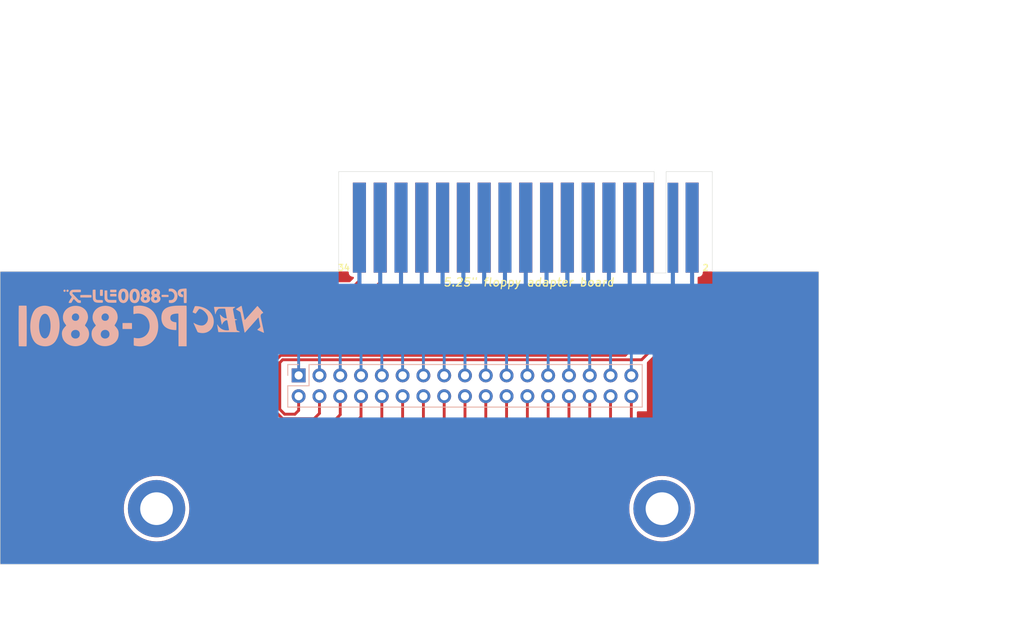
<source format=kicad_pcb>
(kicad_pcb (version 20221018) (generator pcbnew)
  (layers (0 "F.Cu" signal) (31 "B.Cu" signal) (34 "B.Paste" user) (35 "F.Paste" user) (36 "B.SilkS" user "B.Silkscreen") (37 "F.SilkS" user "F.Silkscreen") (38 "B.Mask" user) (39 "F.Mask" user) (44 "Edge.Cuts" user))
  (net 0 "")
  (net 1 "GND")
  (net 2 "Net-(J1-Pin_2)")
  (net 3 "Net-(J1-Pin_4)")
  (net 4 "Net-(J1-Pin_6)")
  (net 5 "Net-(J1-Pin_8)")
  (net 6 "Net-(J1-Pin_10)")
  (net 7 "Net-(J1-Pin_12)")
  (net 8 "Net-(J1-Pin_14)")
  (net 9 "Net-(J1-Pin_16)")
  (net 10 "Net-(J1-Pin_18)")
  (net 11 "Net-(J1-Pin_20)")
  (net 12 "Net-(J1-Pin_22)")
  (net 13 "Net-(J1-Pin_24)")
  (net 14 "Net-(J1-Pin_26)")
  (net 15 "Net-(J1-Pin_28)")
  (net 16 "Net-(J1-Pin_30)")
  (net 17 "Net-(J1-Pin_32)")
  (net 18 "Net-(J1-Pin_34)")
  (footprint "" (layer "F.Cu") (at 136.6 114.8)
    (fp_text reference "")
    (fp_text value "")
  )
  (footprint "" (layer "F.Cu") (at 198.35 114.8)
    (fp_text reference "")
    (fp_text value "")
  )
  (footprint "Connector_PinHeader_2.54mm:PinHeader_2x17_P2.54mm_Vertical" (layer "B.Cu") (at 153.96 98.51 -90)
    (fp_text reference "J1" hide)
    (fp_text value "Female Floppy Connector" hide)
  )
  (footprint "EdgeConnectors:FloppyEdge" (layer "B.Cu") (at 181.7035 71.501)
    (fp_text reference "J2" hide)
    (fp_text value "Edge Connector" hide)
  )
  (gr_poly (pts (xy 140.058418 87.88515) (xy 139.997734 87.887911) (xy 139.867947 87.897933) (xy 139.73615 87.913066) (xy 139.613406 87.93225) (xy 139.558886 87.943029) (xy 139.510776 87.954421) (xy 139.470461 87.966296) (xy 139.439322 87.978518) (xy 139.408733 87.994545) (xy 139.380101 88.012668) (xy 139.353427 88.032752) (xy 139.32871 88.054663) (xy 139.305951 88.078268) (xy 139.285152 88.103432) (xy 139.266314 88.130022) (xy 139.249436 88.157905) (xy 139.23452 88.186945) (xy 139.221566 88.217009) (xy 139.210575 88.247963) (xy 139.201548 88.279673) (xy 139.194486 88.312006) (xy 139.189389 88.344827) (xy 139.186258 88.378003) (xy 139.185094 88.4114) (xy 139.185898 88.444883) (xy 139.188669 88.478319) (xy 139.19341 88.511574) (xy 139.200121 88.544514) (xy 139.208802 88.577005) (xy 139.219454 88.608913) (xy 139.232079 88.640105) (xy 139.246676 88.670446) (xy 139.263246 88.699803) (xy 139.281791 88.728041) (xy 139.302311 88.755027) (xy 139.324806 88.780627) (xy 139.349278 88.804707) (xy 139.375727 88.827132) (xy 139.404154 88.84777) (xy 139.43456 88.866486) (xy 139.45926 88.879252) (xy 139.486297 88.89113) (xy 139.515171 88.902046) (xy 139.545383 88.911931) (xy 139.576435 88.920712) (xy 139.607827 88.928316) (xy 139.639061 88.934673) (xy 139.669638 88.93971) (xy 139.699059 88.943355) (xy 139.726825 88.945537) (xy 139.752436 88.946184) (xy 139.775395 88.945224) (xy 139.795201 88.942585) (xy 139.803767 88.940613) (xy 139.811357 88.938195) (xy 139.81791 88.93532) (xy 139.823363 88.931982) (xy 139.827654 88.928169) (xy 139.83072 88.923874) (xy 139.835182 88.914672) (xy 139.839112 88.904773) (xy 139.842521 88.894243) (xy 139.845421 88.883147) (xy 139.847826 88.871549) (xy 139.849748 88.859514) (xy 139.851198 88.847107) (xy 139.852189 88.834393) (xy 139.852844 88.808302) (xy 139.851811 88.78176) (xy 139.849189 88.755285) (xy 139.845076 88.729396) (xy 139.83957 88.704611) (xy 139.83277 88.681448) (xy 139.828916 88.670637) (xy 139.824775 88.660427) (xy 139.82036 88.650881) (xy 139.815683 88.642065) (xy 139.810757 88.634043) (xy 139.805593 88.626881) (xy 139.800204 88.620642) (xy 139.794602 88.615393) (xy 139.7888 88.611197) (xy 139.78281 88.60812) (xy 139.776644 88.606226) (xy 139.770315 88.605581) (xy 139.756174 88.605049) (xy 139.742372 88.603488) (xy 139.728937 88.600944) (xy 139.715893 88.597466) (xy 139.703266 88.593103) (xy 139.691083 88.587901) (xy 139.679369 88.581911) (xy 139.66815 88.575179) (xy 139.657453 88.567754) (xy 139.647302 88.559684) (xy 139.637724 88.551017) (xy 139.628744 88.541802) (xy 139.620389 88.532086) (xy 139.612685 88.521918) (xy 139.605657 88.511346) (xy 139.599331 88.500419) (xy 139.593733 88.489183) (xy 139.588889 88.477689) (xy 139.584825 88.465982) (xy 139.581567 88.454113) (xy 139.579141 88.442129) (xy 139.577572 88.430078) (xy 139.576886 88.418009) (xy 139.57711 88.405969) (xy 139.578269 88.394007) (xy 139.580389 88.38217) (xy 139.583496 88.370508) (xy 139.587615 88.359069) (xy 139.592774 88.3479) (xy 139.598997 88.337049) (xy 139.60631 88.326565) (xy 139.61474 88.316497) (xy 139.6237 88.307829) (xy 139.634416 88.299394) (xy 139.646708 88.29125) (xy 139.660394 88.283453) (xy 139.675295 88.276061) (xy 139.69123 88.269129) (xy 139.708017 88.262715) (xy 139.725478 88.256876) (xy 139.74343 88.251669) (xy 139.761694 88.24715) (xy 139.780089 88.243376) (xy 139.798434 88.240405) (xy 139.816549 88.238292) (xy 139.834253 88.237096) (xy 139.851366 88.236872) (xy 139.867706 88.237678) (xy 139.917159 88.241646) (xy 139.923825 88.936177) (xy 139.927244 89.207222) (xy 139.931645 89.431646) (xy 139.934037 89.51909) (xy 139.936462 89.586136) (xy 139.93885 89.62987) (xy 139.940008 89.642084) (xy 139.941131 89.647378) (xy 139.943281 89.649427) (xy 139.946928 89.651347) (xy 139.958321 89.654802) (xy 139.974523 89.657739) (xy 139.994748 89.660157) (xy 140.01821 89.662054) (xy 140.044123 89.663429) (xy 140.100158 89.664602) (xy 140.156565 89.663662) (xy 140.182943 89.662395) (xy 140.207056 89.660593) (xy 140.228118 89.658256) (xy 140.245344 89.655382) (xy 140.257946 89.651968) (xy 140.262268 89.650058) (xy 140.265139 89.648012) (xy 140.269275 89.624604) (xy 140.272844 89.566534) (xy 140.278288 89.366303) (xy 140.282462 88.768736) (xy 140.277796 88.17361) (xy 140.27219 87.97643) (xy 140.268576 87.920343) (xy 140.264424 87.899223) (xy 140.264424 87.899143) (xy 140.24082 87.892195) (xy 140.207034 87.887454) (xy 140.16445 87.884788) (xy 140.114451 87.884064)) (fill solid) (layer "B.SilkS"))
  (gr_poly (pts (xy 143.621348 90.133551) (xy 143.622221 90.179826) (xy 143.6235 90.19543) (xy 143.626883 90.222162) (xy 143.639039 90.303185) (xy 143.656835 90.41125) (xy 143.678419 90.534712) (xy 143.700602 90.660222) (xy 143.720031 90.77376) (xy 143.734609 90.862844) (xy 143.742236 90.914998) (xy 143.743687 90.926266) (xy 143.745309 90.936955) (xy 143.747092 90.947057) (xy 143.749024 90.956568) (xy 143.751094 90.965481) (xy 143.753293 90.973789) (xy 143.755609 90.981488) (xy 143.758032 90.988571) (xy 143.760551 90.995031) (xy 143.763154 91.000864) (xy 143.765832 91.006062) (xy 143.768573 91.01062) (xy 143.771368 91.014533) (xy 143.774204 91.017793) (xy 143.777071 91.020395) (xy 143.779959 91.022332) (xy 143.782857 91.0236) (xy 143.785754 91.024191) (xy 143.788639 91.0241) (xy 143.791502 91.023321) (xy 143.794331 91.021848) (xy 143.797116 91.019674) (xy 143.799847 91.016794) (xy 143.802512 91.013202) (xy 143.805101 91.008891) (xy 143.807602 91.003856) (xy 143.810006 90.998091) (xy 143.812302 90.991589) (xy 143.814478 90.984345) (xy 143.816524 90.976352) (xy 143.818429 90.967605) (xy 143.820183 90.958098) (xy 143.825892 90.929849) (xy 143.833688 90.899888) (xy 143.843418 90.868514) (xy 143.854928 90.836021) (xy 143.868063 90.802706) (xy 143.88267 90.768865) (xy 143.898594 90.734796) (xy 143.915681 90.700794) (xy 143.933777 90.667156) (xy 143.952729 90.634178) (xy 143.972382 90.602156) (xy 143.992582 90.571387) (xy 144.013175 90.542167) (xy 144.034006 90.514793) (xy 144.054923 90.489561) (xy 144.07577 90.466767) (xy 144.115756 90.425689) (xy 144.133012 90.409177) (xy 144.149555 90.39508) (xy 144.166218 90.383197) (xy 144.183837 90.373325) (xy 144.203244 90.365262) (xy 144.225273 90.358807) (xy 144.25076 90.353757) (xy 144.280536 90.349911) (xy 144.315437 90.347067) (xy 144.356297 90.345022) (xy 144.459226 90.342523) (xy 144.595994 90.340799) (xy 144.733358 90.338938) (xy 144.787873 90.338385) (xy 144.833948 90.338412) (xy 144.872335 90.339263) (xy 144.888881 90.340075) (xy 144.903787 90.341184) (xy 144.917147 90.342621) (xy 144.929056 90.344418) (xy 144.939607 90.346605) (xy 144.948896 90.349212) (xy 144.957014 90.352271) (xy 144.964058 90.355811) (xy 144.970121 90.359864) (xy 144.975297 90.364459) (xy 144.97968 90.369629) (xy 144.983364 90.375402) (xy 144.986443 90.381811) (xy 144.989012 90.388885) (xy 144.991165 90.396656) (xy 144.992995 90.405153) (xy 144.996064 90.424451) (xy 145.002474 90.473117) (xy 145.033574 90.665863) (xy 145.084587 90.967097) (xy 145.135124 91.257958) (xy 145.164795 91.419584) (xy 145.16842 91.437375) (xy 145.171071 91.453247) (xy 145.172648 91.467293) (xy 145.173002 91.473661) (xy 145.173049 91.479607) (xy 145.172777 91.485143) (xy 145.172173 91.490281) (xy 145.171225 91.495033) (xy 145.16992 91.49941) (xy 145.168245 91.503424) (xy 145.166188 91.507087) (xy 145.163736 91.51041) (xy 145.160876 91.513406) (xy 145.157596 91.516085) (xy 145.153883 91.518459) (xy 145.149725 91.52054) (xy 145.145109 91.522341) (xy 145.140022 91.523872) (xy 145.134451 91.525145) (xy 145.128385 91.526171) (xy 145.12181 91.526964) (xy 145.107083 91.527892) (xy 145.090171 91.528022) (xy 145.070972 91.527449) (xy 145.049384 91.526264) (xy 145.018501 91.523188) (xy 144.987367 91.517892) (xy 144.955919 91.510339) (xy 144.924097 91.500494) (xy 144.891837 91.488317) (xy 144.85908 91.473773) (xy 144.825762 91.456825) (xy 144.791822 91.437434) (xy 144.757198 91.415564) (xy 144.72183 91.391179) (xy 144.685653 91.36424) (xy 144.648608 91.334711) (xy 144.610633 91.302555) (xy 144.571665 91.267735) (xy 144.531642 91.230213) (xy 144.490504 91.189952) (xy 144.435235 91.135421) (xy 144.412691 91.11391) (xy 144.39332 91.096212) (xy 144.376955 91.08231) (xy 144.369847 91.076776) (xy 144.36343 91.072185) (xy 144.35768 91.068534) (xy 144.352579 91.065822) (xy 144.348105 91.064044) (xy 144.344236 91.063201) (xy 144.340954 91.063288) (xy 144.338236 91.064305) (xy 144.336062 91.066249) (xy 144.334412 91.069117) (xy 144.333264 91.072908) (xy 144.332598 91.07762) (xy 144.332393 91.083249) (xy 144.332628 91.089795) (xy 144.334336 91.105625) (xy 144.337556 91.125093) (xy 144.342122 91.148181) (xy 144.347868 91.174871) (xy 144.359136 91.228448) (xy 144.374131 91.303151) (xy 144.407479 91.476258) (xy 144.551306 92.250164) (xy 144.552265 92.255135) (xy 144.553326 92.259881) (xy 144.554482 92.2644) (xy 144.555729 92.268688) (xy 144.557061 92.272743) (xy 144.558474 92.276561) (xy 144.559963 92.280139) (xy 144.561523 92.283476) (xy 144.563148 92.286567) (xy 144.564835 92.28941) (xy 144.566577 92.292002) (xy 144.56837 92.29434) (xy 144.570209 92.296421) (xy 144.572089 92.298242) (xy 144.574005 92.299801) (xy 144.575952 92.301093) (xy 144.577925 92.302118) (xy 144.579919 92.30287) (xy 144.581929 92.303349) (xy 144.58395 92.30355) (xy 144.585978 92.30347) (xy 144.588006 92.303108) (xy 144.590031 92.302459) (xy 144.592048 92.301521) (xy 144.59405 92.300292) (xy 144.596034 92.298767) (xy 144.597994 92.296945) (xy 144.599925 92.294822) (xy 144.601823 92.292395) (xy 144.603683 92.289662) (xy 144.605498 92.286619) (xy 144.607266 92.283264) (xy 144.668225 92.15801) (xy 144.679318 92.13635) (xy 144.691492 92.114846) (xy 144.704677 92.093545) (xy 144.718804 92.072495) (xy 144.749605 92.031343) (xy 144.783339 91.991771) (xy 144.81945 91.954166) (xy 144.857384 91.918909) (xy 144.896583 91.886386) (xy 144.936493 91.85698) (xy 144.976557 91.831076) (xy 145.01622 91.809056) (xy 145.035727 91.799623) (xy 145.054925 91.791306) (xy 145.073745 91.784151) (xy 145.092118 91.778208) (xy 145.109973 91.773524) (xy 145.127242 91.770147) (xy 145.143854 91.768126) (xy 145.159741 91.767508) (xy 145.174833 91.768341) (xy 145.18906 91.770673) (xy 145.202353 91.774552) (xy 145.214643 91.780026) (xy 145.22465 91.785741) (xy 145.228826 91.788813) (xy 145.232583 91.792478) (xy 145.23602 91.797074) (xy 145.239237 91.802937) (xy 145.242334 91.810404) (xy 145.24541 91.819813) (xy 145.248566 91.831501) (xy 145.2519 91.845805) (xy 145.259503 91.883611) (xy 145.281238 92.005452) (xy 145.303741 92.132332) (xy 145.320529 92.223732) (xy 145.337793 92.317058) (xy 145.361486 92.448602) (xy 145.390925 92.611697) (xy 145.42197 92.780865) (xy 145.436813 92.858069) (xy 145.442326 92.888676) (xy 145.44595 92.914492) (xy 145.447223 92.935921) (xy 145.446832 92.945116) (xy 145.44568 92.953366) (xy 145.443709 92.960721) (xy 145.44086 92.967232) (xy 145.437076 92.97295) (xy 145.432299 92.977924) (xy 145.426471 92.982205) (xy 145.419535 92.985844) (xy 145.411432 92.988891) (xy 145.402104 92.991397) (xy 145.391494 92.993413) (xy 145.379544 92.994988) (xy 145.351393 92.997019) (xy 145.317186 92.997896) (xy 145.276461 92.998022) (xy 145.173606 92.997638) (xy 145.098451 92.995358) (xy 145.022995 92.988671) (xy 144.947445 92.97736) (xy 144.872012 92.961212) (xy 144.796903 92.940009) (xy 144.722326 92.913536) (xy 144.648491 92.881578) (xy 144.575605 92.843919) (xy 144.539583 92.822884) (xy 144.503877 92.800343) (xy 144.468512 92.776269) (xy 144.433515 92.750635) (xy 144.398912 92.723413) (xy 144.364729 92.694578) (xy 144.330992 92.664101) (xy 144.297726 92.631957) (xy 144.264959 92.598118) (xy 144.232715 92.562557) (xy 144.201022 92.525247) (xy 144.169905 92.486161) (xy 144.13939 92.445273) (xy 144.109504 92.402555) (xy 144.080271 92.35798) (xy 144.05172 92.311521) (xy 144.048843 92.30748) (xy 144.045992 92.303746) (xy 144.043173 92.30032) (xy 144.040391 92.297199) (xy 144.037654 92.294382) (xy 144.034966 92.291866) (xy 144.032334 92.289649) (xy 144.029764 92.287731) (xy 144.027262 92.286109) (xy 144.024834 92.28478) (xy 144.022486 92.283744) (xy 144.020224 92.282999) (xy 144.018055 92.282542) (xy 144.015984 92.282373) (xy 144.014017 92.282488) (xy 144.012161 92.282887) (xy 144.010421 92.283566) (xy 144.008804 92.284526) (xy 144.007316 92.285763) (xy 144.005962 92.287276) (xy 144.004749 92.289063) (xy 144.003683 92.291122) (xy 144.002769 92.293452) (xy 144.002015 92.29605) (xy 144.001425 92.298915) (xy 144.001007 92.302045) (xy 144.000765 92.305438) (xy 144.000707 92.309092) (xy 144.000838 92.313006) (xy 144.001165 92.317177) (xy 144.001692 92.321604) (xy 144.002428 92.326285) (xy 144.053109 92.631849) (xy 144.104504 92.957951) (xy 144.11656 93.035023) (xy 144.12785 93.103098) (xy 144.137131 93.154817) (xy 144.140629 93.172243) (xy 144.14316 93.18282) (xy 144.152685 93.21592) (xy 145.464595 93.219254) (xy 145.932307 93.220486) (xy 146.119119 93.220808) (xy 146.277433 93.220781) (xy 146.409401 93.220294) (xy 146.517172 93.219231) (xy 146.602896 93.21748) (xy 146.638163 93.216311) (xy 146.668724 93.214927) (xy 146.694848 93.213315) (xy 146.716804 93.211459) (xy 146.734861 93.209347) (xy 146.749288 93.206963) (xy 146.760353 93.204293) (xy 146.764708 93.202847) (xy 146.768325 93.201324) (xy 146.771235 93.199722) (xy 146.773472 93.19804) (xy 146.775071 93.196277) (xy 146.776065 93.194429) (xy 146.776486 93.192496) (xy 146.77637 93.190475) (xy 146.775749 93.188366) (xy 146.774658 93.186165) (xy 146.771196 93.181484) (xy 146.766254 93.176418) (xy 146.753003 93.165076) (xy 146.737056 93.152023) (xy 146.732474 93.148427) (xy 146.726907 93.14451) (xy 146.71312 93.135867) (xy 146.696307 93.126403) (xy 146.677078 93.116423) (xy 146.656044 93.106235) (xy 146.633817 93.096145) (xy 146.611008 93.086461) (xy 146.588228 93.077489) (xy 146.54332 93.06025) (xy 146.501917 93.043815) (xy 146.48397 93.036475) (xy 146.468626 93.030028) (xy 146.456461 93.024705) (xy 146.448051 93.020736) (xy 146.429988 93.011696) (xy 146.422481 93.006484) (xy 146.415615 92.999298) (xy 146.409109 92.989002) (xy 146.402682 92.974462) (xy 146.396054 92.954542) (xy 146.388942 92.928108) (xy 146.372145 92.851155) (xy 146.350043 92.734524) (xy 146.280929 92.345905) (xy 146.254847 92.202057) (xy 146.228182 92.058315) (xy 146.218855 92.007594) (xy 146.211086 91.962517) (xy 146.204966 91.922758) (xy 146.202553 91.904769) (xy 146.200587 91.887988) (xy 146.19908 91.872372) (xy 146.198042 91.85788) (xy 146.197486 91.844473) (xy 146.197423 91.832108) (xy 146.197863 91.820745) (xy 146.19882 91.810344) (xy 146.200304 91.800862) (xy 146.202326 91.79226) (xy 146.204899 91.784496) (xy 146.208033 91.77753) (xy 146.211741 91.77132) (xy 146.216033 91.765825) (xy 146.220921 91.761006) (xy 146.226417 91.75682) (xy 146.232532 91.753226) (xy 146.239278 91.750185) (xy 146.246665 91.747655) (xy 146.254707 91.745595) (xy 146.263413 91.743964) (xy 146.272795 91.742721) (xy 146.282866 91.741826) (xy 146.293636 91.741237) (xy 146.317321 91.740815) (xy 146.332942 91.740596) (xy 146.347454 91.739952) (xy 146.360862 91.738907) (xy 146.373172 91.737482) (xy 146.384387 91.7357) (xy 146.394514 91.733584) (xy 146.403558 91.731156) (xy 146.411524 91.728438) (xy 146.418417 91.725452) (xy 146.424242 91.722221) (xy 146.429004 91.718768) (xy 146.432709 91.715114) (xy 146.435362 91.711283) (xy 146.436967 91.707296) (xy 146.437531 91.703176) (xy 146.437058 91.698945) (xy 146.435553 91.694626) (xy 146.433022 91.69024) (xy 146.42947 91.685812) (xy 146.424902 91.681362) (xy 146.419322 91.676913) (xy 146.412738 91.672487) (xy 146.405152 91.668108) (xy 146.396572 91.663797) (xy 146.387001 91.659576) (xy 146.376445 91.655469) (xy 146.364909 91.651497) (xy 146.352399 91.647683) (xy 146.338919 91.644049) (xy 146.324475 91.640618) (xy 146.309071 91.637412) (xy 146.292714 91.634453) (xy 146.270519 91.630552) (xy 146.250599 91.626666) (xy 146.232808 91.622685) (xy 146.217002 91.618502) (xy 146.209797 91.616301) (xy 146.203033 91.614008) (xy 146.196693 91.61161) (xy 146.190758 91.609094) (xy 146.18521 91.606446) (xy 146.180031 91.603652) (xy 146.175202 91.600699) (xy 146.170705 91.597573) (xy 146.166523 91.594261) (xy 146.162636 91.590749) (xy 146.159027 91.587024) (xy 146.155678 91.583072) (xy 146.152571 91.57888) (xy 146.149687 91.574433) (xy 146.147007 91.569719) (xy 146.144515 91.564723) (xy 146.142191 91.559433) (xy 146.140018 91.553834) (xy 146.137977 91.547914) (xy 146.136051 91.541658) (xy 146.132467 91.528086) (xy 146.129122 91.513009) (xy 146.033178 90.992289) (xy 145.940448 90.467164) (xy 145.937556 90.447861) (xy 145.93534 90.430702) (xy 145.933982 90.415418) (xy 145.933664 90.401742) (xy 145.933952 90.395423) (xy 145.934567 90.389406) (xy 145.935534 90.383658) (xy 145.936874 90.378144) (xy 145.93861 90.372831) (xy 145.940764 90.367686) (xy 145.943361 90.362675) (xy 145.946421 90.357766) (xy 145.949969 90.352923) (xy 145.954026 90.348115) (xy 145.958615 90.343307) (xy 145.96376 90.338467) (xy 145.975805 90.328553) (xy 145.990343 90.318105) (xy 146.007555 90.306857) (xy 146.027623 90.29454) (xy 146.077053 90.265631) (xy 146.095108 90.255005) (xy 146.111771 90.244764) (xy 146.127046 90.234905) (xy 146.140936 90.225424) (xy 146.153444 90.216317) (xy 146.15918 90.211903) (xy 146.164573 90.207581) (xy 146.169622 90.203351) (xy 146.174328 90.199212) (xy 146.17869 90.195164) (xy 146.18271 90.191207) (xy 146.186388 90.18734) (xy 146.189725 90.183562) (xy 146.19272 90.179873) (xy 146.195375 90.176273) (xy 146.197689 90.172761) (xy 146.199663 90.169337) (xy 146.201297 90.166) (xy 146.202593 90.16275) (xy 146.203549 90.159586) (xy 146.204168 90.156509) (xy 146.204448 90.153516) (xy 146.204391 90.150609) (xy 146.203998 90.147786) (xy 146.203267 90.145048) (xy 146.2022 90.142393) (xy 146.200798 90.139822) (xy 146.200797 90.139821) (xy 146.177887 90.136879) (xy 146.113599 90.134424) (xy 145.864326 90.130991) (xy 144.907064 90.130137)) (fill solid) (layer "B.SilkS"))
  (gr_poly (pts (xy 133.012486 92.101176) (xy 132.442732 92.104589) (xy 132.442732 92.832299) (xy 132.991691 92.83595) (xy 133.207244 92.836742) (xy 133.388218 92.836327) (xy 133.515628 92.834812) (xy 133.553315 92.833674) (xy 133.570492 92.832299) (xy 133.600258 92.825156) (xy 133.600258 92.470429) (xy 133.600074 92.398987) (xy 133.599549 92.331984) (xy 133.598718 92.270912) (xy 133.597619 92.217262) (xy 133.596289 92.172527) (xy 133.594766 92.138199) (xy 133.593087 92.11577) (xy 133.5922 92.109484) (xy 133.591288 92.106732) (xy 133.591288 92.106653) (xy 133.577861 92.104927) (xy 133.542853 92.103454) (xy 133.417586 92.101355) (xy 133.234469 92.100536)) (fill solid) (layer "B.SilkS"))
  (gr_poly (pts (xy 126.673573 89.999766) (xy 126.632114 90.000869) (xy 126.591009 90.002879) (xy 126.550247 90.005796) (xy 126.50982 90.009621) (xy 126.469719 90.014355) (xy 126.429934 90.019997) (xy 126.390458 90.02655) (xy 126.35128 90.034014) (xy 126.312391 90.042388) (xy 126.273783 90.051675) (xy 126.235447 90.061875) (xy 126.161946 90.084126) (xy 126.090632 90.10923) (xy 126.021552 90.137104) (xy 125.954755 90.167669) (xy 125.890289 90.200843) (xy 125.828202 90.236545) (xy 125.768543 90.274695) (xy 125.711359 90.315211) (xy 125.6567 90.358013) (xy 125.604612 90.403019) (xy 125.555146 90.450149) (xy 125.508348 90.499322) (xy 125.464267 90.550457) (xy 125.422951 90.603472) (xy 125.384449 90.658288) (xy 125.348809 90.714823) (xy 125.316079 90.772997) (xy 125.286307 90.832727) (xy 125.259541 90.893934) (xy 125.235831 90.956537) (xy 125.215223 91.020454) (xy 125.197767 91.085605) (xy 125.183511 91.151909) (xy 125.172502 91.219285) (xy 125.164789 91.287652) (xy 125.160421 91.356929) (xy 125.159446 91.427034) (xy 125.161911 91.497889) (xy 125.167865 91.56941) (xy 125.177357 91.641518) (xy 125.190434 91.714132) (xy 125.207145 91.78717) (xy 125.214291 91.812184) (xy 125.223539 91.839199) (xy 125.234774 91.868018) (xy 125.247884 91.898442) (xy 125.262753 91.930272) (xy 125.279268 91.963309) (xy 125.297315 91.997355) (xy 125.316781 92.03221) (xy 125.33755 92.067676) (xy 125.35951 92.103555) (xy 125.406544 92.175756) (xy 125.43139 92.21168) (xy 125.456971 92.247221) (xy 125.483172 92.282182) (xy 125.50988 92.316362) (xy 125.518581 92.327324) (xy 125.527096 92.338228) (xy 125.535211 92.348785) (xy 125.542712 92.358709) (xy 125.549383 92.367709) (xy 125.555009 92.375499) (xy 125.559376 92.381789) (xy 125.562269 92.386291) (xy 125.562773 92.387434) (xy 125.56305 92.388762) (xy 125.562924 92.391974) (xy 125.561896 92.395921) (xy 125.559968 92.4006) (xy 125.557143 92.406005) (xy 125.553426 92.41213) (xy 125.54882 92.418972) (xy 125.543327 92.426525) (xy 125.536952 92.434783) (xy 125.529697 92.443743) (xy 125.512563 92.463745) (xy 125.491952 92.486492) (xy 125.467892 92.511942) (xy 125.397457 92.587301) (xy 125.333876 92.659963) (xy 125.276965 92.730461) (xy 125.226541 92.799328) (xy 125.182418 92.867097) (xy 125.144415 92.934301) (xy 125.112346 93.001472) (xy 125.086028 93.069145) (xy 125.065277 93.13785) (xy 125.049909 93.208122) (xy 125.039741 93.280493) (xy 125.034589 93.355496) (xy 125.034268 93.433664) (xy 125.038596 93.51553) (xy 125.047387 93.601626) (xy 125.060459 93.692486) (xy 125.081071 93.795528) (xy 125.108684 93.894855) (xy 125.143 93.990362) (xy 125.183721 94.081943) (xy 125.23055 94.169495) (xy 125.283187 94.252912) (xy 125.341334 94.332088) (xy 125.404692 94.40692) (xy 125.472965 94.477301) (xy 125.545852 94.543128) (xy 125.623057 94.604294) (xy 125.70428 94.660695) (xy 125.789223 94.712226) (xy 125.877589 94.758782) (xy 125.969078 94.800258) (xy 126.063392 94.836548) (xy 126.160234 94.867549) (xy 126.259304 94.893154) (xy 126.360305 94.913259) (xy 126.462937 94.927759) (xy 126.566904 94.936549) (xy 126.671906 94.939524) (xy 126.777645 94.936578) (xy 126.883823 94.927607) (xy 126.990142 94.912506) (xy 127.096303 94.89117) (xy 127.202008 94.863494) (xy 127.306958 94.829372) (xy 127.410856 94.7887) (xy 127.513403 94.741373) (xy 127.6143 94.687286) (xy 127.71325 94.626333) (xy 127.780684 94.579167) (xy 127.844531 94.528909) (xy 127.904766 94.475753) (xy 127.961366 94.419892) (xy 128.014306 94.361518) (xy 128.063563 94.300825) (xy 128.109112 94.238006) (xy 128.15093 94.173253) (xy 128.188992 94.106761) (xy 128.223274 94.038721) (xy 128.253753 93.969328) (xy 128.280404 93.898773) (xy 128.303203 93.82725) (xy 128.322127 93.754953) (xy 128.337151 93.682073) (xy 128.348252 93.608805) (xy 128.355405 93.535341) (xy 128.358586 93.461874) (xy 128.358498 93.453998) (xy 127.222042 93.453998) (xy 127.221765 93.489365) (xy 127.219932 93.521166) (xy 127.216597 93.552197) (xy 127.211797 93.582431) (xy 127.205563 93.611842) (xy 127.197931 93.640402) (xy 127.188934 93.668084) (xy 127.178607 93.694861) (xy 127.166984 93.720707) (xy 127.154098 93.745594) (xy 127.139984 93.769496) (xy 127.124676 93.792385) (xy 127.108207 93.814234) (xy 127.090612 93.835017) (xy 127.071926 93.854706) (xy 127.052181 93.873274) (xy 127.031412 93.890695) (xy 127.009653 93.906941) (xy 126.986939 93.921986) (xy 126.963302 93.935802) (xy 126.938778 93.948363) (xy 126.9134 93.959641) (xy 126.887202 93.969609) (xy 126.860219 93.978241) (xy 126.832485 93.98551) (xy 126.804032 93.991388) (xy 126.774897 93.995848) (xy 126.745111 93.998864) (xy 126.714711 94.000409) (xy 126.683729 94.000455) (xy 126.6522 93.998976) (xy 126.620158 93.995944) (xy 126.587637 93.991333) (xy 126.537484 93.980743) (xy 126.490395 93.966213) (xy 126.446378 93.947998) (xy 126.405442 93.926355) (xy 126.367599 93.901539) (xy 126.332856 93.873804) (xy 126.301224 93.843407) (xy 126.272712 93.810603) (xy 126.24733 93.775647) (xy 126.225087 93.738795) (xy 126.205993 93.700302) (xy 126.190057 93.660424) (xy 126.177289 93.619415) (xy 126.167699 93.577532) (xy 126.161295 93.535029) (xy 126.158088 93.492163) (xy 126.158087 93.449189) (xy 126.161302 93.406361) (xy 126.167742 93.363936) (xy 126.177417 93.322169) (xy 126.190336 93.281315) (xy 126.206508 93.24163) (xy 126.225945 93.203369) (xy 126.248654 93.166788) (xy 126.274645 93.132141) (xy 126.303929 93.099685) (xy 126.336514 93.069675) (xy 126.372411 93.042366) (xy 126.411628 93.018014) (xy 126.454175 92.996874) (xy 126.500062 92.979202) (xy 126.549299 92.965252) (xy 126.549299 92.965253) (xy 126.585225 92.957662) (xy 126.620601 92.951939) (xy 126.655385 92.948052) (xy 126.689536 92.945968) (xy 126.723013 92.945655) (xy 126.755776 92.947082) (xy 126.787782 92.950216) (xy 126.81899 92.955024) (xy 126.84936 92.961476) (xy 126.878851 92.969538) (xy 126.907421 92.979179) (xy 126.935028 92.990366) (xy 126.961632 93.003067) (xy 126.987192 93.017251) (xy 127.011667 93.032884) (xy 127.035015 93.049936) (xy 127.057195 93.068373) (xy 127.078166 93.088164) (xy 127.097887 93.109276) (xy 127.116316 93.131677) (xy 127.133413 93.155336) (xy 127.149137 93.18022) (xy 127.163445 93.206296) (xy 127.176298 93.233534) (xy 127.187653 93.2619) (xy 127.197471 93.291362) (xy 127.205708 93.321889) (xy 127.212326 93.353449) (xy 127.217281 93.386008) (xy 127.220534 93.419535) (xy 127.222042 93.453998) (xy 128.358498 93.453998) (xy 128.357771 93.388598) (xy 128.352937 93.315705) (xy 128.344059 93.243388) (xy 128.331113 93.17184) (xy 128.314076 93.101255) (xy 128.292923 93.031826) (xy 128.26763 92.963745) (xy 128.238173 92.897205) (xy 128.204528 92.8324) (xy 128.166672 92.769523) (xy 128.12458 92.708767) (xy 128.078228 92.650324) (xy 128.027592 92.594388) (xy 127.972649 92.541152) (xy 127.960226 92.529576) (xy 127.948076 92.517665) (xy 127.936285 92.505537) (xy 127.924939 92.493307) (xy 127.914124 92.481092) (xy 127.903924 92.469007) (xy 127.894425 92.457169) (xy 127.885713 92.445694) (xy 127.877874 92.434697) (xy 127.870993 92.424296) (xy 127.865155 92.414607) (xy 127.860447 92.405744) (xy 127.856954 92.397826) (xy 127.85569 92.394257) (xy 127.854761 92.390967) (xy 127.854179 92.387972) (xy 127.853954 92.385284) (xy 127.854097 92.38292) (xy 127.854619 92.380894) (xy 127.858104 92.373378) (xy 127.86473 92.36058) (xy 127.885863 92.321908) (xy 127.914928 92.270422) (xy 127.948838 92.211666) (xy 127.998758 92.123637) (xy 128.043556 92.039327) (xy 128.083313 91.958327) (xy 128.118105 91.880226) (xy 128.148012 91.804615) (xy 128.173112 91.731082) (xy 128.193484 91.659218) (xy 128.209207 91.588613) (xy 128.220358 91.518855) (xy 128.227018 91.449536) (xy 128.229152 91.383707) (xy 127.144133 91.383707) (xy 127.143131 91.415928) (xy 127.14017 91.447287) (xy 127.135318 91.477743) (xy 127.128644 91.507256) (xy 127.120217 91.535783) (xy 127.110104 91.563284) (xy 127.098375 91.589718) (xy 127.085097 91.615043) (xy 127.070339 91.639218) (xy 127.054169 91.662201) (xy 127.036656 91.683953) (xy 127.017869 91.70443) (xy 126.997875 91.723594) (xy 126.976743 91.741401) (xy 126.954541 91.757811) (xy 126.931338 91.772783) (xy 126.907203 91.786276) (xy 126.882203 91.798248) (xy 126.856408 91.808658) (xy 126.829885 91.817465) (xy 126.802702 91.824628) (xy 126.77493 91.830105) (xy 126.746635 91.833856) (xy 126.717886 91.835839) (xy 126.688751 91.836013) (xy 126.6593 91.834338) (xy 126.6296 91.83077) (xy 126.599719 91.82527) (xy 126.569727 91.817797) (xy 126.539692 91.808308) (xy 126.509682 91.796764) (xy 126.479765 91.783122) (xy 126.450932 91.767502) (xy 126.424051 91.750056) (xy 126.399119 91.730906) (xy 126.376131 91.710174) (xy 126.355083 91.68798) (xy 126.335972 91.664446) (xy 126.318793 91.639693) (xy 126.303542 91.613844) (xy 126.290216 91.587018) (xy 126.278811 91.559338) (xy 126.269322 91.530925) (xy 126.261746 91.501899) (xy 126.256079 91.472384) (xy 126.252317 91.4425) (xy 126.250455 91.412368) (xy 126.25049 91.382109) (xy 126.252418 91.351846) (xy 126.256235 91.3217) (xy 126.261937 91.291791) (xy 126.26952 91.262241) (xy 126.27898 91.233172) (xy 126.290314 91.204705) (xy 126.303516 91.176962) (xy 126.318584 91.150063) (xy 126.335513 91.12413) (xy 126.354299 91.099285) (xy 126.374939 91.075648) (xy 126.397428 91.053342) (xy 126.421763 91.032487) (xy 126.447939 91.013206) (xy 126.475953 90.995619) (xy 126.5058 90.979847) (xy 126.53516 90.966754) (xy 126.564532 90.955711) (xy 126.593854 90.94668) (xy 126.623063 90.939621) (xy 126.652099 90.934495) (xy 126.680898 90.931263) (xy 126.7094 90.929886) (xy 126.737542 90.930324) (xy 126.765263 90.932539) (xy 126.792499 90.936491) (xy 126.819191 90.942141) (xy 126.845275 90.949449) (xy 126.87069 90.958378) (xy 126.895375 90.968887) (xy 126.919266 90.980938) (xy 126.942302 90.994491) (xy 126.964422 91.009508) (xy 126.985563 91.025948) (xy 127.005664 91.043773) (xy 127.024662 91.062944) (xy 127.042496 91.083421) (xy 127.059104 91.105166) (xy 127.074424 91.128139) (xy 127.088394 91.152301) (xy 127.100953 91.177613) (xy 127.112037 91.204036) (xy 127.121587 91.231531) (xy 127.129538 91.260057) (xy 127.135831 91.289578) (xy 127.140402 91.320052) (xy 127.14319 91.351441) (xy 127.144133 91.383707) (xy 128.229152 91.383707) (xy 128.229264 91.380245) (xy 128.227175 91.310572) (xy 128.220829 91.240106) (xy 128.210306 91.168437) (xy 128.195683 91.095156) (xy 128.17704 91.019851) (xy 128.144498 90.916132) (xy 128.104134 90.816706) (xy 128.056248 90.721811) (xy 128.001142 90.631681) (xy 127.939118 90.546553) (xy 127.870478 90.466664) (xy 127.795522 90.392248) (xy 127.714553 90.323544) (xy 127.627871 90.260785) (xy 127.535779 90.20421) (xy 127.438577 90.154053) (xy 127.336568 90.110552) (xy 127.230052 90.073942) (xy 127.119332 90.044459) (xy 127.004708 90.02234) (xy 126.886483 90.00782) (xy 126.886478 90.00782) (xy 126.843119 90.004402) (xy 126.800158 90.001887) (xy 126.757586 90.000275) (xy 126.715394 89.999568)) (fill solid) (layer "B.SilkS"))
  (gr_poly (pts (xy 126.659517 88.022635) (xy 126.487968 88.028571) (xy 126.353838 88.037687) (xy 126.307327 88.043404) (xy 126.277998 88.049877) (xy 126.243851 88.063114) (xy 126.211241 88.078749) (xy 126.180259 88.096657) (xy 126.150996 88.116712) (xy 126.123543 88.138788) (xy 126.097993 88.162758) (xy 126.074435 88.188498) (xy 126.052962 88.21588) (xy 126.033665 88.24478) (xy 126.016634 88.275071) (xy 126.001962 88.306627) (xy 125.989739 88.339322) (xy 125.980057 88.373031) (xy 125.973007 88.407627) (xy 125.96868 88.442985) (xy 125.967168 88.478979) (xy 125.967611 88.496151) (xy 125.969044 88.512924) (xy 125.971534 88.529417) (xy 125.975149 88.545753) (xy 125.979956 88.562051) (xy 125.986023 88.578433) (xy 125.993416 88.595019) (xy 126.002203 88.611932) (xy 126.012451 88.62929) (xy 126.024228 88.647216) (xy 126.037601 88.665831) (xy 126.052637 88.685254) (xy 126.069404 88.705608) (xy 126.087969 88.727013) (xy 126.108399 88.74959) (xy 126.130761 88.77346) (xy 126.174654 88.819447) (xy 126.191963 88.838097) (xy 126.206251 88.854495) (xy 126.212278 88.862) (xy 126.217571 88.869123) (xy 126.222135 88.875925) (xy 126.225978 88.882465) (xy 126.229105 88.888803) (xy 126.231524 88.895001) (xy 126.233242 88.901119) (xy 126.234264 88.907216) (xy 126.234598 88.913354) (xy 126.234251 88.919592) (xy 126.233228 88.925992) (xy 126.231537 88.932612) (xy 126.229185 88.939514) (xy 126.226178 88.946758) (xy 126.222522 88.954404) (xy 126.218225 88.962512) (xy 126.207734 88.980358) (xy 126.194756 89.000779) (xy 126.161557 89.051272) (xy 126.116794 89.120231) (xy 126.075747 89.184761) (xy 126.038402 89.244898) (xy 126.00474 89.300676) (xy 125.974746 89.352129) (xy 125.948403 89.399293) (xy 125.925695 89.442201) (xy 125.906605 89.480889) (xy 125.891117 89.515392) (xy 125.884718 89.531084) (xy 125.879214 89.545743) (xy 125.874601 89.559373) (xy 125.870879 89.571978) (xy 125.868045 89.583562) (xy 125.866097 89.59413) (xy 125.865033 89.603687) (xy 125.86485 89.612236) (xy 125.865547 89.619782) (xy 125.867122 89.626329) (xy 125.869573 89.631882) (xy 125.872898 89.636444) (xy 125.877093 89.640021) (xy 125.882159 89.642616) (xy 125.890384 89.644643) (xy 125.903235 89.646352) (xy 125.940094 89.648838) (xy 125.987299 89.650121) (xy 126.039411 89.650246) (xy 126.090991 89.649258) (xy 126.1366 89.647204) (xy 126.155466 89.64579) (xy 126.170799 89.644128) (xy 126.181921 89.642221) (xy 126.188151 89.640076) (xy 126.190032 89.638554) (xy 126.192348 89.636139) (xy 126.195068 89.632881) (xy 126.198158 89.628833) (xy 126.205316 89.618579) (xy 126.21356 89.605796) (xy 126.222626 89.590903) (xy 126.232252 89.57432) (xy 126.242172 89.556466) (xy 126.252126 89.537761) (xy 126.271071 89.501921) (xy 126.290216 89.466815) (xy 126.309413 89.432662) (xy 126.328515 89.399679) (xy 126.347377 89.368083) (xy 126.365849 89.338094) (xy 126.383787 89.309927) (xy 126.401043 89.283801) (xy 126.41747 89.259934) (xy 126.432922 89.238542) (xy 126.447251 89.219845) (xy 126.460311 89.204059) (xy 126.471954 89.191402) (xy 126.477199 89.186315) (xy 126.482035 89.182092) (xy 126.486443 89.17876) (xy 126.490405 89.176346) (xy 126.493904 89.174878) (xy 126.496919 89.174383) (xy 126.499285 89.17551) (xy 126.503775 89.178818) (xy 126.518656 89.19153) (xy 126.540631 89.211628) (xy 126.568766 89.23822) (xy 126.639786 89.307323) (xy 126.724252 89.391711) (xy 126.803951 89.472002) (xy 126.836731 89.504377) (xy 126.865726 89.532098) (xy 126.891631 89.55556) (xy 126.915144 89.575158) (xy 126.92622 89.583631) (xy 126.936959 89.591285) (xy 126.947448 89.598171) (xy 126.957773 89.604337) (xy 126.968022 89.609833) (xy 126.978282 89.614708) (xy 126.98864 89.619012) (xy 126.999182 89.622793) (xy 127.009996 89.626102) (xy 127.021169 89.628987) (xy 127.044939 89.633684) (xy 127.071188 89.637278) (xy 127.100612 89.640165) (xy 127.171768 89.645394) (xy 127.231898 89.649181) (xy 127.256304 89.650024) (xy 127.277283 89.649884) (xy 127.286568 89.649378) (xy 127.295094 89.648547) (xy 127.302893 89.647364) (xy 127.309997 89.645801) (xy 127.316439 89.643834) (xy 127.322251 89.641435) (xy 127.327465 89.638577) (xy 127.332114 89.635234) (xy 127.336231 89.63138) (xy 127.339847 89.626987) (xy 127.342995 89.62203) (xy 127.345707 89.616481) (xy 127.348017 89.610315) (xy 127.349955 89.603504) (xy 127.351555 89.596022) (xy 127.35285 89.587842) (xy 127.35465 89.569284) (xy 127.355614 89.547617) (xy 127.356003 89.522628) (xy 127.356075 89.494105) (xy 127.355989 89.467183) (xy 127.355644 89.443433) (xy 127.354912 89.422658) (xy 127.353664 89.404659) (xy 127.352807 89.39664) (xy 127.351773 89.389239) (xy 127.350546 89.382434) (xy 127.34911 89.3762) (xy 127.347449 89.370511) (xy 127.345546 89.365342) (xy 127.343387 89.36067) (xy 127.340954 89.356469) (xy 127.338232 89.352714) (xy 127.335205 89.349381) (xy 127.331856 89.346446) (xy 127.32817 89.343882) (xy 127.32413 89.341665) (xy 127.319721 89.339772) (xy 127.314926 89.338176) (xy 127.30973 89.336853) (xy 127.304116 89.335779) (xy 127.298068 89.334928) (xy 127.291571 89.334276) (xy 127.284608 89.333799) (xy 127.26922 89.333266) (xy 127.251776 89.333133) (xy 127.234265 89.332718) (xy 127.217265 89.331458) (xy 127.200728 89.329326) (xy 127.1846 89.326298) (xy 127.168832 89.322348) (xy 127.153372 89.31745) (xy 127.138169 89.311579) (xy 127.123171 89.304709) (xy 127.108328 89.296816) (xy 127.093588 89.287873) (xy 127.078901 89.277856) (xy 127.064215 89.266739) (xy 127.049479 89.254495) (xy 127.034642 89.241101) (xy 127.019653 89.226531) (xy 127.00446 89.210758) (xy 126.843058 89.040208) (xy 126.681149 88.870138) (xy 126.546536 88.728707) (xy 126.492557 88.671527) (xy 126.446778 88.622356) (xy 126.426802 88.600535) (xy 126.408683 88.58043) (xy 126.392357 88.561947) (xy 126.377759 88.54499) (xy 126.364824 88.529464) (xy 126.35349 88.515273) (xy 126.34369 88.502323) (xy 126.335362 88.490517) (xy 126.32844 88.479762) (xy 126.325487 88.474748) (xy 126.322861 88.469961) (xy 126.320554 88.465389) (xy 126.318559 88.46102) (xy 126.316868 88.456842) (xy 126.315472 88.452844) (xy 126.314363 88.449012) (xy 126.313533 88.445336) (xy 126.312975 88.441803) (xy 126.31268 88.438402) (xy 126.312641 88.435121) (xy 126.312848 88.431947) (xy 126.313294 88.428869) (xy 126.313972 88.425875) (xy 126.314873 88.422953) (xy 126.315988 88.420092) (xy 126.317311 88.417278) (xy 126.318832 88.414501) (xy 126.320545 88.411749) (xy 126.32244 88.409009) (xy 126.326747 88.403519) (xy 126.331688 88.397936) (xy 126.337201 88.392165) (xy 126.34968 88.37968) (xy 126.388333 88.340945) (xy 126.856328 88.340945) (xy 126.97609 88.340745) (xy 127.076416 88.340117) (xy 127.158554 88.33902) (xy 127.223756 88.337413) (xy 127.250396 88.336406) (xy 127.273271 88.335255) (xy 127.292537 88.333957) (xy 127.30835 88.332506) (xy 127.320867 88.330897) (xy 127.330243 88.329125) (xy 127.336636 88.327184) (xy 127.338762 88.326149) (xy 127.3402 88.32507) (xy 127.341732 88.322917) (xy 127.343201 88.319615) (xy 127.345942 88.309855) (xy 127.348407 88.296368) (xy 127.35058 88.279731) (xy 127.353987 88.239313) (xy 127.356034 88.193218) (xy 127.356594 88.146063) (xy 127.355536 88.102464) (xy 127.354361 88.083441) (xy 127.352734 88.067038) (xy 127.350638 88.053832) (xy 127.348058 88.0444) (xy 127.348053 88.044321) (xy 127.344076 88.041084) (xy 127.334937 88.038083) (xy 127.302478 88.032784) (xy 127.189966 88.024952) (xy 127.031387 88.02072) (xy 126.847614 88.019983)) (fill solid) (layer "B.SilkS"))
  (gr_poly (pts (xy 131.307435 88.02654) (xy 130.934609 88.030033) (xy 130.9308 88.173702) (xy 130.930177 88.20731) (xy 130.930091 88.222723) (xy 130.930154 88.237202) (xy 130.930366 88.250738) (xy 130.930726 88.263328) (xy 130.931235 88.274964) (xy 130.931891 88.28564) (xy 130.932693 88.295351) (xy 130.933643 88.304091) (xy 130.934738 88.311852) (xy 130.935979 88.31863) (xy 130.937365 88.324419) (xy 130.938895 88.329212) (xy 130.94057 88.333002) (xy 130.941461 88.33452) (xy 130.942388 88.335785) (xy 130.946517 88.338362) (xy 130.95432 88.340764) (xy 130.979976 88.345048) (xy 131.064647 88.351544) (xy 131.180785 88.355305) (xy 131.312771 88.356363) (xy 131.444988 88.35475) (xy 131.561818 88.350497) (xy 131.647642 88.343636) (xy 131.674047 88.339237) (xy 131.682269 88.336797) (xy 131.686845 88.334198) (xy 131.688709 88.331642) (xy 131.690462 88.327854) (xy 131.69363 88.3169) (xy 131.696346 88.301972) (xy 131.698606 88.28371) (xy 131.700406 88.262753) (xy 131.701742 88.239738) (xy 131.703008 88.190093) (xy 131.702372 88.139881) (xy 131.701332 88.11616) (xy 131.699805 88.094213) (xy 131.697787 88.074678) (xy 131.695275 88.058195) (xy 131.692264 88.045403) (xy 131.690571 88.04059) (xy 131.688751 88.036938) (xy 131.688751 88.036859) (xy 131.686262 88.0352) (xy 131.680936 88.033675) (xy 131.661764 88.031028) (xy 131.631222 88.02892) (xy 131.589295 88.027354) (xy 131.471225 88.025853)) (fill solid) (layer "B.SilkS"))
  (gr_poly (pts (xy 125.357422 88.014286) (xy 125.351384 88.014919) (xy 125.345332 88.015875) (xy 125.339277 88.017146) (xy 125.333234 88.018725) (xy 125.327214 88.020606) (xy 125.321231 88.022782) (xy 125.315297 88.025245) (xy 125.309425 88.027988) (xy 125.303627 88.031005) (xy 125.297917 88.034289) (xy 125.292307 88.037832) (xy 125.28681 88.041627) (xy 125.281439 88.045668) (xy 125.276206 88.049948) (xy 125.271125 88.054458) (xy 125.266207 88.059194) (xy 125.261467 88.064147) (xy 125.256915 88.06931) (xy 125.252567 88.074677) (xy 125.248433 88.08024) (xy 125.244527 88.085992) (xy 125.240861 88.091928) (xy 125.237449 88.098038) (xy 125.234303 88.104317) (xy 125.231436 88.110757) (xy 125.228347 88.119137) (xy 125.226013 88.127649) (xy 125.224409 88.136262) (xy 125.22351 88.144946) (xy 125.223292 88.153671) (xy 125.22373 88.162407) (xy 125.224798 88.171124) (xy 125.226472 88.179792) (xy 125.228727 88.188381) (xy 125.231538 88.196861) (xy 125.234881 88.205201) (xy 125.23873 88.213372) (xy 125.24306 88.221343) (xy 125.247847 88.229085) (xy 125.253066 88.236567) (xy 125.258692 88.24376) (xy 125.2647 88.250633) (xy 125.271065 88.257156) (xy 125.277763 88.263299) (xy 125.284767 88.269032) (xy 125.292055 88.274325) (xy 125.2996 88.279148) (xy 125.307378 88.283471) (xy 125.315364 88.287264) (xy 125.323534 88.290496) (xy 125.331861 88.293138) (xy 125.340322 88.295159) (xy 125.348892 88.29653) (xy 125.357545 88.29722) (xy 125.366256 88.2972) (xy 125.375002 88.296439) (xy 125.383757 88.294907) (xy 125.396078 88.291641) (xy 125.407663 88.287448) (xy 125.41851 88.282385) (xy 125.428615 88.276512) (xy 125.437976 88.269887) (xy 125.446589 88.262567) (xy 125.454451 88.254612) (xy 125.46156 88.246079) (xy 125.467912 88.237027) (xy 125.473504 88.227514) (xy 125.478334 88.217598) (xy 125.482397 88.207338) (xy 125.485692 88.196791) (xy 125.488215 88.186017) (xy 125.489964 88.175073) (xy 125.490934 88.164018) (xy 125.491123 88.15291) (xy 125.490529 88.141807) (xy 125.489148 88.130767) (xy 125.486976 88.11985) (xy 125.484012 88.109112) (xy 125.480252 88.098613) (xy 125.475692 88.088411) (xy 125.470331 88.078563) (xy 125.464165 88.069129) (xy 125.45719 88.060166) (xy 125.449405 88.051733) (xy 125.440805 88.043888) (xy 125.431388 88.03669) (xy 125.421151 88.030196) (xy 125.410091 88.024465) (xy 125.398204 88.019555) (xy 125.398204 88.019476) (xy 125.392626 88.017655) (xy 125.386944 88.016205) (xy 125.381171 88.015121) (xy 125.37532 88.014393) (xy 125.369402 88.014016) (xy 125.363432 88.013983)) (fill solid) (layer "B.SilkS"))
  (gr_poly (pts (xy 132.520305 87.904806) (xy 132.488146 87.90719) (xy 132.456021 87.910849) (xy 132.42416 87.915761) (xy 132.392791 87.921906) (xy 132.362144 87.92926) (xy 132.332449 87.937803) (xy 132.303933 87.947512) (xy 132.276827 87.958366) (xy 132.25136 87.970343) (xy 132.21096 87.994253) (xy 132.173149 88.023223) (xy 132.137928 88.056919) (xy 132.105298 88.095005) (xy 132.07526 88.137145) (xy 132.047814 88.183004) (xy 132.022962 88.232246) (xy 132.000704 88.284535) (xy 131.981041 88.339536) (xy 131.963974 88.396914) (xy 131.949504 88.456333) (xy 131.937632 88.517458) (xy 131.921685 88.64348) (xy 131.916139 88.772298) (xy 131.921002 88.901226) (xy 131.936281 89.027581) (xy 131.947828 89.088955) (xy 131.961982 89.148678) (xy 131.978744 89.206416) (xy 131.998113 89.261832) (xy 132.020092 89.314592) (xy 132.044681 89.36436) (xy 132.071881 89.4108) (xy 132.101692 89.453576) (xy 132.134116 89.492354) (xy 132.169154 89.526797) (xy 132.206806 89.55657) (xy 132.247073 89.581338) (xy 132.295289 89.60505) (xy 132.343127 89.624656) (xy 132.390504 89.640234) (xy 132.437335 89.651864) (xy 132.483536 89.659626) (xy 132.529024 89.663598) (xy 132.573714 89.663859) (xy 132.617522 89.660489) (xy 132.660364 89.653568) (xy 132.702157 89.643174) (xy 132.742815 89.629386) (xy 132.782255 89.612285) (xy 132.820394 89.591948) (xy 132.857146 89.568456) (xy 132.892428 89.541887) (xy 132.926155 89.512321) (xy 132.958245 89.479837) (xy 132.988612 89.444515) (xy 133.017173 89.406432) (xy 133.043843 89.36567) (xy 133.068539 89.322307) (xy 133.091176 89.276422) (xy 133.111671 89.228094) (xy 133.129939 89.177403) (xy 133.145897 89.124428) (xy 133.15946 89.069248) (xy 133.170543 89.011943) (xy 133.179065 88.952591) (xy 133.184939 88.891273) (xy 133.188082 88.828066) (xy 133.188411 88.763051) (xy 133.188374 88.762109) (xy 132.79317 88.762109) (xy 132.792597 88.801999) (xy 132.790973 88.840762) (xy 132.788335 88.878353) (xy 132.784716 88.914726) (xy 132.780152 88.949833) (xy 132.774677 88.98363) (xy 132.768326 89.016069) (xy 132.761135 89.047104) (xy 132.753137 89.076689) (xy 132.744368 89.104777) (xy 132.734862 89.131322) (xy 132.724654 89.156278) (xy 132.713779 89.179599) (xy 132.702272 89.201237) (xy 132.690168 89.221147) (xy 132.677501 89.239282) (xy 132.664306 89.255596) (xy 132.650618 89.270043) (xy 132.636471 89.282576) (xy 132.621901 89.293149) (xy 132.606943 89.301715) (xy 132.59163 89.308229) (xy 132.575999 89.312644) (xy 132.560083 89.314913) (xy 132.543918 89.31499) (xy 132.527537 89.312829) (xy 132.510977 89.308383) (xy 132.494272 89.301607) (xy 132.477457 89.292453) (xy 132.460566 89.280876) (xy 132.443634 89.266829) (xy 132.426696 89.250266) (xy 132.409119 89.229637) (xy 132.392903 89.206369) (xy 132.378037 89.180663) (xy 132.364509 89.152715) (xy 132.352308 89.122725) (xy 132.341423 89.090892) (xy 132.331841 89.057414) (xy 132.323553 89.02249) (xy 132.310808 88.9491) (xy 132.303097 88.87231) (xy 132.30033 88.79371) (xy 132.302414 88.714891) (xy 132.309259 88.637442) (xy 132.320773 88.562953) (xy 132.336866 88.493014) (xy 132.346601 88.460247) (xy 132.357446 88.429214) (xy 132.36939 88.400114) (xy 132.382422 88.373144) (xy 132.39653 88.348504) (xy 132.411703 88.326393) (xy 132.427929 88.307008) (xy 132.445197 88.29055) (xy 132.463496 88.277216) (xy 132.482814 88.267206) (xy 132.499551 88.260978) (xy 132.515983 88.256387) (xy 132.532095 88.25341) (xy 132.547872 88.252022) (xy 132.563299 88.2522) (xy 132.578361 88.253919) (xy 132.593044 88.257158) (xy 132.607332 88.261891) (xy 132.621211 88.268094) (xy 132.634666 88.275745) (xy 132.647681 88.284819) (xy 132.660242 88.295293) (xy 132.672335 88.307142) (xy 132.683943 88.320344) (xy 132.695053 88.334874) (xy 132.705649 88.350709) (xy 132.725241 88.386197) (xy 132.742599 88.426618) (xy 132.757604 88.471783) (xy 132.770138 88.521501) (xy 132.780081 88.575583) (xy 132.787313 88.633839) (xy 132.791716 88.696077) (xy 132.79317 88.762109) (xy 133.188374 88.762109) (xy 133.18584 88.696306) (xy 133.179507 88.614516) (xy 133.170548 88.537802) (xy 133.16506 88.501309) (xy 133.158887 88.466038) (xy 133.15202 88.431972) (xy 133.14445 88.399095) (xy 133.136166 88.367393) (xy 133.12716 88.336848) (xy 133.117422 88.307445) (xy 133.106942 88.279169) (xy 133.095712 88.252002) (xy 133.083721 88.22593) (xy 133.070961 88.200936) (xy 133.057421 88.177005) (xy 133.043093 88.154121) (xy 133.027967 88.132267) (xy 133.012034 88.111429) (xy 132.995284 88.091589) (xy 132.977707 88.072732) (xy 132.959295 88.054843) (xy 132.940037 88.037905) (xy 132.919925 88.021903) (xy 132.898949 88.00682) (xy 132.8771 87.992641) (xy 132.854368 87.97935) (xy 132.830743 87.96693) (xy 132.806217 87.955367) (xy 132.780779 87.944644) (xy 132.754421 87.934745) (xy 132.727133 87.925654) (xy 132.727133 87.925655) (xy 132.70115 87.918503) (xy 132.673597 87.912778) (xy 132.644703 87.908459) (xy 132.614698 87.905524) (xy 132.58381 87.903952) (xy 132.55227 87.90372)) (fill solid) (layer "B.SilkS"))
  (gr_poly (pts (xy 135.192328 87.907662) (xy 135.151834 87.912731) (xy 135.112348 87.920637) (xy 135.073982 87.931249) (xy 135.036846 87.944439) (xy 135.001051 87.960076) (xy 134.966709 87.978033) (xy 134.93393 87.998178) (xy 134.902826 88.020384) (xy 134.873507 88.04452) (xy 134.846084 88.070458) (xy 134.820669 88.098067) (xy 134.797372 88.127218) (xy 134.776305 88.157783) (xy 134.757579 88.189632) (xy 134.741303 88.222635) (xy 134.727591 88.256662) (xy 134.716552 88.291586) (xy 134.708297 88.327276) (xy 134.702938 88.363602) (xy 134.700586 88.400436) (xy 134.701351 88.437649) (xy 134.705345 88.47511) (xy 134.712678 88.51269) (xy 134.723462 88.550261) (xy 134.737807 88.587692) (xy 134.755826 88.624855) (xy 134.777627 88.661619) (xy 134.799112 88.694397) (xy 134.807519 88.707584) (xy 134.814321 88.719101) (xy 134.81711 88.724341) (xy 134.819484 88.729293) (xy 134.821439 88.734002) (xy 134.822971 88.738511) (xy 134.824075 88.742863) (xy 134.824747 88.747101) (xy 134.824982 88.751269) (xy 134.824776 88.755411) (xy 134.824125 88.75957) (xy 134.823024 88.763789) (xy 134.821468 88.768112) (xy 134.819453 88.772582) (xy 134.816975 88.777244) (xy 134.814029 88.782139) (xy 134.806716 88.792808) (xy 134.797479 88.804935) (xy 134.786282 88.818869) (xy 134.757864 88.853548) (xy 134.727243 88.894817) (xy 134.701934 88.936609) (xy 134.681759 88.978754) (xy 134.66654 89.021082) (xy 134.656097 89.063421) (xy 134.650253 89.105603) (xy 134.648829 89.147456) (xy 134.651646 89.188809) (xy 134.658526 89.229493) (xy 134.66929 89.269337) (xy 134.683759 89.308171) (xy 134.701756 89.345824) (xy 134.7231 89.382125) (xy 134.747615 89.416904) (xy 134.77512 89.449991) (xy 134.805439 89.481216) (xy 134.838391 89.510407) (xy 134.873799 89.537395) (xy 134.911483 89.562009) (xy 134.951266 89.584078) (xy 134.992969 89.603432) (xy 135.036412 89.619901) (xy 135.081419 89.633315) (xy 135.127809 89.643502) (xy 135.175405 89.650292) (xy 135.224027 89.653516) (xy 135.273498 89.653001) (xy 135.323638 89.648579) (xy 135.37427 89.640079) (xy 135.425214 89.627329) (xy 135.476292 89.61016) (xy 135.527325 89.588402) (xy 135.555115 89.574362) (xy 135.581639 89.559199) (xy 135.606882 89.542967) (xy 135.630831 89.525717) (xy 135.653473 89.507503) (xy 135.674794 89.488376) (xy 135.69478 89.46839) (xy 135.713418 89.447596) (xy 135.730693 89.426047) (xy 135.746593 89.403796) (xy 135.761104 89.380895) (xy 135.774212 89.357396) (xy 135.785903 89.333353) (xy 135.796164 89.308818) (xy 135.804981 89.283842) (xy 135.812341 89.25848) (xy 135.81823 89.232782) (xy 135.822634 89.206802) (xy 135.825539 89.180592) (xy 135.826933 89.154205) (xy 135.826864 89.140364) (xy 135.430131 89.140364) (xy 135.429192 89.155005) (xy 135.427126 89.169545) (xy 135.423955 89.183908) (xy 135.419699 89.198012) (xy 135.414379 89.21178) (xy 135.408014 89.225132) (xy 135.400627 89.237989) (xy 135.392236 89.250272) (xy 135.382864 89.261902) (xy 135.372531 89.272799) (xy 135.361256 89.282886) (xy 135.349062 89.292082) (xy 135.335968 89.300308) (xy 135.321995 89.307486) (xy 135.307163 89.313536) (xy 135.291494 89.318379) (xy 135.275008 89.321937) (xy 135.257725 89.324129) (xy 135.239666 89.324878) (xy 135.223183 89.324235) (xy 135.207339 89.322306) (xy 135.192154 89.319155) (xy 135.17765 89.314849) (xy 135.163847 89.309452) (xy 135.150766 89.303031) (xy 135.138428 89.29565) (xy 135.126855 89.287375) (xy 135.116066 89.278272) (xy 135.106084 89.268406) (xy 135.096928 89.257842) (xy 135.088621 89.246645) (xy 135.081182 89.234882) (xy 135.074633 89.222617) (xy 135.068994 89.209917) (xy 135.064287 89.196846) (xy 135.060533 89.18347) (xy 135.057752 89.169854) (xy 135.055965 89.156064) (xy 135.055194 89.142165) (xy 135.055459 89.128223) (xy 135.056781 89.114302) (xy 135.059181 89.10047) (xy 135.06268 89.08679) (xy 135.067299 89.073329) (xy 135.073059 89.060151) (xy 135.079981 89.047323) (xy 135.088085 89.034909) (xy 135.097393 89.022975) (xy 135.107926 89.011587) (xy 135.119704 89.00081) (xy 135.132749 88.990709) (xy 135.144073 88.983173) (xy 135.155647 88.97652) (xy 135.167447 88.970752) (xy 135.179448 88.965871) (xy 135.191627 88.961877) (xy 135.20396 88.958773) (xy 135.216422 88.956559) (xy 135.228991 88.955238) (xy 135.241641 88.954811) (xy 135.254349 88.955279) (xy 135.267091 88.956645) (xy 135.279843 88.958908) (xy 135.292581 88.962072) (xy 135.305281 88.966137) (xy 135.317919 88.971105) (xy 135.330472 88.976977) (xy 135.34605 88.985713) (xy 135.360233 88.995377) (xy 135.373043 89.005892) (xy 135.3845 89.017176) (xy 135.394625 89.029153) (xy 135.403438 89.041741) (xy 135.41096 89.054863) (xy 135.417211 89.068439) (xy 135.422212 89.082391) (xy 135.425984 89.096638) (xy 135.428548 89.111102) (xy 135.429923 89.125704) (xy 135.430131 89.140364) (xy 135.826864 89.140364) (xy 135.826801 89.127693) (xy 135.82513 89.101109) (xy 135.821906 89.074504) (xy 135.817115 89.047933) (xy 135.810745 89.021446) (xy 135.80278 88.995097) (xy 135.793208 88.968938) (xy 135.782015 88.943022) (xy 135.769187 88.917401) (xy 135.754711 88.892127) (xy 135.738574 88.867253) (xy 135.72076 88.842833) (xy 135.709216 88.827686) (xy 135.699122 88.813979) (xy 135.690451 88.801534) (xy 135.683177 88.790177) (xy 135.680055 88.784852) (xy 135.677273 88.779732) (xy 135.674826 88.774796) (xy 135.672711 88.770022) (xy 135.670926 88.765388) (xy 135.669466 88.760873) (xy 135.668328 88.756453) (xy 135.66751 88.752107) (xy 135.667006 88.747813) (xy 135.666815 88.74355) (xy 135.666933 88.739294) (xy 135.667357 88.735025) (xy 135.668082 88.73072) (xy 135.669107 88.726357) (xy 135.670426 88.721915) (xy 135.672038 88.717371) (xy 135.673938 88.712702) (xy 135.676124 88.707889) (xy 135.681338 88.697736) (xy 135.687654 88.686737) (xy 135.695043 88.674716) (xy 135.712181 88.645912) (xy 135.727443 88.616979) (xy 135.740847 88.587965) (xy 135.752412 88.55892) (xy 135.762157 88.529891) (xy 135.770101 88.500928) (xy 135.776263 88.472077) (xy 135.780661 88.443389) (xy 135.783315 88.414911) (xy 135.783992 88.394286) (xy 135.398973 88.394286) (xy 135.398849 88.403078) (xy 135.398348 88.411683) (xy 135.397475 88.420093) (xy 135.396236 88.428303) (xy 135.394639 88.436307) (xy 135.392688 88.444099) (xy 135.39039 88.451672) (xy 135.387751 88.459021) (xy 135.384778 88.46614) (xy 135.381475 88.473022) (xy 135.37785 88.479663) (xy 135.373908 88.486055) (xy 135.369656 88.492193) (xy 135.3651 88.498071) (xy 135.360245 88.503683) (xy 135.355098 88.509022) (xy 135.349665 88.514084) (xy 135.343953 88.518861) (xy 135.337966 88.523348) (xy 135.331712 88.52754) (xy 135.325196 88.531429) (xy 135.318424 88.53501) (xy 135.311403 88.538277) (xy 135.304139 88.541224) (xy 135.296638 88.543845) (xy 135.288905 88.546133) (xy 135.280948 88.548084) (xy 135.272771 88.549691) (xy 135.264382 88.550948) (xy 135.255786 88.551849) (xy 135.24699 88.552388) (xy 135.237999 88.552559) (xy 135.22402 88.551977) (xy 135.210624 88.550296) (xy 135.197826 88.547573) (xy 135.185643 88.543865) (xy 135.17409 88.539228) (xy 135.163183 88.533718) (xy 135.152938 88.527391) (xy 135.143371 88.520303) (xy 135.134497 88.512512) (xy 135.126333 88.504072) (xy 135.118894 88.495041) (xy 135.112196 88.485475) (xy 135.106255 88.47543) (xy 135.101086 88.464962) (xy 135.096706 88.454127) (xy 135.09313 88.442982) (xy 135.090375 88.431583) (xy 135.088455 88.419987) (xy 135.087388 88.408249) (xy 135.087188 88.396426) (xy 135.087871 88.384574) (xy 135.089454 88.37275) (xy 135.091952 88.36101) (xy 135.095381 88.349409) (xy 135.099757 88.338005) (xy 135.105095 88.326853) (xy 135.111412 88.31601) (xy 135.118723 88.305532) (xy 135.127044 88.295475) (xy 135.136391 88.285897) (xy 135.14678 88.276852) (xy 135.158227 88.268397) (xy 135.168539 88.261839) (xy 135.178946 88.256103) (xy 135.189423 88.251173) (xy 135.19994 88.247035) (xy 135.21047 88.243675) (xy 135.220986 88.241078) (xy 135.231461 88.23923) (xy 135.241865 88.238116) (xy 135.252173 88.237723) (xy 135.262356 88.238035) (xy 135.272387 88.239039) (xy 135.282237 88.240719) (xy 135.291881 88.243062) (xy 135.301289 88.246053) (xy 135.310434 88.249677) (xy 135.31929 88.253921) (xy 135.327827 88.258769) (xy 135.336019 88.264208) (xy 135.343838 88.270223) (xy 135.351256 88.2768) (xy 135.358245 88.283924) (xy 135.364779 88.291581) (xy 135.37083 88.299756) (xy 135.376369 88.308435) (xy 135.38137 88.317604) (xy 135.385804 88.327248) (xy 135.389644 88.337353) (xy 135.392863 88.347904) (xy 135.395433 88.358888) (xy 135.397327 88.370289) (xy 135.398516 88.382093) (xy 135.398973 88.394286) (xy 135.783992 88.394286) (xy 135.784242 88.386692) (xy 135.783462 88.35878) (xy 135.780994 88.331223) (xy 135.776856 88.304071) (xy 135.771068 88.277371) (xy 135.763647 88.251173) (xy 135.754614 88.225523) (xy 135.743986 88.200472) (xy 135.731783 88.176067) (xy 135.718023 88.152356) (xy 135.702725 88.129389) (xy 135.685908 88.107214) (xy 135.667591 88.085878) (xy 135.647792 88.065431) (xy 135.62653 88.045921) (xy 135.603825 88.027397) (xy 135.579695 88.009906) (xy 135.554158 87.993497) (xy 135.527234 87.97822) (xy 135.498941 87.964121) (xy 135.469299 87.95125) (xy 135.438325 87.939655) (xy 135.406039 87.929385) (xy 135.362169 87.918333) (xy 135.318751 87.910764) (xy 135.275898 87.906549) (xy 135.23372 87.905558)) (fill solid) (layer "B.SilkS"))
  (gr_poly (pts (xy 119.924169 89.980047) (xy 119.815873 89.982861) (xy 119.768128 89.986547) (xy 119.753204 90.761046) (xy 119.747373 92.457193) (xy 119.751185 94.156287) (xy 119.765193 94.939626) (xy 119.778229 94.942667) (xy 119.809333 94.945466) (xy 119.915595 94.950254) (xy 120.233257 94.956007) (xy 120.555727 94.955555) (xy 120.667998 94.952585) (xy 120.703008 94.950341) (xy 120.720551 94.947564) (xy 120.732251 94.730836) (xy 120.740222 94.168038) (xy 120.745405 92.465696) (xy 120.73697 90.763459) (xy 120.727918 90.200792) (xy 120.715788 89.984246) (xy 120.715785 89.984166) (xy 120.667832 89.980743) (xy 120.559387 89.978477) (xy 120.241719 89.977231)) (fill solid) (layer "B.SilkS"))
  (gr_poly (pts (xy 127.721371 88.670952) (xy 127.507907 88.674831) (xy 127.354496 88.681248) (xy 127.309659 88.685406) (xy 127.291055 88.690195) (xy 127.28925 88.692944) (xy 127.287588 88.696658) (xy 127.286068 88.701332) (xy 127.284692 88.706956) (xy 127.283459 88.713522) (xy 127.28237 88.721022) (xy 127.280628 88.738793) (xy 127.27947 88.760202) (xy 127.2789 88.785185) (xy 127.278924 88.813677) (xy 127.279546 88.845612) (xy 127.283357 88.982613) (xy 127.95725 88.986026) (xy 128.22802 88.986506) (xy 128.443867 88.985103) (xy 128.525908 88.983759) (xy 128.587874 88.982019) (xy 128.627653 88.979909) (xy 128.63856 88.978723) (xy 128.643128 88.977453) (xy 128.645008 88.974865) (xy 128.646763 88.971038) (xy 128.649898 88.960002) (xy 128.652537 88.945004) (xy 128.65468 88.926704) (xy 128.656329 88.905764) (xy 128.657485 88.882842) (xy 128.658328 88.833695) (xy 128.657222 88.784545) (xy 128.655941 88.761619) (xy 128.654179 88.740672) (xy 128.651935 88.722364) (xy 128.649212 88.707356) (xy 128.646011 88.696307) (xy 128.644232 88.692474) (xy 128.642334 88.689878) (xy 128.62292 88.685096) (xy 128.577382 88.680958) (xy 128.422892 88.674613) (xy 128.208781 88.670835) (xy 127.964968 88.669617)) (fill solid) (layer "B.SilkS"))
  (gr_poly (pts (xy 133.883353 87.907484) (xy 133.854686 87.908964) (xy 133.826466 87.911848) (xy 133.798718 87.916121) (xy 133.771469 87.921766) (xy 133.744746 87.928767) (xy 133.718574 87.937109) (xy 133.692981 87.946775) (xy 133.667991 87.957749) (xy 133.643633 87.970015) (xy 133.619931 87.983559) (xy 133.596913 87.998362) (xy 133.574605 88.01441) (xy 133.553033 88.031686) (xy 133.532223 88.050175) (xy 133.512203 88.06986) (xy 133.492997 88.090725) (xy 133.474633 88.112755) (xy 133.457137 88.135934) (xy 133.440535 88.160245) (xy 133.424854 88.185672) (xy 133.41012 88.2122) (xy 133.396359 88.239813) (xy 133.383597 88.268494) (xy 133.371862 88.298227) (xy 133.361179 88.328998) (xy 133.351574 88.360788) (xy 133.333053 88.428052) (xy 133.318702 88.484412) (xy 133.31293 88.509677) (xy 133.30801 88.533625) (xy 133.303876 88.556725) (xy 133.300467 88.579447) (xy 133.297716 88.602259) (xy 133.295561 88.625633) (xy 133.293939 88.650036) (xy 133.292784 88.675939) (xy 133.291623 88.734123) (xy 133.291568 88.803939) (xy 133.294034 88.900778) (xy 133.296787 88.946949) (xy 133.300559 88.991631) (xy 133.305354 89.034828) (xy 133.311176 89.076549) (xy 133.318029 89.116798) (xy 133.325916 89.155582) (xy 133.334843 89.192909) (xy 133.344812 89.228783) (xy 133.355829 89.263212) (xy 133.367896 89.296202) (xy 133.381018 89.327759) (xy 133.395199 89.357889) (xy 133.410443 89.386599) (xy 133.426754 89.413896) (xy 133.444135 89.439785) (xy 133.462592 89.464274) (xy 133.482127 89.487367) (xy 133.502745 89.509073) (xy 133.52445 89.529396) (xy 133.547246 89.548344) (xy 133.571137 89.565923) (xy 133.596126 89.582139) (xy 133.622218 89.596998) (xy 133.649418 89.610508) (xy 133.677727 89.622674) (xy 133.707152 89.633502) (xy 133.737696 89.643) (xy 133.769362 89.651173) (xy 133.802155 89.658027) (xy 133.836079 89.66357) (xy 133.87665 89.66818) (xy 133.916268 89.670405) (xy 133.954911 89.670273) (xy 133.992557 89.667811) (xy 134.029185 89.663047) (xy 134.064773 89.656008) (xy 134.099298 89.646722) (xy 134.132738 89.635216) (xy 134.165071 89.621518) (xy 134.196277 89.605655) (xy 134.226331 89.587655) (xy 134.255213 89.567545) (xy 134.282901 89.545353) (xy 134.309372 89.521107) (xy 134.334604 89.494834) (xy 134.358576 89.466561) (xy 134.381266 89.436317) (xy 134.402651 89.404127) (xy 134.422709 89.370021) (xy 134.44142 89.334026) (xy 134.458759 89.296168) (xy 134.474707 89.256477) (xy 134.502336 89.1717) (xy 134.524132 89.079917) (xy 134.539918 88.981347) (xy 134.549518 88.876211) (xy 134.55138 88.812151) (xy 134.165652 88.812151) (xy 134.160084 88.896276) (xy 134.148179 88.982454) (xy 134.139764 89.026206) (xy 134.13034 89.066839) (xy 134.125243 89.085994) (xy 134.119888 89.104379) (xy 134.11427 89.121997) (xy 134.108389 89.13885) (xy 134.10224 89.154943) (xy 134.095823 89.170277) (xy 134.089135 89.184856) (xy 134.082173 89.198684) (xy 134.074935 89.211762) (xy 134.067419 89.224095) (xy 134.059622 89.235685) (xy 134.051541 89.246535) (xy 134.043175 89.256648) (xy 134.034521 89.266028) (xy 134.025577 89.274677) (xy 134.01634 89.282599) (xy 134.006808 89.289796) (xy 133.996979 89.296271) (xy 133.986849 89.302029) (xy 133.976418 89.307071) (xy 133.965682 89.3114) (xy 133.954638 89.315021) (xy 133.943286 89.317935) (xy 133.931621 89.320146) (xy 133.919643 89.321657) (xy 133.907348 89.322471) (xy 133.894734 89.322591) (xy 133.881799 89.322021) (xy 133.86004 89.31824) (xy 133.839364 89.310202) (xy 133.819789 89.298154) (xy 133.801332 89.28234) (xy 133.78401 89.263007) (xy 133.767842 89.240402) (xy 133.752844 89.214769) (xy 133.739035 89.186355) (xy 133.715051 89.122168) (xy 133.69603 89.049809) (xy 133.682112 88.971245) (xy 133.673438 88.888445) (xy 133.670148 88.803375) (xy 133.672383 88.718005) (xy 133.680281 88.634303) (xy 133.693984 88.554235) (xy 133.713632 88.47977) (xy 133.725729 88.445254) (xy 133.739365 88.412876) (xy 133.754557 88.382883) (xy 133.771323 88.355521) (xy 133.789681 88.331035) (xy 133.809647 88.309672) (xy 133.829571 88.29252) (xy 133.849409 88.278857) (xy 133.869109 88.268581) (xy 133.888619 88.261588) (xy 133.907887 88.257778) (xy 133.926862 88.257045) (xy 133.945493 88.259289) (xy 133.963727 88.264407) (xy 133.981513 88.272295) (xy 133.9988 88.282852) (xy 134.015535 88.295974) (xy 134.031668 88.31156) (xy 134.047145 88.329505) (xy 134.061917 88.349709) (xy 134.089135 88.396478) (xy 134.112909 88.451047) (xy 134.132825 88.512595) (xy 134.148471 88.5803) (xy 134.159432 88.653342) (xy 134.165297 88.730899) (xy 134.165652 88.812151) (xy 134.55138 88.812151) (xy 134.552758 88.764728) (xy 134.550919 88.676881) (xy 134.548614 88.634828) (xy 134.545382 88.594015) (xy 134.541217 88.554434) (xy 134.536118 88.51608) (xy 134.530079 88.478946) (xy 134.523098 88.443027) (xy 134.51517 88.408315) (xy 134.506292 88.374805) (xy 134.496461 88.342491) (xy 134.485672 88.311366) (xy 134.473923 88.281424) (xy 134.461209 88.252659) (xy 134.447526 88.225065) (xy 134.432872 88.198635) (xy 134.417242 88.173364) (xy 134.400634 88.149244) (xy 134.383042 88.126271) (xy 134.364464 88.104437) (xy 134.344895 88.083737) (xy 134.324333 88.064164) (xy 134.302774 88.045712) (xy 134.280213 88.028374) (xy 134.256648 88.012146) (xy 134.232074 87.99702) (xy 134.206489 87.98299) (xy 134.179887 87.97005) (xy 134.152267 87.958194) (xy 134.123623 87.947416) (xy 134.093953 87.937709) (xy 134.063253 87.929068) (xy 134.06325 87.928988) (xy 134.032459 87.921707) (xy 134.001956 87.915926) (xy 133.971768 87.911629) (xy 133.94192 87.9088) (xy 133.91244 87.907424)) (fill solid) (layer "B.SilkS"))
  (gr_poly (pts (xy 134.495834 89.975908) (xy 134.434873 89.977642) (xy 134.371301 89.980827) (xy 134.306172 89.985328) (xy 134.240543 89.991008) (xy 134.112005 90.005359) (xy 134.051207 90.013758) (xy 133.99413 90.022791) (xy 133.941831 90.032322) (xy 133.895363 90.042214) (xy 133.855784 90.052331) (xy 133.824148 90.062537) (xy 133.801511 90.072696) (xy 133.793897 90.077715) (xy 133.788929 90.08267) (xy 133.786648 90.087073) (xy 133.784566 90.093917) (xy 133.780966 90.115689) (xy 133.778073 90.149499) (xy 133.775832 90.196861) (xy 133.773079 90.338294) (xy 133.77226 90.552094) (xy 133.772345 90.715176) (xy 133.77265 90.780716) (xy 133.773307 90.836548) (xy 133.77381 90.861049) (xy 133.77445 90.883392) (xy 133.775246 90.903669) (xy 133.776212 90.921969) (xy 133.777366 90.938381) (xy 133.778725 90.952997) (xy 133.780305 90.965906) (xy 133.782123 90.977197) (xy 133.784195 90.986961) (xy 133.786539 90.995288) (xy 133.787817 90.998941) (xy 133.789169 91.002268) (xy 133.790598 91.005281) (xy 133.792105 91.007991) (xy 133.793692 91.010409) (xy 133.795361 91.012547) (xy 133.797114 91.014415) (xy 133.798954 91.016025) (xy 133.800883 91.017389) (xy 133.802902 91.018516) (xy 133.805014 91.01942) (xy 133.807221 91.02011) (xy 133.809524 91.020599) (xy 133.811927 91.020897) (xy 133.817037 91.020966) (xy 133.822567 91.020408) (xy 133.828535 91.019313) (xy 133.834957 91.01777) (xy 133.84185 91.01587) (xy 133.857113 91.011358) (xy 133.946117 90.987473) (xy 134.034325 90.968554) (xy 134.121624 90.954522) (xy 134.2079 90.945298) (xy 134.293037 90.940804) (xy 134.376923 90.94096) (xy 134.459442 90.945686) (xy 134.540481 90.954905) (xy 134.619926 90.968537) (xy 134.697663 90.986502) (xy 134.773576 91.008723) (xy 134.847554 91.035119) (xy 134.91948 91.065612) (xy 134.989241 91.100124) (xy 135.056724 91.138573) (xy 135.121813 91.180883) (xy 135.184395 91.226973) (xy 135.244356 91.276765) (xy 135.301581 91.33018) (xy 135.355956 91.387138) (xy 135.407368 91.447561) (xy 135.455702 91.511369) (xy 135.500843 91.578484) (xy 135.542679 91.648826) (xy 135.581095 91.722316) (xy 135.615976 91.798876) (xy 135.647208 91.878426) (xy 135.674678 91.960888) (xy 135.698271 92.046182) (xy 135.717874 92.134229) (xy 135.733371 92.22495) (xy 135.74465 92.318267) (xy 135.751823 92.421981) (xy 135.75322 92.523504) (xy 135.748993 92.622704) (xy 135.739298 92.719451) (xy 135.724287 92.813616) (xy 135.704115 92.905067) (xy 135.678934 92.993676) (xy 135.6489 93.079311) (xy 135.614164 93.161843) (xy 135.574882 93.241141) (xy 135.531207 93.317075) (xy 135.483293 93.389516) (xy 135.431292 93.458332) (xy 135.37536 93.523395) (xy 135.31565 93.584573) (xy 135.252316 93.641736) (xy 135.18551 93.694755) (xy 135.115388 93.743499) (xy 135.042102 93.787838) (xy 134.965807 93.827643) (xy 134.886656 93.862781) (xy 134.804803 93.893125) (xy 134.720402 93.918543) (xy 134.633606 93.938905) (xy 134.544569 93.954082) (xy 134.453445 93.963942) (xy 134.360388 93.968356) (xy 134.265551 93.967194) (xy 134.169087 93.960326) (xy 134.071152 93.94762) (xy 133.971898 93.928949) (xy 133.871479 93.90418) (xy 133.852264 93.900107) (xy 133.844461 93.900528) (xy 133.837748 93.903477) (xy 133.832041 93.909624) (xy 133.827255 93.919636) (xy 133.823307 93.934181) (xy 133.820113 93.953928) (xy 133.817587 93.979544) (xy 133.815645 94.011697) (xy 133.813179 94.098289) (xy 133.81155 94.379318) (xy 133.812036 94.559218) (xy 133.812855 94.638496) (xy 133.81401 94.70808) (xy 133.815462 94.766037) (xy 133.817175 94.810432) (xy 133.819111 94.839334) (xy 133.820151 94.847369) (xy 133.821233 94.850806) (xy 133.826123 94.854123) (xy 133.834303 94.857829) (xy 133.859832 94.866258) (xy 133.896408 94.875794) (xy 133.942618 94.886138) (xy 133.997051 94.896991) (xy 134.058295 94.908056) (xy 134.124937 94.919034) (xy 134.195566 94.929625) (xy 134.334965 94.946071) (xy 134.471967 94.955324) (xy 134.606438 94.957506) (xy 134.738247 94.952741) (xy 134.867258 94.941154) (xy 134.99334 94.922868) (xy 135.11636 94.898007) (xy 135.236183 94.866694) (xy 135.352678 94.829054) (xy 135.46571 94.78521) (xy 135.575147 94.735286) (xy 135.680856 94.679405) (xy 135.782704 94.617692) (xy 135.880557 94.55027) (xy 135.974282 94.477263) (xy 136.063746 94.398795) (xy 136.148816 94.314989) (xy 136.22936 94.225969) (xy 136.305243 94.131859) (xy 136.376333 94.032783) (xy 136.442497 93.928864) (xy 136.503601 93.820226) (xy 136.559512 93.706994) (xy 136.610098 93.58929) (xy 136.655225 93.467239) (xy 136.69476 93.340963) (xy 136.728569 93.210588) (xy 136.756521 93.076237) (xy 136.778481 92.938033) (xy 136.794317 92.7961) (xy 136.803895 92.650563) (xy 136.807082 92.501544) (xy 136.804488 92.366537) (xy 136.796844 92.23426) (xy 136.784229 92.1048) (xy 136.766721 91.978248) (xy 136.744397 91.854693) (xy 136.717336 91.734223) (xy 136.685615 91.616928) (xy 136.649312 91.502897) (xy 136.608504 91.39222) (xy 136.563271 91.284985) (xy 136.513688 91.181281) (xy 136.459835 91.081199) (xy 136.401788 90.984826) (xy 136.339626 90.892253) (xy 136.273427 90.803568) (xy 136.203268 90.718861) (xy 136.129228 90.63822) (xy 136.051383 90.561735) (xy 135.969812 90.489496) (xy 135.884592 90.42159) (xy 135.795802 90.358108) (xy 135.703519 90.299139) (xy 135.607821 90.244771) (xy 135.508786 90.195095) (xy 135.406491 90.150198) (xy 135.301015 90.110171) (xy 135.192434 90.075103) (xy 135.080828 90.045082) (xy 134.966273 90.020198) (xy 134.848848 90.000541) (xy 134.728631 89.986198) (xy 134.605698 89.97726) (xy 134.605698 89.97734) (xy 134.553127 89.975762)) (fill solid) (layer "B.SilkS"))
  (gr_poly (pts (xy 130.459142 88.117886) (xy 130.407082 88.119013) (xy 130.246665 88.122664) (xy 130.242854 88.61217) (xy 130.241926 88.754635) (xy 130.241662 88.868966) (xy 130.242182 88.959022) (xy 130.242775 88.996153) (xy 130.243609 89.02866) (xy 130.2447 89.057028) (xy 130.246063 89.081737) (xy 130.247713 89.103271) (xy 130.249665 89.122111) (xy 130.251934 89.138739) (xy 130.254535 89.153638) (xy 130.257483 89.16729) (xy 130.260794 89.180177) (xy 130.271982 89.215225) (xy 130.285999 89.249866) (xy 130.302685 89.283941) (xy 130.321877 89.317291) (xy 130.343415 89.349757) (xy 130.367137 89.38118) (xy 130.392882 89.411401) (xy 130.420487 89.440259) (xy 130.449792 89.467597) (xy 130.480634 89.493255) (xy 130.512853 89.517074) (xy 130.546288 89.538894) (xy 130.580775 89.558557) (xy 130.616154 89.575903) (xy 130.652264 89.590773) (xy 130.688943 89.603008) (xy 130.714813 89.607732) (xy 130.757084 89.611951) (xy 130.880962 89.618812) (xy 131.040844 89.62347) (xy 131.216995 89.625799) (xy 131.389683 89.625676) (xy 131.539172 89.622977) (xy 131.64573 89.617579) (xy 131.676743 89.613829) (xy 131.689623 89.609358) (xy 131.691776 89.602794) (xy 131.693649 89.591012) (xy 131.696551 89.554774) (xy 131.698324 89.506609) (xy 131.698961 89.452483) (xy 131.698456 89.398361) (xy 131.696802 89.350207) (xy 131.693992 89.313988) (xy 131.692152 89.302218) (xy 131.69002 89.295668) (xy 131.687425 89.293651) (xy 131.682183 89.291793) (xy 131.663303 89.28854) (xy 131.632474 89.285877) (xy 131.588789 89.283772) (xy 131.459223 89.281101) (xy 131.26735 89.280269) (xy 131.034301 89.280023) (xy 130.940848 89.278138) (xy 130.861287 89.273674) (xy 130.826368 89.270146) (xy 130.794503 89.265579) (xy 130.765553 89.259842) (xy 130.739379 89.252802) (xy 130.715841 89.244329) (xy 130.694799 89.23429) (xy 130.676114 89.222554) (xy 130.659646 89.20899) (xy 130.645256 89.193467) (xy 130.632805 89.175852) (xy 130.622152 89.156013) (xy 130.613158 89.133821) (xy 130.605683 89.109142) (xy 130.599589 89.081846) (xy 130.594736 89.051801) (xy 130.590983 89.018875) (xy 130.586223 88.943855) (xy 130.584192 88.855735) (xy 130.583854 88.635982) (xy 130.583122 88.454847) (xy 130.581333 88.301982) (xy 130.580121 88.241181) (xy 130.578741 88.193483) (xy 130.577223 88.1609) (xy 130.576422 88.150906) (xy 130.575598 88.145445) (xy 130.575594 88.145445) (xy 130.572524 88.135659) (xy 130.57057 88.131698) (xy 130.568028 88.128311) (xy 130.564664 88.12546) (xy 130.560248 88.123108) (xy 130.554546 88.121219) (xy 130.547327 88.119757) (xy 130.538358 88.118685) (xy 130.527407 88.117965) (xy 130.514242 88.117562) (xy 130.498631 88.117439)) (fill solid) (layer "B.SilkS"))
  (gr_poly (pts (xy 139.629926 89.977925) (xy 139.183297 89.984492) (xy 139.004327 89.989454) (xy 138.885279 89.995278) (xy 138.680226 90.014845) (xy 138.48991 90.041529) (xy 138.400181 90.057615) (xy 138.314019 90.075571) (xy 138.231385 90.095428) (xy 138.152241 90.117214) (xy 138.076546 90.140962) (xy 138.004263 90.166699) (xy 137.935351 90.194458) (xy 137.869772 90.224268) (xy 137.807487 90.256159) (xy 137.748457 90.290161) (xy 137.692642 90.326305) (xy 137.640004 90.36462) (xy 137.590503 90.405138) (xy 137.544101 90.447887) (xy 137.500758 90.4929) (xy 137.460435 90.540204) (xy 137.423094 90.589831) (xy 137.388695 90.641811) (xy 137.357199 90.696175) (xy 137.328566 90.752951) (xy 137.302759 90.812171) (xy 137.279738 90.873865) (xy 137.259463 90.938062) (xy 137.241897 91.004794) (xy 137.226999 91.074089) (xy 137.21473 91.145979) (xy 137.205052 91.220494) (xy 137.197926 91.297663) (xy 137.193266 91.377265) (xy 137.191307 91.455087) (xy 137.192039 91.531117) (xy 137.195453 91.605342) (xy 137.201539 91.677749) (xy 137.210287 91.748326) (xy 137.22169 91.817058) (xy 137.235736 91.883933) (xy 137.252418 91.948939) (xy 137.271725 92.012061) (xy 137.293649 92.073287) (xy 137.318179 92.132604) (xy 137.345307 92.19) (xy 137.375023 92.24546) (xy 137.407319 92.298972) (xy 137.442184 92.350523) (xy 137.479609 92.4001) (xy 137.519585 92.44769) (xy 137.562103 92.49328) (xy 137.607153 92.536857) (xy 137.654727 92.578407) (xy 137.704813 92.617919) (xy 137.757405 92.655378) (xy 137.812491 92.690773) (xy 137.870062 92.724089) (xy 137.930111 92.755314) (xy 137.992626 92.784435) (xy 138.057598 92.811439) (xy 138.125019 92.836312) (xy 138.19488 92.859043) (xy 138.267169 92.879617) (xy 138.341879 92.898022) (xy 138.384066 92.907006) (xy 138.430192 92.915689) (xy 138.53083 92.931827) (xy 138.636925 92.945794) (xy 138.741612 92.956948) (xy 138.838025 92.964645) (xy 138.919295 92.968243) (xy 138.952107 92.968304) (xy 138.978558 92.967099) (xy 138.997791 92.964547) (xy 139.004432 92.962742) (xy 139.008946 92.96057) (xy 139.013044 92.947451) (xy 139.016587 92.915948) (xy 139.022011 92.808312) (xy 139.025229 92.658697) (xy 139.02625 92.488139) (xy 139.025084 92.317675) (xy 139.021738 92.168339) (xy 139.016224 92.061168) (xy 139.012656 92.029968) (xy 139.008549 92.017198) (xy 139.006556 92.01624) (xy 139.003594 92.015219) (xy 138.994996 92.013023) (xy 138.983228 92.010682) (xy 138.968763 92.008268) (xy 138.952072 92.005854) (xy 138.93363 92.003513) (xy 138.913907 92.001317) (xy 138.893377 91.999339) (xy 138.819658 91.991068) (xy 138.784572 91.985731) (xy 138.750667 91.979594) (xy 138.717946 91.972656) (xy 138.686407 91.964919) (xy 138.656053 91.956382) (xy 138.626883 91.947047) (xy 138.598898 91.936913) (xy 138.572098 91.925981) (xy 138.546483 91.914251) (xy 138.522056 91.901725) (xy 138.498814 91.888401) (xy 138.476761 91.874282) (xy 138.455895 91.859366) (xy 138.436217 91.843655) (xy 138.417728 91.827148) (xy 138.400428 91.809847) (xy 138.384318 91.791752) (xy 138.369398 91.772863) (xy 138.355669 91.753181) (xy 138.343132 91.732706) (xy 138.331786 91.711438) (xy 138.321632 91.689378) (xy 138.312671 91.666526) (xy 138.304903 91.642884) (xy 138.298329 91.61845) (xy 138.292949 91.593226) (xy 138.288763 91.567211) (xy 138.285773 91.540408) (xy 138.283979 91.512815) (xy 138.283381 91.484433) (xy 138.28459 91.438265) (xy 138.288262 91.394778) (xy 138.291041 91.374013) (xy 138.294459 91.353886) (xy 138.298525 91.334387) (xy 138.303246 91.315506) (xy 138.308631 91.297231) (xy 138.314687 91.279552) (xy 138.321423 91.262459) (xy 138.328846 91.245941) (xy 138.336964 91.229987) (xy 138.345786 91.214588) (xy 138.355319 91.199731) (xy 138.365572 91.185408) (xy 138.376552 91.171607) (xy 138.388268 91.158317) (xy 138.400727 91.145529) (xy 138.413937 91.133232) (xy 138.427906 91.121414) (xy 138.442643 91.110066) (xy 138.458156 91.099177) (xy 138.474452 91.088737) (xy 138.491539 91.078734) (xy 138.509425 91.069159) (xy 138.528119 91.06) (xy 138.547628 91.051248) (xy 138.589125 91.034919) (xy 138.633978 91.02009) (xy 138.674105 91.008872) (xy 138.717816 90.998364) (xy 138.764316 90.988636) (xy 138.812809 90.979757) (xy 138.862499 90.971797) (xy 138.912591 90.964826) (xy 138.96229 90.958913) (xy 139.010801 90.954129) (xy 139.057327 90.950543) (xy 139.101074 90.948224) (xy 139.141247 90.947243) (xy 139.177048 90.94767) (xy 139.207684 90.949573) (xy 139.232359 90.953024) (xy 139.242212 90.955351) (xy 139.250277 90.958091) (xy 139.256454 90.961253) (xy 139.260643 90.964845) (xy 139.267692 91.080664) (xy 139.272858 91.430627) (xy 139.278821 92.965888) (xy 139.282157 94.948914) (xy 140.274344 94.948914) (xy 140.276725 92.501544) (xy 140.277481 91.665468) (xy 140.277651 91.328232) (xy 140.277609 91.039747) (xy 140.277491 90.912587) (xy 140.2773 90.796176) (xy 140.277027 90.690034) (xy 140.276667 90.593681) (xy 140.276213 90.506637) (xy 140.275657 90.428423) (xy 140.274993 90.35856) (xy 140.274214 90.296567) (xy 140.273313 90.241964) (xy 140.272283 90.194273) (xy 140.271717 90.172869) (xy 140.271117 90.153013) (xy 140.270481 90.134644) (xy 140.269808 90.117704) (xy 140.269098 90.102132) (xy 140.268349 90.087867) (xy 140.267562 90.074851) (xy 140.266734 90.063023) (xy 140.265866 90.052323) (xy 140.264955 90.042691) (xy 140.264002 90.034067) (xy 140.263006 90.026391) (xy 140.261966 90.019604) (xy 140.26088 90.013645) (xy 140.259748 90.008455) (xy 140.258569 90.003972) (xy 140.257343 90.000138) (xy 140.256068 89.996893) (xy 140.254743 89.994176) (xy 140.253368 89.991928) (xy 140.251942 89.990088) (xy 140.250463 89.988596) (xy 140.248932 89.987394) (xy 140.247347 89.98642) (xy 140.245707 89.985614) (xy 140.244012 89.984918) (xy 140.240451 89.983611) (xy 140.240448 89.98361) (xy 140.18008 89.979355) (xy 140.043025 89.977118)) (fill solid) (layer "B.SilkS"))
  (gr_poly (pts (xy 129.814578 88.022363) (xy 129.787162 88.023503) (xy 129.762008 88.025302) (xy 129.739932 88.02777) (xy 129.72175 88.030921) (xy 129.708277 88.034766) (xy 129.703563 88.036954) (xy 129.700331 88.03932) (xy 129.696355 88.05106) (xy 129.692908 88.076493) (xy 129.687606 88.160615) (xy 129.684425 88.276035) (xy 129.683364 88.407104) (xy 129.684425 88.538173) (xy 129.687606 88.653593) (xy 129.692908 88.737714) (xy 129.696355 88.763148) (xy 129.700331 88.774888) (xy 129.70281 88.776793) (xy 129.706346 88.778578) (xy 129.71093 88.780244) (xy 129.716557 88.781789) (xy 129.723221 88.783213) (xy 129.730914 88.784515) (xy 129.749363 88.786755) (xy 129.771854 88.788503) (xy 129.798333 88.789756) (xy 129.828749 88.790511) (xy 129.86305 88.790763) (xy 129.880668 88.7907) (xy 129.897323 88.790511) (xy 129.913009 88.790196) (xy 129.92772 88.789756) (xy 129.941448 88.789191) (xy 129.954187 88.788503) (xy 129.965932 88.78769) (xy 129.976674 88.786755) (xy 129.986408 88.785696) (xy 129.995127 88.784515) (xy 130.002825 88.783213) (xy 130.009496 88.781789) (xy 130.015131 88.780244) (xy 130.019726 88.778578) (xy 130.021631 88.777701) (xy 130.023273 88.776793) (xy 130.024652 88.775855) (xy 130.025767 88.774888) (xy 130.028792 88.76436) (xy 130.031574 88.740371) (xy 130.036326 88.659532) (xy 130.039861 88.547419) (xy 130.042018 88.41908) (xy 130.042635 88.28956) (xy 130.041549 88.173909) (xy 130.0386 88.087173) (xy 130.036375 88.059351) (xy 130.033624 88.0444) (xy 130.033627 88.0444) (xy 130.031837 88.041957) (xy 130.028471 88.039647) (xy 130.017417 88.035427) (xy 130.001282 88.031753) (xy 129.98088 88.028638) (xy 129.957028 88.026093) (xy 129.930542 88.024131) (xy 129.872932 88.022006)) (fill solid) (layer "B.SilkS"))
  (gr_poly (pts (xy 131.185396 88.527436) (xy 131.071544 88.530863) (xy 130.988005 88.536035) (xy 130.962311 88.539251) (xy 130.949845 88.542876) (xy 130.946351 88.545701) (xy 130.943241 88.548854) (xy 130.940498 88.552471) (xy 130.938106 88.556693) (xy 130.936048 88.561657) (xy 130.934308 88.567503) (xy 130.93287 88.574369) (xy 130.931717 88.582394) (xy 130.930833 88.591717) (xy 130.930201 88.602476) (xy 130.92963 88.628857) (xy 130.92987 88.662649) (xy 130.930793 88.704959) (xy 130.934604 88.850295) (xy 131.30854 88.853787) (xy 131.682555 88.857359) (xy 131.692955 88.827356) (xy 131.69628 88.815077) (xy 131.698975 88.799523) (xy 131.701062 88.781234) (xy 131.702561 88.760745) (xy 131.703491 88.738595) (xy 131.703873 88.715321) (xy 131.703728 88.691462) (xy 131.703074 88.667554) (xy 131.701934 88.644135) (xy 131.700326 88.621743) (xy 131.698271 88.600916) (xy 131.695789 88.582191) (xy 131.692901 88.566106) (xy 131.689627 88.553198) (xy 131.685987 88.544005) (xy 131.684035 88.54097) (xy 131.682 88.539065) (xy 131.682 88.539145) (xy 131.668865 88.535653) (xy 131.64259 88.532703) (xy 131.558157 88.528387) (xy 131.44377 88.526122) (xy 131.314493 88.52583)) (fill solid) (layer "B.SilkS"))
  (gr_poly (pts (xy 137.368116 88.658355) (xy 137.271567 88.66456) (xy 137.241935 88.668982) (xy 137.232752 88.671535) (xy 137.227694 88.67432) (xy 137.225769 88.6768) (xy 137.223969 88.680208) (xy 137.22074 88.689562) (xy 137.218008 88.701888) (xy 137.215773 88.716691) (xy 137.214034 88.733474) (xy 137.212792 88.751742) (xy 137.212047 88.771001) (xy 137.211799 88.790754) (xy 137.212047 88.810506) (xy 137.212792 88.829761) (xy 137.214034 88.848025) (xy 137.215773 88.864802) (xy 137.218008 88.879596) (xy 137.22074 88.891912) (xy 137.223969 88.901254) (xy 137.225769 88.904655) (xy 137.227694 88.907127) (xy 137.240486 88.911118) (xy 137.268867 88.914576) (xy 137.363482 88.919897) (xy 137.493726 88.923089) (xy 137.641782 88.924153) (xy 137.789834 88.923089) (xy 137.920067 88.919897) (xy 138.014664 88.914576) (xy 138.043033 88.911118) (xy 138.055811 88.907127) (xy 138.057604 88.904864) (xy 138.05929 88.901783) (xy 138.06234 88.893376) (xy 138.064959 88.882317) (xy 138.067143 88.869017) (xy 138.068887 88.853887) (xy 138.070189 88.837336) (xy 138.071044 88.819776) (xy 138.071449 88.801618) (xy 138.0714 88.783272) (xy 138.070894 88.765148) (xy 138.069926 88.747658) (xy 138.068493 88.731212) (xy 138.066591 88.716221) (xy 138.064216 88.703096) (xy 138.061366 88.692246) (xy 138.058035 88.684084) (xy 138.058035 88.684083) (xy 138.054253 88.681195) (xy 138.046264 88.678441) (xy 138.018772 88.673347) (xy 137.925514 88.664911) (xy 137.796042 88.658984) (xy 137.648132 88.655776) (xy 137.499564 88.655497)) (fill solid) (layer "B.SilkS"))
  (gr_poly (pts (xy 136.480184 87.906234) (xy 136.463231 87.906965) (xy 136.446143 87.908244) (xy 136.428885 87.910071) (xy 136.411425 87.912445) (xy 136.393728 87.915364) (xy 136.375761 87.918828) (xy 136.340445 87.92716) (xy 136.306401 87.937294) (xy 136.273664 87.949153) (xy 136.242266 87.962659) (xy 136.212241 87.977734) (xy 136.183622 87.994301) (xy 136.156444 88.012283) (xy 136.130738 88.0316) (xy 136.106539 88.052176) (xy 136.08388 88.073933) (xy 136.062794 88.096793) (xy 136.043315 88.120678) (xy 136.025475 88.145511) (xy 136.00931 88.171214) (xy 135.994851 88.197709) (xy 135.982132 88.224918) (xy 135.971187 88.252764) (xy 135.962049 88.281169) (xy 135.954751 88.310055) (xy 135.949327 88.339345) (xy 135.945811 88.368961) (xy 135.944234 88.398824) (xy 135.944632 88.428858) (xy 135.947037 88.458985) (xy 135.951483 88.489126) (xy 135.958002 88.519205) (xy 135.96663 88.549143) (xy 135.977398 88.578863) (xy 135.99034 88.608287) (xy 136.00549 88.637337) (xy 136.022881 88.665935) (xy 136.042546 88.694004) (xy 136.050048 88.704248) (xy 136.056462 88.713619) (xy 136.06176 88.722271) (xy 136.063982 88.726375) (xy 136.065915 88.730357) (xy 136.067555 88.734235) (xy 136.068898 88.738029) (xy 136.069942 88.741758) (xy 136.070683 88.745441) (xy 136.071117 88.749097) (xy 136.071241 88.752745) (xy 136.071052 88.756404) (xy 136.070546 88.760094) (xy 136.069719 88.763833) (xy 136.068568 88.767641) (xy 136.06709 88.771537) (xy 136.065281 88.77554) (xy 136.063138 88.779668) (xy 136.060657 88.783942) (xy 136.057835 88.78838) (xy 136.054668 88.793001) (xy 136.047287 88.80287) (xy 136.038485 88.813701) (xy 136.028236 88.825648) (xy 136.016511 88.838864) (xy 135.989335 88.871901) (xy 135.965964 88.905934) (xy 135.946301 88.940814) (xy 135.930246 88.976393) (xy 135.917704 89.012521) (xy 135.908576 89.04905) (xy 135.902765 89.08583) (xy 135.900172 89.122714) (xy 135.900701 89.159551) (xy 135.904253 89.196193) (xy 135.910731 89.232492) (xy 135.920037 89.268298) (xy 135.932074 89.303462) (xy 135.946743 89.337836) (xy 135.963948 89.371271) (xy 135.98359 89.403617) (xy 136.005573 89.434726) (xy 136.029797 89.464449) (xy 136.056166 89.492637) (xy 136.084581 89.519142) (xy 136.114946 89.543813) (xy 136.147163 89.566503) (xy 136.181133 89.587063) (xy 136.216759 89.605344) (xy 136.253944 89.621196) (xy 136.29259 89.634471) (xy 136.332599 89.64502) (xy 136.373873 89.652694) (xy 136.416316 89.657344) (xy 136.459828 89.658822) (xy 136.504313 89.656978) (xy 136.549673 89.651664) (xy 136.593378 89.643741) (xy 136.635481 89.633837) (xy 136.675942 89.622035) (xy 136.71472 89.608418) (xy 136.751775 89.59307) (xy 136.787067 89.576071) (xy 136.820554 89.557505) (xy 136.852198 89.537456) (xy 136.881956 89.516004) (xy 136.909789 89.493234) (xy 136.935656 89.469228) (xy 136.959517 89.444068) (xy 136.981331 89.417838) (xy 137.001058 89.390619) (xy 137.018658 89.362495) (xy 137.034089 89.333549) (xy 137.047312 89.303862) (xy 137.058286 89.273518) (xy 137.066971 89.2426) (xy 137.073326 89.21119) (xy 137.077311 89.17937) (xy 137.078885 89.147225) (xy 137.078744 89.142023) (xy 136.674161 89.142023) (xy 136.673423 89.158249) (xy 136.671034 89.174481) (xy 136.666923 89.190632) (xy 136.661018 89.206613) (xy 136.653246 89.222338) (xy 136.643536 89.237717) (xy 136.631815 89.252665) (xy 136.618012 89.267093) (xy 136.603502 89.280065) (xy 136.588852 89.291507) (xy 136.581478 89.296654) (xy 136.574072 89.301418) (xy 136.566637 89.305799) (xy 136.559173 89.309797) (xy 136.551682 89.313411) (xy 136.544165 89.316642) (xy 136.536623 89.31949) (xy 136.529058 89.321955) (xy 136.521472 89.324035) (xy 136.513864 89.325732) (xy 136.506237 89.327045) (xy 136.498593 89.327973) (xy 136.490931 89.328518) (xy 136.483254 89.328678) (xy 136.475563 89.328454) (xy 136.467859 89.327846) (xy 136.460143 89.326852) (xy 136.452418 89.325474) (xy 136.444683 89.323712) (xy 136.436941 89.321564) (xy 136.429192 89.319031) (xy 136.421439 89.316113) (xy 136.413682 89.312809) (xy 136.405922 89.309121) (xy 136.398162 89.305046) (xy 136.390402 89.300586) (xy 136.374887 89.290508) (xy 136.365501 89.283455) (xy 136.356748 89.27589) (xy 136.348628 89.267849) (xy 136.34114 89.259365) (xy 136.334283 89.250474) (xy 136.328056 89.241209) (xy 136.322457 89.231606) (xy 136.317486 89.221698) (xy 136.313142 89.21152) (xy 136.309423 89.201106) (xy 136.306329 89.190492) (xy 136.303859 89.179711) (xy 136.302012 89.168797) (xy 136.300786 89.157786) (xy 136.30018 89.146711) (xy 136.300195 89.135608) (xy 136.300827 89.12451) (xy 136.302078 89.113453) (xy 136.303945 89.102469) (xy 136.306427 89.091595) (xy 136.309524 89.080864) (xy 136.313235 89.070311) (xy 136.317558 89.05997) (xy 136.322492 89.049876) (xy 136.328037 89.040063) (xy 136.334191 89.030565) (xy 136.340954 89.021418) (xy 136.348324 89.012655) (xy 136.3563 89.004311) (xy 136.364882 88.99642) (xy 136.374068 88.989017) (xy 136.383857 88.982137) (xy 136.401139 88.971939) (xy 136.418497 88.96385) (xy 136.435861 88.957781) (xy 136.453157 88.953646) (xy 136.470315 88.951357) (xy 136.487261 88.950826) (xy 136.503925 88.951965) (xy 136.520233 88.954688) (xy 136.536114 88.958905) (xy 136.551497 88.96453) (xy 136.566309 88.971475) (xy 136.580477 88.979653) (xy 136.593931 88.988975) (xy 136.606598 88.999355) (xy 136.618407 89.010704) (xy 136.629284 89.022935) (xy 136.639159 89.035961) (xy 136.647959 89.049693) (xy 136.655613 89.064045) (xy 136.662047 89.078928) (xy 136.667192 89.094254) (xy 136.670973 89.109938) (xy 136.67332 89.12589) (xy 136.674161 89.142023) (xy 137.078744 89.142023) (xy 137.078008 89.114835) (xy 137.074639 89.082284) (xy 137.068738 89.049656) (xy 137.060264 89.017031) (xy 137.049178 88.984493) (xy 137.035438 88.952125) (xy 137.019005 88.92001) (xy 136.999837 88.888229) (xy 136.977894 88.856867) (xy 136.953137 88.826005) (xy 136.934453 88.803906) (xy 136.927153 88.794542) (xy 136.921234 88.785901) (xy 136.918797 88.781758) (xy 136.916712 88.777684) (xy 136.91498 88.773641) (xy 136.913604 88.769592) (xy 136.912585 88.765499) (xy 136.911926 88.761325) (xy 136.911628 88.757032) (xy 136.911693 88.752583) (xy 136.912123 88.747941) (xy 136.912921 88.743068) (xy 136.914088 88.737926) (xy 136.915627 88.732479) (xy 136.919826 88.720517) (xy 136.925533 88.706883) (xy 136.932766 88.691277) (xy 136.94154 88.673399) (xy 136.963774 88.629631) (xy 136.977253 88.601588) (xy 136.989051 88.573548) (xy 136.999188 88.54555) (xy 137.00768 88.517635) (xy 137.014546 88.48984) (xy 137.019802 88.462207) (xy 137.023467 88.434774) (xy 137.025558 88.407581) (xy 137.025638 88.403572) (xy 136.64246 88.403572) (xy 136.642205 88.413628) (xy 136.641278 88.423455) (xy 136.639701 88.433039) (xy 136.637499 88.442365) (xy 136.634696 88.451419) (xy 136.631315 88.460187) (xy 136.627381 88.468653) (xy 136.622918 88.476803) (xy 136.617948 88.484623) (xy 136.612497 88.492098) (xy 136.606587 88.499213) (xy 136.600243 88.505954) (xy 136.593489 88.512306) (xy 136.586349 88.518255) (xy 136.578846 88.523787) (xy 136.571004 88.528886) (xy 136.562847 88.533538) (xy 136.5544 88.537728) (xy 136.545685 88.541442) (xy 136.536727 88.544666) (xy 136.527549 88.547385) (xy 136.518176 88.549583) (xy 136.508632 88.551248) (xy 136.498939 88.552363) (xy 136.489123 88.552915) (xy 136.479206 88.552889) (xy 136.469213 88.552271) (xy 136.459168 88.551045) (xy 136.449095 88.549198) (xy 136.439017 88.546714) (xy 136.428958 88.54358) (xy 136.418942 88.53978) (xy 136.408369 88.53488) (xy 136.398497 88.529258) (xy 136.389325 88.522963) (xy 136.380852 88.516039) (xy 136.373077 88.508534) (xy 136.366001 88.500495) (xy 136.359621 88.491967) (xy 136.353937 88.482997) (xy 136.348949 88.473632) (xy 136.344655 88.463918) (xy 136.341054 88.453902) (xy 136.338146 88.443629) (xy 136.33593 88.433148) (xy 136.334405 88.422504) (xy 136.33357 88.411744) (xy 136.333425 88.400913) (xy 136.333968 88.39006) (xy 136.335199 88.37923) (xy 136.337117 88.368469) (xy 136.339721 88.357825) (xy 136.34301 88.347344) (xy 136.346984 88.337072) (xy 136.351641 88.327055) (xy 136.356981 88.317341) (xy 136.363002 88.307976) (xy 136.369705 88.299006) (xy 136.377088 88.290478) (xy 136.385151 88.282439) (xy 136.393892 88.274934) (xy 136.403311 88.26801) (xy 136.413407 88.261715) (xy 136.424179 88.256094) (xy 136.434663 88.25147) (xy 136.445089 88.247562) (xy 136.455439 88.244358) (xy 136.465695 88.241845) (xy 136.475839 88.240013) (xy 136.485854 88.238848) (xy 136.495722 88.238339) (xy 136.505424 88.238474) (xy 136.514943 88.23924) (xy 136.524262 88.240626) (xy 136.533362 88.24262) (xy 136.542226 88.245209) (xy 136.550836 88.248382) (xy 136.559174 88.252127) (xy 136.567222 88.256431) (xy 136.574963 88.261283) (xy 136.582378 88.26667) (xy 136.58945 88.272581) (xy 136.596161 88.279003) (xy 136.602494 88.285925) (xy 136.60843 88.293335) (xy 136.613951 88.301219) (xy 136.619041 88.309567) (xy 136.62368 88.318367) (xy 136.627852 88.327606) (xy 136.631538 88.337272) (xy 136.63472 88.347354) (xy 136.637382 88.357839) (xy 136.639505 88.368716) (xy 136.64107 88.379971) (xy 136.642062 88.391594) (xy 136.64246 88.403572) (xy 137.025638 88.403572) (xy 137.026093 88.380667) (xy 137.02509 88.354071) (xy 137.022566 88.327834) (xy 137.018539 88.301994) (xy 137.013026 88.276591) (xy 137.006047 88.251664) (xy 136.997617 88.227253) (xy 136.987754 88.203397) (xy 136.976478 88.180136) (xy 136.963804 88.157509) (xy 136.949751 88.135555) (xy 136.934337 88.114315) (xy 136.917579 88.093826) (xy 136.899495 88.07413) (xy 136.880102 88.055264) (xy 136.859419 88.037269) (xy 136.837462 88.020185) (xy 136.81425 88.004049) (xy 136.7898 87.988903) (xy 136.764131 87.974785) (xy 136.737259 87.961735) (xy 136.709202 87.949792) (xy 136.679979 87.938995) (xy 136.649606 87.929385) (xy 136.63217 87.924561) (xy 136.614933 87.920297) (xy 136.597861 87.916594) (xy 136.580922 87.913448) (xy 136.564081 87.91086) (xy 136.547305 87.908827) (xy 136.530561 87.90735) (xy 136.513815 87.906426) (xy 136.497034 87.906054)) (fill solid) (layer "B.SilkS"))
  (gr_poly (pts (xy 128.981128 88.020121) (xy 128.951262 88.021174) (xy 128.922164 88.023077) (xy 128.894669 88.025813) (xy 128.869615 88.029365) (xy 128.847838 88.033715) (xy 128.830176 88.038847) (xy 128.823149 88.0417) (xy 128.817465 88.044743) (xy 128.813227 88.047972) (xy 128.810542 88.051385) (xy 128.805672 88.072381) (xy 128.801893 88.113246) (xy 128.797388 88.243466) (xy 128.796592 88.419814) (xy 128.799072 88.620057) (xy 128.804394 88.821963) (xy 128.812126 89.003301) (xy 128.821833 89.141837) (xy 128.827292 89.188107) (xy 128.833082 89.21534) (xy 128.855736 89.274974) (xy 128.879681 89.328802) (xy 128.905458 89.377095) (xy 128.93361 89.420123) (xy 128.964679 89.458155) (xy 128.981477 89.475383) (xy 128.999207 89.491463) (xy 129.017938 89.506429) (xy 129.037737 89.520316) (xy 129.058672 89.533156) (xy 129.080811 89.544984) (xy 129.128971 89.565739) (xy 129.18276 89.582849) (xy 129.242719 89.596586) (xy 129.309391 89.607219) (xy 129.383319 89.615019) (xy 129.465045 89.620256) (xy 129.55511 89.6232) (xy 129.654058 89.624121) (xy 129.790834 89.624332) (xy 129.845189 89.624163) (xy 129.891124 89.623427) (xy 129.929345 89.621835) (xy 129.945782 89.620627) (xy 129.960553 89.619098) (xy 129.973748 89.617211) (xy 129.985452 89.614929) (xy 129.995756 89.612218) (xy 130.004745 89.60904) (xy 130.012509 89.60536) (xy 130.019136 89.601141) (xy 130.024712 89.596348) (xy 130.029326 89.590945) (xy 130.033066 89.584895) (xy 130.036019 89.578163) (xy 130.038275 89.570712) (xy 130.039919 89.562506) (xy 130.041041 89.55351) (xy 130.041729 89.543687) (xy 130.042151 89.521417) (xy 130.041644 89.465371) (xy 130.042122 89.405377) (xy 130.041696 89.381525) (xy 130.039917 89.361348) (xy 130.036101 89.344529) (xy 130.033217 89.33728) (xy 130.029568 89.330753) (xy 130.025069 89.324908) (xy 130.019634 89.319704) (xy 130.013179 89.315103) (xy 130.005618 89.311066) (xy 129.996865 89.307552) (xy 129.986836 89.304523) (xy 129.962606 89.299758) (xy 129.932247 89.296456) (xy 129.895075 89.294301) (xy 129.797564 89.292166) (xy 129.664614 89.290825) (xy 129.490734 89.288627) (xy 129.421052 89.285786) (xy 129.361758 89.280174) (xy 129.335745 89.275952) (xy 129.312015 89.270583) (xy 129.290463 89.263917) (xy 129.270985 89.255804) (xy 129.253475 89.246092) (xy 129.237829 89.234631) (xy 129.223943 89.221269) (xy 129.211711 89.205855) (xy 129.20103 89.188238) (xy 129.191793 89.168268) (xy 129.183897 89.145793) (xy 129.177236 89.120662) (xy 129.167204 89.061831) (xy 129.160858 88.990565) (xy 129.157361 88.905657) (xy 129.155874 88.805899) (xy 129.155583 88.557004) (xy 129.154827 88.364406) (xy 129.152992 88.203577) (xy 129.151761 88.140323) (xy 129.150369 88.091309) (xy 129.148852 88.058635) (xy 129.148059 88.049081) (xy 129.147247 88.0444) (xy 129.14725 88.0444) (xy 129.145104 88.041088) (xy 129.141373 88.038025) (xy 129.136159 88.035209) (xy 129.129569 88.032638) (xy 129.112674 88.028224) (xy 129.091525 88.024763) (xy 129.066959 88.02224) (xy 129.039813 88.020637) (xy 129.010924 88.019937)) (fill solid) (layer "B.SilkS"))
  (gr_poly (pts (xy 122.81025 89.987929) (xy 122.723817 89.996999) (xy 122.637135 90.010606) (xy 122.550685 90.028588) (xy 122.46495 90.050782) (xy 122.380412 90.077025) (xy 122.297553 90.107156) (xy 122.216855 90.141011) (xy 122.1388 90.178429) (xy 122.063871 90.219247) (xy 121.99255 90.263302) (xy 121.925318 90.310432) (xy 121.862658 90.360475) (xy 121.805052 90.413268) (xy 121.748303 90.473555) (xy 121.693945 90.54005) (xy 121.592564 90.690377) (xy 121.501233 90.861673) (xy 121.420276 91.051362) (xy 121.350018 91.256867) (xy 121.290783 91.475612) (xy 121.242893 91.70502) (xy 121.206675 91.942516) (xy 121.182451 92.185523) (xy 121.170545 92.431466) (xy 121.171283 92.677767) (xy 121.184987 92.921851) (xy 121.211981 93.161141) (xy 121.252591 93.393061) (xy 121.30714 93.615035) (xy 121.375951 93.824487) (xy 121.422118 93.93974) (xy 121.471355 94.047898) (xy 121.523844 94.149125) (xy 121.579769 94.243583) (xy 121.63931 94.331436) (xy 121.702652 94.412846) (xy 121.769976 94.487976) (xy 121.841465 94.556989) (xy 121.917302 94.620048) (xy 121.997669 94.677316) (xy 122.082749 94.728956) (xy 122.172724 94.77513) (xy 122.267777 94.816002) (xy 122.36809 94.851734) (xy 122.473846 94.88249) (xy 122.585228 94.908432) (xy 122.654538 94.921603) (xy 122.72326 94.932375) (xy 122.791355 94.94076) (xy 122.858785 94.946776) (xy 122.925513 94.950437) (xy 122.9915 94.951758) (xy 123.056709 94.950755) (xy 123.121101 94.947442) (xy 123.184638 94.941836) (xy 123.247283 94.93395) (xy 123.308997 94.923801) (xy 123.369742 94.911404) (xy 123.429481 94.896773) (xy 123.488176 94.879924) (xy 123.545788 94.860873) (xy 123.602279 94.839634) (xy 123.657612 94.816222) (xy 123.711748 94.790653) (xy 123.76465 94.762942) (xy 123.816279 94.733105) (xy 123.866598 94.701155) (xy 123.915568 94.66711) (xy 123.963152 94.630983) (xy 124.009311 94.59279) (xy 124.054008 94.552546) (xy 124.097205 94.510267) (xy 124.138863 94.465967) (xy 124.178944 94.419662) (xy 124.217411 94.371367) (xy 124.254226 94.321098) (xy 124.28935 94.268868) (xy 124.322746 94.214695) (xy 124.365552 94.140027) (xy 124.405073 94.066752) (xy 124.44155 93.994329) (xy 124.475225 93.922218) (xy 124.50634 93.849875) (xy 124.535138 93.776761) (xy 124.561859 93.702333) (xy 124.586747 93.62605) (xy 124.6126 93.538273) (xy 124.63642 93.448048) (xy 124.658185 93.355585) (xy 124.677875 93.261094) (xy 124.695469 93.164783) (xy 124.710945 93.066862) (xy 124.724284 92.96754) (xy 124.735465 92.867027) (xy 124.744466 92.765531) (xy 124.751266 92.663262) (xy 124.755846 92.56043) (xy 124.758027 92.464159) (xy 123.651872 92.464159) (xy 123.650657 92.559698) (xy 123.647111 92.653068) (xy 123.641297 92.744167) (xy 123.633276 92.832892) (xy 123.623109 92.919141) (xy 123.610858 93.002812) (xy 123.596586 93.083802) (xy 123.580352 93.16201) (xy 123.56222 93.237334) (xy 123.542251 93.30967) (xy 123.520506 93.378917) (xy 123.497048 93.444972) (xy 123.471937 93.507734) (xy 123.445235 93.567099) (xy 123.417004 93.622966) (xy 123.387306 93.675233) (xy 123.356202 93.723797) (xy 123.323754 93.768556) (xy 123.290024 93.809407) (xy 123.255073 93.846249) (xy 123.218963 93.878979) (xy 123.181755 93.907495) (xy 123.143511 93.931695) (xy 123.104293 93.951476) (xy 123.064162 93.966737) (xy 123.023181 93.977375) (xy 122.98141 93.983287) (xy 122.938911 93.984372) (xy 122.895746 93.980527) (xy 122.851977 93.97165) (xy 122.807665 93.957638) (xy 122.762872 93.938391) (xy 122.699461 93.901057) (xy 122.640206 93.85325) (xy 122.585106 93.79567) (xy 122.534156 93.729014) (xy 122.487352 93.653984) (xy 122.444692 93.571278) (xy 122.406172 93.481595) (xy 122.371787 93.385634) (xy 122.341534 93.284096) (xy 122.31541 93.177678) (xy 122.275535 92.953004) (xy 122.25213 92.717205) (xy 122.245169 92.475877) (xy 122.254621 92.234612) (xy 122.280458 91.999006) (xy 122.322652 91.774653) (xy 122.349873 91.668444) (xy 122.381173 91.567146) (xy 122.416547 91.471458) (xy 122.455992 91.38208) (xy 122.499505 91.299711) (xy 122.547081 91.225049) (xy 122.598718 91.158795) (xy 122.654411 91.101648) (xy 122.714158 91.054307) (xy 122.777953 91.01747) (xy 122.777953 91.017471) (xy 122.823473 90.998175) (xy 122.868335 90.983896) (xy 122.912487 90.97455) (xy 122.955877 90.970049) (xy 122.998454 90.970309) (xy 123.040167 90.975245) (xy 123.080963 90.984769) (xy 123.12079 90.998798) (xy 123.159598 91.017245) (xy 123.197335 91.040024) (xy 123.233948 91.067051) (xy 123.269387 91.09824) (xy 123.303599 91.133504) (xy 123.336532 91.172759) (xy 123.398359 91.262898) (xy 123.454453 91.367972) (xy 123.5044 91.487296) (xy 123.547789 91.620186) (xy 123.584204 91.765957) (xy 123.613234 91.923924) (xy 123.634464 92.093404) (xy 123.647481 92.27371) (xy 123.651872 92.464159) (xy 124.758027 92.464159) (xy 124.758184 92.457243) (xy 124.758259 92.353911) (xy 124.756051 92.250644) (xy 124.751538 92.14765) (xy 124.744701 92.045139) (xy 124.720548 91.810049) (xy 124.686039 91.589707) (xy 124.664872 91.48503) (xy 124.64108 91.383997) (xy 124.614652 91.286594) (xy 124.585577 91.192806) (xy 124.553843 91.10262) (xy 124.519438 91.01602) (xy 124.48235 90.932994) (xy 124.442569 90.853526) (xy 124.400082 90.777602) (xy 124.354877 90.705209) (xy 124.306943 90.636332) (xy 124.256268 90.570956) (xy 124.202841 90.509068) (xy 124.14665 90.450653) (xy 124.087683 90.395697) (xy 124.025929 90.344185) (xy 123.961376 90.296105) (xy 123.894012 90.25144) (xy 123.823826 90.210178) (xy 123.750806 90.172304) (xy 123.67494 90.137803) (xy 123.596217 90.106662) (xy 123.514625 90.078865) (xy 123.430153 90.0544) (xy 123.342788 90.033252) (xy 123.252519 90.015405) (xy 123.159334 90.000848) (xy 123.063223 89.989564) (xy 123.063227 89.989564) (xy 122.980437 89.984049) (xy 122.89595 89.983558)) (fill solid) (layer "B.SilkS"))
  (gr_poly (pts (xy 138.306421 87.89701) (xy 138.277426 87.898076) (xy 138.249393 87.899696) (xy 138.222798 87.901857) (xy 138.198114 87.904547) (xy 138.175815 87.907752) (xy 138.156374 87.911461) (xy 138.140266 87.91566) (xy 138.127965 87.920336) (xy 138.116024 87.926387) (xy 138.111168 87.929436) (xy 138.106979 87.932813) (xy 138.103399 87.936754) (xy 138.100371 87.941494) (xy 138.097837 87.947267) (xy 138.095741 87.954309) (xy 138.094023 87.962853) (xy 138.092628 87.973136) (xy 138.091497 87.985392) (xy 138.090574 87.999855) (xy 138.089119 88.036345) (xy 138.087803 88.084484) (xy 138.087099 88.115805) (xy 138.08674 88.143348) (xy 138.086854 88.167316) (xy 138.087571 88.187912) (xy 138.088196 88.197009) (xy 138.08902 88.205339) (xy 138.090059 88.212927) (xy 138.091329 88.219799) (xy 138.092847 88.225981) (xy 138.094628 88.231497) (xy 138.096688 88.236373) (xy 138.099045 88.240634) (xy 138.101713 88.244306) (xy 138.104709 88.247415) (xy 138.108049 88.249984) (xy 138.11175 88.252041) (xy 138.115827 88.25361) (xy 138.120296 88.254716) (xy 138.125174 88.255386) (xy 138.130476 88.255644) (xy 138.136219 88.255515) (xy 138.142419 88.255026) (xy 138.149093 88.254201) (xy 138.156255 88.253066) (xy 138.172112 88.249967) (xy 138.190118 88.245933) (xy 138.22367 88.23947) (xy 138.256879 88.235567) (xy 138.289677 88.234146) (xy 138.321998 88.23513) (xy 138.353777 88.238439) (xy 138.384947 88.243997) (xy 138.415442 88.251725) (xy 138.445196 88.261545) (xy 138.474141 88.273379) (xy 138.502213 88.28715) (xy 138.529344 88.302779) (xy 138.555469 88.320189) (xy 138.580521 88.339301) (xy 138.604434 88.360037) (xy 138.627142 88.38232) (xy 138.648578 88.406072) (xy 138.668676 88.431214) (xy 138.68737 88.457669) (xy 138.704594 88.485358) (xy 138.720282 88.514205) (xy 138.734366 88.54413) (xy 138.746781 88.575055) (xy 138.757461 88.606904) (xy 138.766339 88.639598) (xy 138.77335 88.673058) (xy 138.778426 88.707208) (xy 138.781501 88.741968) (xy 138.78251 88.777262) (xy 138.781387 88.813011) (xy 138.778063 88.849136) (xy 138.772475 88.885561) (xy 138.764554 88.922208) (xy 138.751338 88.969754) (xy 138.736082 89.013874) (xy 138.718717 89.05462) (xy 138.709223 89.073744) (xy 138.699176 89.092044) (xy 138.688568 89.109527) (xy 138.677391 89.126199) (xy 138.665635 89.142067) (xy 138.653293 89.157138) (xy 138.640355 89.171417) (xy 138.626814 89.184912) (xy 138.61266 89.197629) (xy 138.597886 89.209575) (xy 138.582482 89.220756) (xy 138.566441 89.231178) (xy 138.549754 89.240849) (xy 138.532411 89.249774) (xy 138.514405 89.257961) (xy 138.495728 89.265416) (xy 138.47637 89.272146) (xy 138.456323 89.278156) (xy 138.414129 89.288046) (xy 138.369077 89.295139) (xy 138.321099 89.299488) (xy 138.270127 89.301144) (xy 138.104789 89.302096) (xy 138.104789 89.617453) (xy 138.157734 89.634916) (xy 138.175898 89.64032) (xy 138.195493 89.645102) (xy 138.216367 89.649256) (xy 138.238366 89.652779) (xy 138.26134 89.655667) (xy 138.285135 89.657917) (xy 138.3096 89.659524) (xy 138.334581 89.660484) (xy 138.359927 89.660795) (xy 138.385485 89.660451) (xy 138.411104 89.65945) (xy 138.43663 89.657787) (xy 138.461911 89.655458) (xy 138.486796 89.65246) (xy 138.511131 89.648789) (xy 138.534765 89.644441) (xy 138.611252 89.625035) (xy 138.68272 89.599031) (xy 138.749174 89.566865) (xy 138.810619 89.528972) (xy 138.867059 89.485787) (xy 138.918499 89.437745) (xy 138.964944 89.385282) (xy 139.006397 89.328832) (xy 139.042865 89.268832) (xy 139.074351 89.205716) (xy 139.100861 89.13992) (xy 139.122398 89.071879) (xy 139.138968 89.002028) (xy 139.150575 88.930803) (xy 139.157224 88.858639) (xy 139.15892 88.78597) (xy 139.155667 88.713234) (xy 139.14747 88.640863) (xy 139.134333 88.569295) (xy 139.116262 88.498964) (xy 139.09326 88.430306) (xy 139.065333 88.363755) (xy 139.032485 88.299747) (xy 138.994721 88.238718) (xy 138.952046 88.181103) (xy 138.904464 88.127336) (xy 138.85198 88.077853) (xy 138.794598 88.03309) (xy 138.732324 87.993482) (xy 138.665161 87.959464) (xy 138.593115 87.931471) (xy 138.51619 87.909938) (xy 138.49655 87.906118) (xy 138.474082 87.902952) (xy 138.449259 87.90043) (xy 138.422557 87.898537) (xy 138.394448 87.897261) (xy 138.365406 87.89659)) (fill solid) (layer "B.SilkS"))
  (gr_poly (pts (xy 125.722275 88.016454) (xy 125.71766 88.016684) (xy 125.713073 88.01714) (xy 125.70851 88.017823) (xy 125.703967 88.018734) (xy 125.699441 88.019873) (xy 125.694928 88.021242) (xy 125.690425 88.022841) (xy 125.685929 88.024673) (xy 125.681434 88.026737) (xy 125.676939 88.029035) (xy 125.672439 88.031568) (xy 125.667931 88.034337) (xy 125.663411 88.037343) (xy 125.654323 88.044069) (xy 125.645145 88.051755) (xy 125.635849 88.060408) (xy 125.626406 88.070038) (xy 125.620255 88.07693) (xy 125.614626 88.083978) (xy 125.609518 88.091164) (xy 125.604925 88.098472) (xy 125.600846 88.105884) (xy 125.597275 88.113383) (xy 125.59421 88.120953) (xy 125.591647 88.128576) (xy 125.589582 88.136234) (xy 125.588012 88.143913) (xy 125.586933 88.151593) (xy 125.586342 88.159258) (xy 125.586235 88.166891) (xy 125.586608 88.174475) (xy 125.587458 88.181993) (xy 125.588782 88.189428) (xy 125.590575 88.196762) (xy 125.592834 88.203979) (xy 125.595556 88.211062) (xy 125.598737 88.217994) (xy 125.602374 88.224757) (xy 125.606462 88.231335) (xy 125.610999 88.23771) (xy 125.61598 88.243865) (xy 125.621402 88.249784) (xy 125.627262 88.255449) (xy 125.633556 88.260844) (xy 125.640281 88.265951) (xy 125.647432 88.270753) (xy 125.655007 88.275233) (xy 125.663001 88.279374) (xy 125.671411 88.28316) (xy 125.686744 88.288718) (xy 125.701673 88.292492) (xy 125.71616 88.294572) (xy 125.730167 88.29505) (xy 125.743658 88.294017) (xy 125.756595 88.291564) (xy 125.76894 88.287782) (xy 125.780657 88.282764) (xy 125.791707 88.2766) (xy 125.802053 88.269381) (xy 125.811658 88.261198) (xy 125.820485 88.252144) (xy 125.828495 88.242309) (xy 125.835652 88.231785) (xy 125.841918 88.220663) (xy 125.847256 88.209033) (xy 125.851628 88.196988) (xy 125.854996 88.184619) (xy 125.857325 88.172017) (xy 125.858575 88.159273) (xy 125.85871 88.146479) (xy 125.857691 88.133726) (xy 125.855483 88.121105) (xy 125.852047 88.108707) (xy 125.847345 88.096624) (xy 125.841341 88.084947) (xy 125.833998 88.073768) (xy 125.825276 88.063177) (xy 125.81514 88.053266) (xy 125.803552 88.044126) (xy 125.790474 88.035848) (xy 125.775868 88.028525) (xy 125.765631 88.024369) (xy 125.755646 88.021075) (xy 125.750739 88.019754) (xy 125.745885 88.018652) (xy 125.741079 88.017769) (xy 125.736319 88.017107) (xy 125.731601 88.016666) (xy 125.726921 88.016448)) (fill solid) (layer "B.SilkS"))
  (gr_poly (pts (xy 130.312276 89.998033) (xy 130.273511 90.000027) (xy 130.227021 90.00337) (xy 130.169351 90.008058) (xy 130.082012 90.01748) (xy 129.996657 90.031037) (xy 129.913381 90.048605) (xy 129.832276 90.070062) (xy 129.753438 90.095287) (xy 129.67696 90.124158) (xy 129.602937 90.156551) (xy 129.531462 90.192345) (xy 129.46263 90.231418) (xy 129.396534 90.273648) (xy 129.333269 90.318912) (xy 129.272929 90.367088) (xy 129.215607 90.418055) (xy 129.161398 90.471689) (xy 129.110396 90.527869) (xy 129.062694 90.586473) (xy 129.018388 90.647379) (xy 128.977571 90.710463) (xy 128.940336 90.775605) (xy 128.906779 90.842682) (xy 128.876993 90.911572) (xy 128.851072 90.982152) (xy 128.82911 91.054301) (xy 128.811201 91.127896) (xy 128.79744 91.202816) (xy 128.78792 91.278937) (xy 128.782735 91.356139) (xy 128.78198 91.434298) (xy 128.785748 91.513293) (xy 128.794134 91.593001) (xy 128.807232 91.673301) (xy 128.825135 91.754069) (xy 128.833569 91.785351) (xy 128.843221 91.816721) (xy 128.854143 91.848279) (xy 128.866389 91.880119) (xy 128.88001 91.91234) (xy 128.895061 91.945039) (xy 128.911594 91.978312) (xy 128.929662 92.012256) (xy 128.949317 92.046969) (xy 128.970614 92.082547) (xy 128.993604 92.119087) (xy 129.01834 92.156686) (xy 129.044876 92.195442) (xy 129.073265 92.235451) (xy 129.13581 92.319616) (xy 129.146647 92.333896) (xy 129.155939 92.34661) (xy 129.163592 92.358067) (xy 129.166776 92.363419) (xy 129.169515 92.368572) (xy 129.171798 92.373564) (xy 129.173615 92.378434) (xy 129.174952 92.38322) (xy 129.175798 92.38796) (xy 129.176143 92.392694) (xy 129.175974 92.397458) (xy 129.17528 92.402293) (xy 129.174049 92.407236) (xy 129.17227 92.412326) (xy 129.16993 92.417601) (xy 129.16702 92.423099) (xy 129.163526 92.42886) (xy 129.159438 92.434921) (xy 129.154743 92.441321) (xy 129.143489 92.455291) (xy 129.129672 92.471079) (xy 129.113198 92.488992) (xy 129.071913 92.53242) (xy 129.028176 92.578872) (xy 128.987374 92.623797) (xy 128.949437 92.66731) (xy 128.914294 92.709525) (xy 128.881875 92.750556) (xy 128.852109 92.790518) (xy 128.824925 92.829525) (xy 128.800252 92.867691) (xy 128.77802 92.90513) (xy 128.758158 92.941958) (xy 128.740596 92.978287) (xy 128.725262 93.014233) (xy 128.712087 93.04991) (xy 128.700998 93.085431) (xy 128.691927 93.120912) (xy 128.684801 93.156467) (xy 128.668979 93.269883) (xy 128.661093 93.381102) (xy 128.660905 93.489949) (xy 128.668178 93.596246) (xy 128.682674 93.699819) (xy 128.704156 93.800492) (xy 128.732386 93.898088) (xy 128.767127 93.992433) (xy 128.808141 94.08335) (xy 128.855191 94.170663) (xy 128.90804 94.254196) (xy 128.96645 94.333775) (xy 129.030184 94.409222) (xy 129.099004 94.480362) (xy 129.172673 94.54702) (xy 129.250953 94.609019) (xy 129.333607 94.666184) (xy 129.420398 94.718338) (xy 129.511087 94.765307) (xy 129.605439 94.806914) (xy 129.703214 94.842983) (xy 129.804176 94.873339) (xy 129.908087 94.897805) (xy 130.014711 94.916206) (xy 130.123808 94.928367) (xy 130.235143 94.934111) (xy 130.348477 94.933262) (xy 130.463573 94.925645) (xy 130.580193 94.911083) (xy 130.698101 94.889402) (xy 130.817059 94.860425) (xy 130.936829 94.823976) (xy 131.053488 94.780705) (xy 131.163876 94.731235) (xy 131.267848 94.675754) (xy 131.365257 94.614449) (xy 131.455959 94.547508) (xy 131.539808 94.475118) (xy 131.616658 94.397469) (xy 131.686365 94.314746) (xy 131.748784 94.227138) (xy 131.803768 94.134832) (xy 131.851173 94.038017) (xy 131.890853 93.936879) (xy 131.922663 93.831606) (xy 131.946457 93.722387) (xy 131.96209 93.609408) (xy 131.969418 93.492858) (xy 131.969685 93.472707) (xy 130.851705 93.472707) (xy 130.849849 93.513593) (xy 130.845153 93.555305) (xy 130.83753 93.597764) (xy 130.826892 93.640892) (xy 130.816136 93.674301) (xy 130.803059 93.706259) (xy 130.78778 93.736736) (xy 130.770421 93.765705) (xy 130.751101 93.793137) (xy 130.729941 93.819005) (xy 130.707062 93.84328) (xy 130.682584 93.865935) (xy 130.656627 93.886941) (xy 130.629313 93.90627) (xy 130.600761 93.923894) (xy 130.571091 93.939785) (xy 130.540425 93.953915) (xy 130.508883 93.966256) (xy 130.476584 93.97678) (xy 130.443651 93.985459) (xy 130.410203 93.992264) (xy 130.37636 93.997168) (xy 130.342243 94.000142) (xy 130.307973 94.001158) (xy 130.27367 94.000189) (xy 130.239454 93.997206) (xy 130.205447 93.992181) (xy 130.171767 93.985087) (xy 130.138536 93.975894) (xy 130.105875 93.964575) (xy 130.073903 93.951102) (xy 130.042742 93.935447) (xy 130.012511 93.917581) (xy 129.983331 93.897477) (xy 129.955323 93.875107) (xy 129.928607 93.850442) (xy 129.905433 93.825784) (xy 129.884325 93.799896) (xy 129.865263 93.772885) (xy 129.848223 93.744857) (xy 129.833184 93.715922) (xy 129.820125 93.686186) (xy 129.809023 93.655756) (xy 129.799857 93.624742) (xy 129.792605 93.593249) (xy 129.787245 93.561386) (xy 129.783755 93.529261) (xy 129.782114 93.49698) (xy 129.7823 93.464652) (xy 129.784291 93.432384) (xy 129.788065 93.400283) (xy 129.793601 93.368457) (xy 129.800876 93.337015) (xy 129.809869 93.306062) (xy 129.820558 93.275708) (xy 129.832922 93.246059) (xy 129.846938 93.217223) (xy 129.862585 93.189308) (xy 129.87984 93.162421) (xy 129.898683 93.13667) (xy 129.919091 93.112162) (xy 129.941043 93.089006) (xy 129.964516 93.067308) (xy 129.98949 93.047176) (xy 130.015942 93.028717) (xy 130.04385 93.012041) (xy 130.073193 92.997253) (xy 130.103948 92.984461) (xy 130.103948 92.98446) (xy 130.146274 92.970105) (xy 130.188197 92.958789) (xy 130.229631 92.950435) (xy 130.270488 92.944963) (xy 130.310681 92.942294) (xy 130.350124 92.942349) (xy 130.388729 92.945049) (xy 130.42641 92.950315) (xy 130.463078 92.958067) (xy 130.498647 92.968228) (xy 130.53303 92.980717) (xy 130.566141 92.995455) (xy 130.597891 93.012365) (xy 130.628193 93.031366) (xy 130.656961 93.052379) (xy 130.684108 93.075325) (xy 130.709547 93.100126) (xy 130.733189 93.126702) (xy 130.754949 93.154975) (xy 130.77474 93.184864) (xy 130.792474 93.216291) (xy 130.808063 93.249178) (xy 130.821422 93.283444) (xy 130.832463 93.319011) (xy 130.841099 93.3558) (xy 130.847242 93.393732) (xy 130.850806 93.432727) (xy 130.851705 93.472707) (xy 131.969685 93.472707) (xy 131.970475 93.413154) (xy 131.969068 93.338745) (xy 131.964892 93.268934) (xy 131.957644 93.20302) (xy 131.947019 93.140307) (xy 131.932712 93.080094) (xy 131.91442 93.021685) (xy 131.891838 92.964379) (xy 131.864662 92.907479) (xy 131.832588 92.850286) (xy 131.795311 92.792102) (xy 131.752526 92.732227) (xy 131.703931 92.669964) (xy 131.64922 92.604613) (xy 131.58809 92.535477) (xy 131.520235 92.461856) (xy 131.500017 92.440382) (xy 131.492107 92.431549) (xy 131.485696 92.423563) (xy 131.483061 92.419788) (xy 131.480811 92.416107) (xy 131.478949 92.412479) (xy 131.477478 92.408864) (xy 131.4764 92.405224) (xy 131.47572 92.401518) (xy 131.475441 92.397708) (xy 131.475565 92.393753) (xy 131.476097 92.389613) (xy 131.477038 92.38525) (xy 131.478393 92.380624) (xy 131.480165 92.375694) (xy 131.48497 92.364768) (xy 131.49148 92.352155) (xy 131.49972 92.337539) (xy 131.509716 92.320602) (xy 131.535077 92.2785) (xy 131.581629 92.199636) (xy 131.624005 92.124918) (xy 131.662328 92.053961) (xy 131.69672 91.986377) (xy 131.727305 91.921779) (xy 131.754205 91.85978) (xy 131.777542 91.799994) (xy 131.797441 91.742034) (xy 131.814024 91.685513) (xy 131.827414 91.630045) (xy 131.837733 91.575241) (xy 131.845105 91.520716) (xy 131.849653 91.466082) (xy 131.851499 91.410954) (xy 131.850986 91.371819) (xy 130.775926 91.371819) (xy 130.77549 91.408849) (xy 130.771908 91.446179) (xy 130.765063 91.483659) (xy 130.75484 91.521134) (xy 130.741121 91.558454) (xy 130.723791 91.595464) (xy 130.702733 91.632014) (xy 130.677831 91.667949) (xy 130.659712 91.690175) (xy 130.640222 91.710754) (xy 130.619461 91.729693) (xy 130.597532 91.747001) (xy 130.574537 91.762687) (xy 130.550578 91.77676) (xy 130.525757 91.789227) (xy 130.500176 91.800098) (xy 130.473937 91.809381) (xy 130.447143 91.817085) (xy 130.419894 91.823219) (xy 130.392294 91.82779) (xy 130.364445 91.830808) (xy 130.336447 91.832281) (xy 130.308405 91.832218) (xy 130.280418 91.830628) (xy 130.252591 91.827518) (xy 130.225024 91.822898) (xy 130.19782 91.816777) (xy 130.17108 91.809162) (xy 130.144907 91.800062) (xy 130.119404 91.789487) (xy 130.094671 91.777444) (xy 130.070811 91.763943) (xy 130.047926 91.748991) (xy 130.026119 91.732598) (xy 130.00549 91.714772) (xy 129.986143 91.695522) (xy 129.968179 91.674856) (xy 129.951701 91.652782) (xy 129.936809 91.629311) (xy 129.923608 91.604449) (xy 129.913472 91.581975) (xy 129.904591 91.559233) (xy 129.896949 91.536266) (xy 129.89053 91.513117) (xy 129.885319 91.489832) (xy 129.881301 91.466453) (xy 129.878461 91.443026) (xy 129.876783 91.419593) (xy 129.876251 91.3962) (xy 129.876851 91.372889) (xy 129.878567 91.349705) (xy 129.881383 91.326692) (xy 129.885284 91.303894) (xy 129.890256 91.281355) (xy 129.896281 91.259119) (xy 129.903346 91.23723) (xy 129.911434 91.215732) (xy 129.920531 91.194669) (xy 129.93062 91.174084) (xy 129.941687 91.154023) (xy 129.953717 91.134528) (xy 129.966693 91.115644) (xy 129.9806 91.097415) (xy 129.995424 91.079885) (xy 130.011148 91.063098) (xy 130.027757 91.047098) (xy 130.045236 91.031928) (xy 130.06357 91.017634) (xy 130.082743 91.004258) (xy 130.102739 90.991845) (xy 130.123544 90.980439) (xy 130.145142 90.970084) (xy 130.145145 90.970084) (xy 130.185302 90.954122) (xy 130.225106 90.942123) (xy 130.264441 90.933933) (xy 130.30319 90.9294) (xy 130.341237 90.928372) (xy 130.378465 90.930696) (xy 130.414758 90.936219) (xy 130.45 90.944789) (xy 130.484074 90.956254) (xy 130.516864 90.97046) (xy 130.548254 90.987255) (xy 130.578126 91.006488) (xy 130.606366 91.028004) (xy 130.632856 91.051652) (xy 130.65748 91.077279) (xy 130.680121 91.104733) (xy 130.700664 91.133861) (xy 130.718992 91.164511) (xy 130.734989 91.19653) (xy 130.748537 91.229765) (xy 130.759522 91.264064) (xy 130.767825 91.299274) (xy 130.773332 91.335243) (xy 130.775926 91.371819) (xy 131.850986 91.371819) (xy 131.850766 91.354943) (xy 131.847577 91.297663) (xy 131.841183 91.231541) (xy 131.832077 91.166669) (xy 131.820301 91.10309) (xy 131.805899 91.040846) (xy 131.788913 90.979978) (xy 131.769388 90.920527) (xy 131.747365 90.862535) (xy 131.722888 90.806043) (xy 131.696 90.751094) (xy 131.666744 90.697728) (xy 131.635163 90.645988) (xy 131.601301 90.595914) (xy 131.5652 90.547549) (xy 131.526903 90.500933) (xy 131.486454 90.456109) (xy 131.443895 90.413118) (xy 131.39927 90.372002) (xy 131.352621 90.332801) (xy 131.303992 90.295559) (xy 131.253427 90.260315) (xy 131.200967 90.227112) (xy 131.146656 90.195992) (xy 131.090537 90.166995) (xy 131.032653 90.140164) (xy 130.973048 90.11554) (xy 130.911763 90.093164) (xy 130.848844 90.073078) (xy 130.784331 90.055324) (xy 130.71827 90.039943) (xy 130.650701 90.026977) (xy 130.58167 90.016467) (xy 130.511218 90.008455) (xy 130.459226 90.003636) (xy 130.416792 90.000188) (xy 130.38046 89.998109) (xy 130.346774 89.997392)) (fill solid) (layer "B.SilkS"))
  (gr_poly (pts (xy 141.398321 90.034925) (xy 141.377487 90.036009) (xy 141.358475 90.03764) (xy 141.341339 90.039816) (xy 141.326132 90.042532) (xy 141.312907 90.045786) (xy 141.307055 90.047613) (xy 141.301718 90.049573) (xy 141.296903 90.051665) (xy 141.292618 90.053889) (xy 141.288868 90.056245) (xy 141.28566 90.058732) (xy 141.283001 90.06135) (xy 141.280898 90.064098) (xy 141.26867 90.085599) (xy 141.253221 90.117067) (xy 141.214871 90.204052) (xy 141.170277 90.313341) (xy 141.123864 90.433221) (xy 141.08006 90.551982) (xy 141.04329 90.657911) (xy 141.017982 90.739296) (xy 141.011009 90.767125) (xy 141.008562 90.784426) (xy 141.009022 90.787873) (xy 141.010513 90.791424) (xy 141.013201 90.795166) (xy 141.017251 90.799185) (xy 141.02283 90.803566) (xy 141.030102 90.808396) (xy 141.050393 90.819748) (xy 141.079449 90.833927) (xy 141.118598 90.851622) (xy 141.169166 90.873521) (xy 141.232479 90.900313) (xy 141.282366 90.921109) (xy 141.302725 90.929027) (xy 141.320555 90.935117) (xy 141.328646 90.937436) (xy 141.336254 90.939249) (xy 141.343427 90.94054) (xy 141.350217 90.941292) (xy 141.356671 90.94149) (xy 141.36284 90.941117) (xy 141.368773 90.940156) (xy 141.37452 90.938592) (xy 141.380131 90.936408) (xy 141.385654 90.933587) (xy 141.391139 90.930114) (xy 141.396636 90.925972) (xy 141.402195 90.921145) (xy 141.407864 90.915617) (xy 141.413694 90.90937) (xy 141.419734 90.90239) (xy 141.432642 90.886161) (xy 141.446985 90.8668) (xy 141.481557 90.81816) (xy 141.592115 90.661745) (xy 141.636223 90.599575) (xy 141.673863 90.54705) (xy 141.70577 90.503386) (xy 141.719802 90.484632) (xy 141.732677 90.467799) (xy 141.744485 90.452788) (xy 141.755319 90.439503) (xy 141.765271 90.427844) (xy 141.774431 90.417714) (xy 141.782893 90.409014) (xy 141.790747 90.401647) (xy 141.798086 90.395515) (xy 141.805001 90.390518) (xy 141.811585 90.386561) (xy 141.817928 90.383543) (xy 141.824123 90.381367) (xy 141.830262 90.379936) (xy 141.836436 90.379151) (xy 141.842737 90.378913) (xy 141.849257 90.379126) (xy 141.856088 90.37969) (xy 141.888354 90.383503) (xy 141.916571 90.387243) (xy 141.945386 90.392802) (xy 141.974739 90.400131) (xy 142.004572 90.409178) (xy 142.065437 90.432224) (xy 142.127505 90.461536) (xy 142.190299 90.496707) (xy 142.253345 90.537331) (xy 142.316166 90.583002) (xy 142.378286 90.633316) (xy 142.43923 90.687865) (xy 142.49852 90.746245) (xy 142.555683 90.808049) (xy 142.610241 90.872872) (xy 142.661719 90.940308) (xy 142.70964 91.00995) (xy 142.75353 91.081394) (xy 142.792911 91.154234) (xy 142.813137 91.197661) (xy 142.830582 91.241944) (xy 142.845293 91.286965) (xy 142.857319 91.332606) (xy 142.866706 91.378748) (xy 142.873503 91.425275) (xy 142.877758 91.472067) (xy 142.879517 91.519007) (xy 142.878828 91.565975) (xy 142.87574 91.612855) (xy 142.8703 91.659528) (xy 142.862554 91.705876) (xy 142.852552 91.751781) (xy 142.840341 91.797124) (xy 142.825968 91.841788) (xy 142.809481 91.885654) (xy 142.790927 91.928605) (xy 142.770355 91.970521) (xy 142.747812 92.011286) (xy 142.723345 92.05078) (xy 142.697002 92.088886) (xy 142.668832 92.125486) (xy 142.63888 92.160461) (xy 142.607196 92.193694) (xy 142.573827 92.225065) (xy 142.53882 92.254458) (xy 142.502223 92.281754) (xy 142.464083 92.306834) (xy 142.424449 92.329581) (xy 142.383368 92.349877) (xy 142.340888 92.367603) (xy 142.297056 92.382641) (xy 142.245745 92.395548) (xy 142.190497 92.404147) (xy 142.131686 92.408529) (xy 142.069689 92.408783) (xy 142.004879 92.404998) (xy 141.937633 92.397266) (xy 141.868325 92.385676) (xy 141.797331 92.370318) (xy 141.725025 92.351282) (xy 141.651782 92.328658) (xy 141.577978 92.302536) (xy 141.503988 92.273007) (xy 141.430186 92.240159) (xy 141.356949 92.204083) (xy 141.28465 92.16487) (xy 141.213666 92.122608) (xy 141.191795 92.108968) (xy 141.171389 92.096355) (xy 141.154719 92.086153) (xy 141.144054 92.079746) (xy 141.13423 92.074563) (xy 141.126404 92.072024) (xy 141.120719 92.072534) (xy 141.118723 92.07406) (xy 141.117317 92.076501) (xy 141.116342 92.084328) (xy 141.117937 92.096424) (xy 141.122244 92.113192) (xy 141.129408 92.135041) (xy 141.152874 92.195598) (xy 141.189479 92.281344) (xy 141.240366 92.395525) (xy 141.306681 92.541388) (xy 141.377498 92.696671) (xy 141.447901 92.852144) (xy 141.551644 93.081538) (xy 141.574423 93.131041) (xy 141.584434 93.151326) (xy 141.594003 93.169009) (xy 141.603488 93.18437) (xy 141.60831 93.191268) (xy 141.613245 93.197691) (xy 141.618338 93.203673) (xy 141.623633 93.209251) (xy 141.629175 93.214459) (xy 141.635008 93.219333) (xy 141.641178 93.223907) (xy 141.647728 93.228216) (xy 141.654704 93.232296) (xy 141.662151 93.236182) (xy 141.678633 93.243513) (xy 141.697533 93.250487) (xy 141.719208 93.257388) (xy 141.744014 93.264495) (xy 141.804454 93.280452) (xy 141.909973 93.304373) (xy 142.013919 93.321309) (xy 142.116116 93.331443) (xy 142.21639 93.334956) (xy 142.314568 93.332029) (xy 142.410473 93.322842) (xy 142.503931 93.307579) (xy 142.594769 93.286419) (xy 142.682812 93.259545) (xy 142.767885 93.227138) (xy 142.849814 93.18938) (xy 142.928424 93.14645) (xy 143.00354 93.098532) (xy 143.07499 93.045806) (xy 143.142596 92.988454) (xy 143.206187 92.926657) (xy 143.265586 92.860597) (xy 143.320619 92.790454) (xy 143.371112 92.716411) (xy 143.416891 92.638649) (xy 143.457781 92.557348) (xy 143.493607 92.472691) (xy 143.524195 92.384859) (xy 143.549371 92.294033) (xy 143.568959 92.200395) (xy 143.582787 92.104126) (xy 143.590678 92.005407) (xy 143.592459 91.90442) (xy 143.587954 91.801346) (xy 143.576991 91.696367) (xy 143.559394 91.589663) (xy 143.534988 91.481417) (xy 143.490685 91.335597) (xy 143.434137 91.195789) (xy 143.365761 91.062304) (xy 143.285976 90.93545) (xy 143.195198 90.815536) (xy 143.093847 90.702873) (xy 142.98234 90.597768) (xy 142.861094 90.500531) (xy 142.730528 90.411471) (xy 142.591059 90.330898) (xy 142.443106 90.25912) (xy 142.287086 90.196446) (xy 142.123417 90.143187) (xy 141.952518 90.099651) (xy 141.774805 90.066146) (xy 141.590697 90.042983) (xy 141.590698 90.042984) (xy 141.558603 90.040131) (xy 141.527956 90.037852) (xy 141.498812 90.036142) (xy 141.471223 90.034998) (xy 141.445242 90.034416) (xy 141.420924 90.034393)) (fill solid) (layer "B.SilkS"))
  (gr_poly (pts (xy 146.966554 90) (xy 146.956918 90.002877) (xy 146.944949 90.00772) (xy 146.930348 90.014664) (xy 146.912811 90.023842) (xy 146.867724 90.049435) (xy 146.807272 90.085568) (xy 146.729039 90.133312) (xy 146.599066 90.213157) (xy 146.544684 90.246714) (xy 146.49685 90.276372) (xy 146.455171 90.302389) (xy 146.419255 90.325025) (xy 146.388708 90.344538) (xy 146.363141 90.361187) (xy 146.342158 90.375231) (xy 146.333264 90.381357) (xy 146.325369 90.386928) (xy 146.318425 90.391977) (xy 146.312382 90.396537) (xy 146.307191 90.400639) (xy 146.302803 90.404316) (xy 146.299169 90.407601) (xy 146.296241 90.410525) (xy 146.293968 90.413122) (xy 146.292303 90.415423) (xy 146.291195 90.41746) (xy 146.290597 90.419267) (xy 146.290458 90.420874) (xy 146.290731 90.422316) (xy 146.29258 90.424606) (xy 146.297055 90.42841) (xy 146.31333 90.440215) (xy 146.338457 90.457036) (xy 146.371336 90.478176) (xy 146.455952 90.530633) (xy 146.558383 90.59202) (xy 146.653689 90.64845) (xy 146.692235 90.671748) (xy 146.72535 90.69242) (xy 146.753513 90.710958) (xy 146.765887 90.719579) (xy 146.777204 90.72785) (xy 146.787522 90.735832) (xy 146.796902 90.743586) (xy 146.805404 90.751175) (xy 146.813088 90.758657) (xy 146.820013 90.766096) (xy 146.82624 90.773553) (xy 146.831828 90.781087) (xy 146.836838 90.788762) (xy 146.84133 90.796637) (xy 146.845363 90.804775) (xy 146.848997 90.813236) (xy 146.852293 90.822082) (xy 146.85531 90.831374) (xy 146.858108 90.841172) (xy 146.863288 90.862536) (xy 146.868312 90.886664) (xy 146.873661 90.914044) (xy 147.063367 91.840112) (xy 147.099156 92.014525) (xy 147.119887 92.118371) (xy 147.162591 92.329878) (xy 147.206083 92.541231) (xy 147.317367 93.083601) (xy 147.323552 93.113805) (xy 147.329249 93.141023) (xy 147.334505 93.165399) (xy 147.339365 93.187075) (xy 147.343876 93.206194) (xy 147.346015 93.214839) (xy 147.348084 93.222899) (xy 147.350088 93.230392) (xy 147.352035 93.237335) (xy 147.353928 93.243746) (xy 147.355775 93.249643) (xy 147.35758 93.255044) (xy 147.35935 93.259967) (xy 147.36109 93.26443) (xy 147.362807 93.268451) (xy 147.364505 93.272047) (xy 147.366191 93.275236) (xy 147.367871 93.278037) (xy 147.36955 93.280467) (xy 147.371234 93.282544) (xy 147.372928 93.284286) (xy 147.374639 93.285711) (xy 147.376373 93.286837) (xy 147.378134 93.287681) (xy 147.37993 93.288262) (xy 147.381765 93.288598) (xy 147.383645 93.288706) (xy 147.39498 93.279363) (xy 147.422773 93.250832) (xy 147.530459 93.13318) (xy 147.712157 92.929698) (xy 147.973322 92.634338) (xy 148.06001 92.536211) (xy 148.120325 92.468444) (xy 148.542679 91.992195) (xy 148.973765 91.506023) (xy 148.977672 91.501719) (xy 148.981619 91.497532) (xy 148.985594 91.493467) (xy 148.989586 91.489532) (xy 148.993586 91.485731) (xy 148.997582 91.482071) (xy 149.00552 91.475197) (xy 149.013314 91.468955) (xy 149.017131 91.466086) (xy 149.02088 91.463393) (xy 149.02455 91.460882) (xy 149.028131 91.458559) (xy 149.031612 91.456429) (xy 149.034983 91.454498) (xy 149.038232 91.452773) (xy 149.041348 91.451259) (xy 149.044322 91.449963) (xy 149.047143 91.448889) (xy 149.0498 91.448044) (xy 149.052281 91.447434) (xy 149.054577 91.447064) (xy 149.056677 91.446942) (xy 149.05857 91.447071) (xy 149.060245 91.447459) (xy 149.061691 91.448111) (xy 149.062899 91.449033) (xy 149.063857 91.450231) (xy 149.064554 91.451711) (xy 149.064981 91.453479) (xy 149.065125 91.45554) (xy 149.237131 92.331919) (xy 149.256077 92.425715) (xy 149.263325 92.463135) (xy 149.26873 92.495293) (xy 149.270656 92.509647) (xy 149.27202 92.522982) (xy 149.272787 92.535399) (xy 149.272925 92.546996) (xy 149.272399 92.557873) (xy 149.271175 92.568128) (xy 149.26922 92.57786) (xy 149.2665 92.587169) (xy 149.26298 92.596154) (xy 149.258628 92.604914) (xy 149.253409 92.613548) (xy 149.24729 92.622156) (xy 149.240236 92.630835) (xy 149.232215 92.639686) (xy 149.223191 92.648808) (xy 149.213132 92.658299) (xy 149.189772 92.678787) (xy 149.161863 92.701944) (xy 149.091319 92.759433) (xy 149.014207 92.822467) (xy 148.983933 92.84766) (xy 148.959214 92.869312) (xy 148.940074 92.887929) (xy 148.932604 92.896257) (xy 148.926538 92.904017) (xy 148.921879 92.911272) (xy 148.918631 92.918084) (xy 148.916795 92.924517) (xy 148.916376 92.930635) (xy 148.917377 92.936501) (xy 148.9198 92.942177) (xy 148.923648 92.947728) (xy 148.928926 92.953216) (xy 148.935635 92.958705) (xy 148.943779 92.964258) (xy 148.953361 92.969939) (xy 148.964383 92.975811) (xy 148.990764 92.988379) (xy 149.022947 93.00247) (xy 149.104813 93.037246) (xy 149.178693 93.06933) (xy 149.25759 93.104198) (xy 149.332051 93.137637) (xy 149.392626 93.165436) (xy 149.440735 93.187568) (xy 149.462169 93.197247) (xy 149.481149 93.205689) (xy 149.497146 93.212662) (xy 149.509628 93.217931) (xy 149.518065 93.221264) (xy 149.520602 93.222132) (xy 149.521928 93.222427) (xy 149.523066 93.222646) (xy 149.525049 93.223287) (xy 149.53136 93.225752) (xy 149.540478 93.229648) (xy 149.552021 93.2348) (xy 149.580853 93.248178) (xy 149.614797 93.264496) (xy 149.659098 93.286385) (xy 149.67656 93.29419) (xy 149.69097 93.298991) (xy 149.702383 93.300104) (xy 149.706982 93.299063) (xy 149.710852 93.296844) (xy 149.714 93.293361) (xy 149.716433 93.288528) (xy 149.718158 93.282259) (xy 149.719181 93.274471) (xy 149.71915 93.25399) (xy 149.716394 93.2264) (xy 149.71097 93.191018) (xy 149.70293 93.147159) (xy 149.679227 93.031277) (xy 149.645721 92.873282) (xy 149.567489 92.501544) (xy 149.507561 92.217143) (xy 149.44168 91.906231) (xy 149.355717 91.502768) (xy 149.343065 91.439792) (xy 149.333297 91.381534) (xy 149.32952 91.35409) (xy 149.326498 91.327726) (xy 149.324239 91.302408) (xy 149.322755 91.278102) (xy 149.322058 91.254776) (xy 149.322157 91.232395) (xy 149.323063 91.210926) (xy 149.324788 91.190335) (xy 149.327343 91.170591) (xy 149.330737 91.151657) (xy 149.334983 91.133503) (xy 149.34009 91.116093) (xy 149.34607 91.099395) (xy 149.352934 91.083375) (xy 149.360692 91.068) (xy 149.369356 91.053236) (xy 149.378935 91.03905) (xy 149.389442 91.025409) (xy 149.400887 91.012278) (xy 149.41328 90.999625) (xy 149.426633 90.987416) (xy 149.440956 90.975618) (xy 149.456261 90.964198) (xy 149.472558 90.953121) (xy 149.489858 90.942354) (xy 149.508171 90.931865) (xy 149.52751 90.921619) (xy 149.547884 90.911583) (xy 149.589157 90.892869) (xy 149.604958 90.884758) (xy 149.616858 90.87624) (xy 149.621186 90.871539) (xy 149.624348 90.866386) (xy 149.626281 90.860668) (xy 149.62692 90.854267) (xy 149.626202 90.847068) (xy 149.624064 90.838954) (xy 149.615273 90.819518) (xy 149.600038 90.795031) (xy 149.57785 90.764562) (xy 149.5482 90.727184) (xy 149.51058 90.681968) (xy 149.27023 90.404139) (xy 149.113762 90.223095) (xy 149.053462 90.152847) (xy 149.01623 90.109023) (xy 149.001905 90.092072) (xy 148.989036 90.077232) (xy 148.97747 90.064452) (xy 148.972126 90.058819) (xy 148.967049 90.053681) (xy 148.96222 90.049032) (xy 148.957619 90.044867) (xy 148.953227 90.041179) (xy 148.949024 90.03796) (xy 148.944991 90.035206) (xy 148.941108 90.032909) (xy 148.937356 90.031064) (xy 148.933716 90.029663) (xy 148.930168 90.028701) (xy 148.926692 90.028171) (xy 148.923269 90.028067) (xy 148.91988 90.028382) (xy 148.916505 90.02911) (xy 148.913124 90.030245) (xy 148.909719 90.031779) (xy 148.90627 90.033708) (xy 148.902758 90.036024) (xy 148.899162 90.038722) (xy 148.895463 90.041794) (xy 148.891643 90.045234) (xy 148.887681 90.049037) (xy 148.883559 90.053195) (xy 148.874753 90.062552) (xy 148.687926 90.269662) (xy 148.501876 90.479005) (xy 148.231567 90.782681) (xy 147.960863 91.085533) (xy 147.716235 91.359051) (xy 147.472466 91.633341) (xy 147.465802 91.640889) (xy 147.459294 91.648041) (xy 147.452945 91.654796) (xy 147.446757 91.661153) (xy 147.440732 91.667111) (xy 147.434872 91.67267) (xy 147.42918 91.677829) (xy 147.423658 91.682587) (xy 147.418307 91.686943) (xy 147.413131 91.690897) (xy 147.40813 91.694449) (xy 147.403308 91.697597) (xy 147.398667 91.70034) (xy 147.394208 91.702678) (xy 147.389935 91.704611) (xy 147.385848 91.706137) (xy 147.381951 91.707256) (xy 147.378245 91.707967) (xy 147.374733 91.70827) (xy 147.371416 91.708163) (xy 147.368298 91.707646) (xy 147.366814 91.707234) (xy 147.36538 91.706719) (xy 147.363997 91.706101) (xy 147.362664 91.70538) (xy 147.361383 91.704556) (xy 147.360153 91.703628) (xy 147.357849 91.701464) (xy 147.355753 91.698887) (xy 147.353868 91.695895) (xy 147.352197 91.692488) (xy 147.350741 91.688665) (xy 147.349503 91.684426) (xy 147.348485 91.679769) (xy 147.347689 91.674695) (xy 147.337451 91.619999) (xy 147.313594 91.504837) (xy 147.232574 91.128789) (xy 147.189536 90.928918) (xy 147.147346 90.728863) (xy 147.124188 90.619861) (xy 147.107579 90.543601) (xy 147.09097 90.467411) (xy 147.067812 90.358419) (xy 147.042791 90.240664) (xy 147.020515 90.138372) (xy 147.003016 90.060637) (xy 146.992327 90.016551) (xy 146.992326 90.016551) (xy 146.990337 90.010436) (xy 146.987827 90.005485) (xy 146.984496 90.001833) (xy 146.980042 89.999612) (xy 146.974162 89.998957)) (fill solid) (layer "B.SilkS"))
  (gr_line (start 197.388 73.5965) (end 197.388 85.979) (stroke (width 0.05)) (layer "Edge.Cuts"))
  (gr_line (start 117.5 121.6) (end 217.5 121.6) (stroke (width 0.05)) (layer "Edge.Cuts"))
  (gr_line (start 197.388 73.5965) (end 158.8435 73.5965) (stroke (width 0.05)) (layer "Edge.Cuts"))
  (gr_line (start 117.5 85.8) (end 117.5 121.6) (stroke (width 0.05)) (layer "Edge.Cuts"))
  (gr_line (start 204.5 85.8) (end 217.5 85.8) (stroke (width 0.05)) (layer "Edge.Cuts"))
  (gr_line (start 198.8485 85.979) (end 197.388 85.979) (stroke (width 0.05)) (layer "Edge.Cuts"))
  (gr_line (start 198.8485 73.5965) (end 204.5 73.5965) (stroke (width 0.05)) (layer "Edge.Cuts"))
  (gr_line (start 158.8405 85.8) (end 117.5 85.8) (stroke (width 0.05)) (layer "Edge.Cuts"))
  (gr_line (start 217.5 85.8) (end 217.5 121.6) (stroke (width 0.05)) (layer "Edge.Cuts"))
  (gr_line (start 158.8405 73.6) (end 158.8405 85.8) (stroke (width 0.05)) (layer "Edge.Cuts"))
  (gr_line (start 198.8485 73.5965) (end 198.8485 85.979) (stroke (width 0.05)) (layer "Edge.Cuts"))
  (gr_line (start 204.5 73.5965) (end 204.5 85.8) (stroke (width 0.05)) (layer "Edge.Cuts"))
  (gr_text "34" (at 159.4785 85.344) (layer "F.SilkS") (effects (font (size 0.75 0.75))))
  (gr_text "5.25{dblquote} floppy adapter board" (at 182.0845 87.122) (layer "F.SilkS") (effects (font (size 1 1) (thickness 0.15) italic)))
  (gr_text "2" (at 203.6745 85.344) (layer "F.SilkS") (effects (font (size 0.75 0.75))))
  (segment (start 181.9 98.51) (end 181.9 94.9) (width 0.35) (layer "B.Cu") (net 1))
  (segment (start 191.8635 80.4418) (end 191.8635 87.9365) (width 0.5) (layer "B.Cu") (net 1))
  (segment (start 199.674 80.4545) (end 199.674 87.974) (width 0.5) (layer "B.Cu") (net 1))
  (segment (start 202.0235 80.4418) (end 202.0235 88) (width 0.5) (layer "B.Cu") (net 1))
  (segment (start 181.7035 80.4418) (end 181.7035 87.9965) (width 0.5) (layer "B.Cu") (net 1))
  (segment (start 186.7835 80.4418) (end 186.7835 87.9835) (width 0.5) (layer "B.Cu") (net 1))
  (segment (start 163.9235 80.4418) (end 163.9235 88.2765) (width 0.5) (layer "B.Cu") (net 1))
  (segment (start 184.44 98.51) (end 184.44 94.76) (width 0.35) (layer "B.Cu") (net 1))
  (segment (start 179.1635 80.4418) (end 179.1635 88.0635) (width 0.5) (layer "B.Cu") (net 1))
  (segment (start 174.28 98.51) (end 174.28 94.92) (width 0.35) (layer "B.Cu") (net 1))
  (segment (start 194.6 98.51) (end 194.6 94.6) (width 0.35) (layer "B.Cu") (net 1))
  (segment (start 171.5435 80.4418) (end 171.5435 88.0565) (width 0.5) (layer "B.Cu") (net 1))
  (segment (start 156.5 98.51) (end 156.5 95.1) (width 0.35) (layer "B.Cu") (net 1))
  (segment (start 189.52 98.51) (end 189.52 94.62) (width 0.35) (layer "B.Cu") (net 1))
  (segment (start 161.58 98.51) (end 161.58 95.08) (width 0.35) (layer "B.Cu") (net 1))
  (segment (start 161.3835 80.4418) (end 161.3835 88.3165) (width 0.5) (layer "B.Cu") (net 1))
  (segment (start 189.3235 80.4418) (end 189.3235 87.9765) (width 0.5) (layer "B.Cu") (net 1))
  (segment (start 179.36 98.51) (end 179.36 94.84) (width 0.35) (layer "B.Cu") (net 1))
  (segment (start 166.66 98.51) (end 166.66 95.04) (width 0.35) (layer "B.Cu") (net 1))
  (segment (start 184.2435 80.4418) (end 184.2435 87.9565) (width 0.5) (layer "B.Cu") (net 1))
  (segment (start 153.96 98.51) (end 153.96 95.24) (width 0.35) (layer "B.Cu") (net 1))
  (segment (start 164.12 98.51) (end 164.12 95.12) (width 0.35) (layer "B.Cu") (net 1))
  (segment (start 176.6235 80.4418) (end 176.6235 88.0765) (width 0.5) (layer "B.Cu") (net 1))
  (segment (start 194.4035 87.9965) (end 194.4 88) (width 0.5) (layer "B.Cu") (net 1))
  (segment (start 171.74 98.51) (end 171.74 95.04) (width 0.35) (layer "B.Cu") (net 1))
  (segment (start 174.0835 80.4418) (end 174.0835 88.0835) (width 0.5) (layer "B.Cu") (net 1))
  (segment (start 186.98 98.51) (end 186.98 94.72) (width 0.35) (layer "B.Cu") (net 1))
  (segment (start 159.04 98.51) (end 159.04 95.04) (width 0.35) (layer "B.Cu") (net 1))
  (segment (start 166.4635 80.4418) (end 166.4635 88.2365) (width 0.5) (layer "B.Cu") (net 1))
  (segment (start 192.06 98.51) (end 192.06 94.56) (width 0.35) (layer "B.Cu") (net 1))
  (segment (start 169.2 98.51) (end 169.2 95) (width 0.35) (layer "B.Cu") (net 1))
  (segment (start 169.0035 80.4418) (end 169.0035 88.1965) (width 0.5) (layer "B.Cu") (net 1))
  (segment (start 194.4035 80.4418) (end 194.4035 87.9965) (width 0.5) (layer "B.Cu") (net 1))
  (segment (start 196.6895 80.4418) (end 196.6895 87.9105) (width 0.5) (layer "B.Cu") (net 1))
  (segment (start 176.82 98.51) (end 176.82 94.92) (width 0.35) (layer "B.Cu") (net 1))
  (segment (start 202.0235 90.4265) (end 202.0235 80.4418) (width 0.35) (layer "F.Cu") (net 2))
  (segment (start 152 96.6) (end 195.85 96.6) (width 0.35) (layer "F.Cu") (net 2))
  (segment (start 153.96 101.05) (end 153.96 102.79) (width 0.35) (layer "F.Cu") (net 2))
  (segment (start 153.96 102.79) (end 153.5 103.25) (width 0.35) (layer "F.Cu") (net 2))
  (segment (start 152.25 103.25) (end 151.65 102.65) (width 0.35) (layer "F.Cu") (net 2))
  (segment (start 195.85 96.6) (end 202.0235 90.4265) (width 0.35) (layer "F.Cu") (net 2))
  (segment (start 153.5 103.25) (end 152.25 103.25) (width 0.35) (layer "F.Cu") (net 2))
  (segment (start 151.65 96.95) (end 152 96.6) (width 0.35) (layer "F.Cu") (net 2))
  (segment (start 151.65 102.65) (end 151.65 96.95) (width 0.35) (layer "F.Cu") (net 2))
  (segment (start 151.1 102.9) (end 152 103.8) (width 0.35) (layer "F.Cu") (net 3))
  (segment (start 156.5 103.15) (end 156.5 101.05) (width 0.35) (layer "F.Cu") (net 3))
  (segment (start 151.1 96.722182) (end 151.1 102.9) (width 0.35) (layer "F.Cu") (net 3))
  (segment (start 152 103.8) (end 155.85 103.8) (width 0.35) (layer "F.Cu") (net 3))
  (segment (start 199.674 80.4545) (end 199.674 90.226) (width 0.35) (layer "F.Cu") (net 3))
  (segment (start 199.674 90.226) (end 193.85 96.05) (width 0.35) (layer "F.Cu") (net 3))
  (segment (start 193.85 96.05) (end 151.772182 96.05) (width 0.35) (layer "F.Cu") (net 3))
  (segment (start 155.85 103.8) (end 156.5 103.15) (width 0.35) (layer "F.Cu") (net 3))
  (segment (start 151.772182 96.05) (end 151.1 96.722182) (width 0.35) (layer "F.Cu") (net 3))
  (segment (start 151.544364 95.5) (end 150.55 96.494364) (width 0.35) (layer "F.Cu") (net 4))
  (segment (start 150.55 96.494364) (end 150.55 103.127818) (width 0.35) (layer "F.Cu") (net 4))
  (segment (start 150.55 103.127818) (end 151.772182 104.35) (width 0.35) (layer "F.Cu") (net 4))
  (segment (start 196.6895 80.4418) (end 196.6895 89.9605) (width 0.35) (layer "F.Cu") (net 4))
  (segment (start 191.15 95.5) (end 151.544364 95.5) (width 0.35) (layer "F.Cu") (net 4))
  (segment (start 196.6895 89.9605) (end 191.15 95.5) (width 0.35) (layer "F.Cu") (net 4))
  (segment (start 151.772182 104.35) (end 158 104.35) (width 0.35) (layer "F.Cu") (net 4))
  (segment (start 159.04 103.31) (end 159.04 101.05) (width 0.35) (layer "F.Cu") (net 4))
  (segment (start 158 104.35) (end 159.04 103.31) (width 0.35) (layer "F.Cu") (net 4))
  (segment (start 189.25 94.95) (end 151.316546 94.95) (width 0.35) (layer "F.Cu") (net 5))
  (segment (start 194.4035 89.7965) (end 189.25 94.95) (width 0.35) (layer "F.Cu") (net 5))
  (segment (start 151.544364 104.9) (end 160.25 104.9) (width 0.35) (layer "F.Cu") (net 5))
  (segment (start 150 96.266546) (end 150 103.355636) (width 0.35) (layer "F.Cu") (net 5))
  (segment (start 150 103.355636) (end 151.544364 104.9) (width 0.35) (layer "F.Cu") (net 5))
  (segment (start 161.58 103.57) (end 161.58 101.05) (width 0.35) (layer "F.Cu") (net 5))
  (segment (start 194.4035 80.4418) (end 194.4035 89.7965) (width 0.35) (layer "F.Cu") (net 5))
  (segment (start 160.25 104.9) (end 161.58 103.57) (width 0.35) (layer "F.Cu") (net 5))
  (segment (start 151.316546 94.95) (end 150 96.266546) (width 0.35) (layer "F.Cu") (net 5))
  (segment (start 162.4 105.45) (end 164.12 103.73) (width 0.35) (layer "F.Cu") (net 6))
  (segment (start 149.45 96.038728) (end 149.450001 103.583452) (width 0.35) (layer "F.Cu") (net 6))
  (segment (start 164.12 103.73) (end 164.12 101.05) (width 0.35) (layer "F.Cu") (net 6))
  (segment (start 191.8635 80.4418) (end 191.8635 89.5865) (width 0.35) (layer "F.Cu") (net 6))
  (segment (start 151.316549 105.45) (end 162.4 105.45) (width 0.35) (layer "F.Cu") (net 6))
  (segment (start 151.088728 94.4) (end 149.45 96.038728) (width 0.35) (layer "F.Cu") (net 6))
  (segment (start 187.049999 94.400001) (end 151.088728 94.4) (width 0.35) (layer "F.Cu") (net 6))
  (segment (start 149.450001 103.583452) (end 151.316549 105.45) (width 0.35) (layer "F.Cu") (net 6))
  (segment (start 191.8635 89.5865) (end 187.049999 94.400001) (width 0.35) (layer "F.Cu") (net 6))
  (segment (start 166.66 103.94) (end 166.66 101.05) (width 0.35) (layer "F.Cu") (net 7))
  (segment (start 189.3235 80.4418) (end 189.3235 89.3765) (width 0.35) (layer "F.Cu") (net 7))
  (segment (start 150.86091 93.85) (end 148.9 95.810911) (width 0.35) (layer "F.Cu") (net 7))
  (segment (start 148.900001 103.811269) (end 151.088732 106) (width 0.35) (layer "F.Cu") (net 7))
  (segment (start 164.6 106) (end 166.66 103.94) (width 0.35) (layer "F.Cu") (net 7))
  (segment (start 184.849998 93.850002) (end 150.86091 93.85) (width 0.35) (layer "F.Cu") (net 7))
  (segment (start 148.9 95.810911) (end 148.900001 103.811269) (width 0.35) (layer "F.Cu") (net 7))
  (segment (start 151.088732 106) (end 164.6 106) (width 0.35) (layer "F.Cu") (net 7))
  (segment (start 189.3235 89.3765) (end 184.849998 93.850002) (width 0.35) (layer "F.Cu") (net 7))
  (segment (start 150.633092 93.3) (end 148.35 95.583094) (width 0.35) (layer "F.Cu") (net 8))
  (segment (start 186.7835 89.1165) (end 182.6 93.3) (width 0.35) (layer "F.Cu") (net 8))
  (segment (start 148.35 95.583094) (end 148.350001 104.039086) (width 0.35) (layer "F.Cu") (net 8))
  (segment (start 182.6 93.3) (end 150.633092 93.3) (width 0.35) (layer "F.Cu") (net 8))
  (segment (start 148.350001 104.039086) (end 150.860915 106.55) (width 0.35) (layer "F.Cu") (net 8))
  (segment (start 166.8 106.55) (end 169.2 104.15) (width 0.35) (layer "F.Cu") (net 8))
  (segment (start 150.860915 106.55) (end 166.8 106.55) (width 0.35) (layer "F.Cu") (net 8))
  (segment (start 169.2 104.15) (end 169.2 101.05) (width 0.35) (layer "F.Cu") (net 8))
  (segment (start 186.7835 80.4418) (end 186.7835 89.1165) (width 0.35) (layer "F.Cu") (net 8))
  (segment (start 184.2435 88.9065) (end 180.4 92.75) (width 0.35) (layer "F.Cu") (net 9))
  (segment (start 150.405274 92.75) (end 147.8 95.355277) (width 0.35) (layer "F.Cu") (net 9))
  (segment (start 150.633097 107.1) (end 169 107.1) (width 0.35) (layer "F.Cu") (net 9))
  (segment (start 171.74 104.36) (end 171.74 101.05) (width 0.35) (layer "F.Cu") (net 9))
  (segment (start 184.2435 80.4418) (end 184.2435 88.9065) (width 0.35) (layer "F.Cu") (net 9))
  (segment (start 147.8 95.355277) (end 147.800001 104.266904) (width 0.35) (layer "F.Cu") (net 9))
  (segment (start 147.800001 104.266904) (end 150.633097 107.1) (width 0.35) (layer "F.Cu") (net 9))
  (segment (start 180.4 92.75) (end 150.405274 92.75) (width 0.35) (layer "F.Cu") (net 9))
  (segment (start 169 107.1) (end 171.74 104.36) (width 0.35) (layer "F.Cu") (net 9))
  (segment (start 150.177456 92.2) (end 147.25 95.127459) (width 0.35) (layer "F.Cu") (net 10))
  (segment (start 178.2 92.2) (end 150.177456 92.2) (width 0.35) (layer "F.Cu") (net 10))
  (segment (start 147.25 95.127459) (end 147.250001 104.494722) (width 0.35) (layer "F.Cu") (net 10))
  (segment (start 150.405279 107.65) (end 171.2 107.65) (width 0.35) (layer "F.Cu") (net 10))
  (segment (start 171.2 107.65) (end 174.28 104.57) (width 0.35) (layer "F.Cu") (net 10))
  (segment (start 147.250001 104.494722) (end 150.405279 107.65) (width 0.35) (layer "F.Cu") (net 10))
  (segment (start 181.7035 80.4418) (end 181.7035 88.6965) (width 0.35) (layer "F.Cu") (net 10))
  (segment (start 181.7035 88.6965) (end 178.2 92.2) (width 0.35) (layer "F.Cu") (net 10))
  (segment (start 174.28 104.57) (end 174.28 101.05) (width 0.35) (layer "F.Cu") (net 10))
  (segment (start 146.700001 104.72254) (end 150.177462 108.2) (width 0.35) (layer "F.Cu") (net 11))
  (segment (start 179.1635 80.4418) (end 179.1635 88.4865) (width 0.35) (layer "F.Cu") (net 11))
  (segment (start 176.82 104.78) (end 176.82 101.05) (width 0.35) (layer "F.Cu") (net 11))
  (segment (start 149.949638 91.65) (end 146.7 94.899641) (width 0.35) (layer "F.Cu") (net 11))
  (segment (start 176 91.65) (end 149.949638 91.65) (width 0.35) (layer "F.Cu") (net 11))
  (segment (start 146.7 94.899641) (end 146.700001 104.72254) (width 0.35) (layer "F.Cu") (net 11))
  (segment (start 179.1635 88.4865) (end 176 91.65) (width 0.35) (layer "F.Cu") (net 11))
  (segment (start 173.4 108.2) (end 176.82 104.78) (width 0.35) (layer "F.Cu") (net 11))
  (segment (start 150.177462 108.2) (end 173.4 108.2) (width 0.35) (layer "F.Cu") (net 11))
  (segment (start 146.15 94.671824) (end 146.150001 104.950358) (width 0.35) (layer "F.Cu") (net 12))
  (segment (start 149.949645 108.75) (end 175.65 108.75) (width 0.35) (layer "F.Cu") (net 12))
  (segment (start 149.72182 91.1) (end 146.15 94.671824) (width 0.35) (layer "F.Cu") (net 12))
  (segment (start 146.150001 104.950358) (end 149.949645 108.75) (width 0.35) (layer "F.Cu") (net 12))
  (segment (start 176.6235 88.2265) (end 173.75 91.1) (width 0.35) (layer "F.Cu") (net 12))
  (segment (start 173.75 91.1) (end 149.72182 91.1) (width 0.35) (layer "F.Cu") (net 12))
  (segment (start 175.65 108.75) (end 179.36 105.04) (width 0.35) (layer "F.Cu") (net 12))
  (segment (start 179.36 105.04) (end 179.36 101.05) (width 0.35) (layer "F.Cu") (net 12))
  (segment (start 176.6235 80.4418) (end 176.6235 88.2265) (width 0.35) (layer "F.Cu") (net 12))
  (segment (start 149.494002 90.55) (end 145.6 94.444006) (width 0.35) (layer "F.Cu") (net 13))
  (segment (start 171.55 90.55) (end 149.494002 90.55) (width 0.35) (layer "F.Cu") (net 13))
  (segment (start 177.85 109.3) (end 181.9 105.25) (width 0.35) (layer "F.Cu") (net 13))
  (segment (start 145.600001 105.178176) (end 149.721828 109.3) (width 0.35) (layer "F.Cu") (net 13))
  (segment (start 174.0835 88.0165) (end 171.55 90.55) (width 0.35) (layer "F.Cu") (net 13))
  (segment (start 181.9 105.25) (end 181.9 101.05) (width 0.35) (layer "F.Cu") (net 13))
  (segment (start 149.721828 109.3) (end 177.85 109.3) (width 0.35) (layer "F.Cu") (net 13))
  (segment (start 174.0835 80.4418) (end 174.0835 88.0165) (width 0.35) (layer "F.Cu") (net 13))
  (segment (start 145.6 94.444006) (end 145.600001 105.178176) (width 0.35) (layer "F.Cu") (net 13))
  (segment (start 171.5435 80.4418) (end 171.5435 87.8065) (width 0.35) (layer "F.Cu") (net 14))
  (segment (start 169.349999 90.000001) (end 149.266184 90) (width 0.35) (layer "F.Cu") (net 14))
  (segment (start 184.44 105.46) (end 184.44 101.05) (width 0.35) (layer "F.Cu") (net 14))
  (segment (start 180.05 109.85) (end 184.44 105.46) (width 0.35) (layer "F.Cu") (net 14))
  (segment (start 171.5435 87.8065) (end 169.349999 90.000001) (width 0.35) (layer "F.Cu") (net 14))
  (segment (start 149.494007 109.85) (end 180.05 109.85) (width 0.35) (layer "F.Cu") (net 14))
  (segment (start 145.050001 105.405994) (end 149.494007 109.85) (width 0.35) (layer "F.Cu") (net 14))
  (segment (start 149.266184 90) (end 145.05 94.216188) (width 0.35) (layer "F.Cu") (net 14))
  (segment (start 145.05 94.216188) (end 145.050001 105.405994) (width 0.35) (layer "F.Cu") (net 14))
  (segment (start 169.0035 87.5465) (end 167.099998 89.450002) (width 0.35) (layer "F.Cu") (net 15))
  (segment (start 167.099998 89.450002) (end 149.038366 89.45) (width 0.35) (layer "F.Cu") (net 15))
  (segment (start 144.5 93.98837) (end 144.500001 105.633812) (width 0.35) (layer "F.Cu") (net 15))
  (segment (start 186.98 105.72) (end 186.98 101.05) (width 0.35) (layer "F.Cu") (net 15))
  (segment (start 182.3 110.4) (end 186.98 105.72) (width 0.35) (layer "F.Cu") (net 15))
  (segment (start 149.038366 89.45) (end 144.5 93.98837) (width 0.35) (layer "F.Cu") (net 15))
  (segment (start 149.26619 110.4) (end 182.3 110.4) (width 0.35) (layer "F.Cu") (net 15))
  (segment (start 169.0035 80.4418) (end 169.0035 87.5465) (width 0.35) (layer "F.Cu") (net 15))
  (segment (start 144.500001 105.633812) (end 149.26619 110.4) (width 0.35) (layer "F.Cu") (net 15))
  (segment (start 166.4635 87.3365) (end 164.9 88.9) (width 0.35) (layer "F.Cu") (net 16))
  (segment (start 184.5 110.95) (end 189.52 105.93) (width 0.35) (layer "F.Cu") (net 16))
  (segment (start 148.810548 88.9) (end 143.95 93.760552) (width 0.35) (layer "F.Cu") (net 16))
  (segment (start 149.038373 110.95) (end 184.5 110.95) (width 0.35) (layer "F.Cu") (net 16))
  (segment (start 164.9 88.9) (end 148.810548 88.9) (width 0.35) (layer "F.Cu") (net 16))
  (segment (start 143.950001 105.86163) (end 149.038373 110.95) (width 0.35) (layer "F.Cu") (net 16))
  (segment (start 143.95 93.760552) (end 143.950001 105.86163) (width 0.35) (layer "F.Cu") (net 16))
  (segment (start 189.52 105.93) (end 189.52 101.05) (width 0.35) (layer "F.Cu") (net 16))
  (segment (start 166.4635 80.4418) (end 166.4635 87.3365) (width 0.35) (layer "F.Cu") (net 16))
  (segment (start 143.400001 106.089448) (end 148.810556 111.5) (width 0.35) (layer "F.Cu") (net 17))
  (segment (start 163.9235 80.4418) (end 163.9235 87.1265) (width 0.35) (layer "F.Cu") (net 17))
  (segment (start 163.9235 87.1265) (end 162.699999 88.350001) (width 0.35) (layer "F.Cu") (net 17))
  (segment (start 148.810556 111.5) (end 186.7 111.5) (width 0.35) (layer "F.Cu") (net 17))
  (segment (start 192.06 106.14) (end 192.06 101.05) (width 0.35) (layer "F.Cu") (net 17))
  (segment (start 186.7 111.5) (end 192.06 106.14) (width 0.35) (layer "F.Cu") (net 17))
  (segment (start 143.4 93.532734) (end 143.400001 106.089448) (width 0.35) (layer "F.Cu") (net 17))
  (segment (start 148.58273 88.35) (end 143.4 93.532734) (width 0.35) (layer "F.Cu") (net 17))
  (segment (start 162.699999 88.350001) (end 148.58273 88.35) (width 0.35) (layer "F.Cu") (net 17))
  (segment (start 161.3835 80.4418) (end 161.3835 86.9165) (width 0.35) (layer "F.Cu") (net 18))
  (segment (start 189 112.05) (end 194.6 106.45) (width 0.35) (layer "F.Cu") (net 18))
  (segment (start 160.5 87.8) (end 148.354912 87.8) (width 0.35) (layer "F.Cu") (net 18))
  (segment (start 142.85 93.304917) (end 142.850001 106.317266) (width 0.35) (layer "F.Cu") (net 18))
  (segment (start 142.850001 106.317266) (end 148.582735 112.05) (width 0.35) (layer "F.Cu") (net 18))
  (segment (start 148.582735 112.05) (end 189 112.05) (width 0.35) (layer "F.Cu") (net 18))
  (segment (start 148.354912 87.8) (end 142.85 93.304917) (width 0.35) (layer "F.Cu") (net 18))
  (segment (start 194.6 106.45) (end 194.6 101.05) (width 0.35) (layer "F.Cu") (net 18))
  (segment (start 161.3835 86.9165) (end 160.5 87.8) (width 0.35) (layer "F.Cu") (net 18))
  (zone (net 0) (net_name "") (layer "F.Cu") (priority 1) (connect_pads (clearance 0.5)) (min_thickness 0.25) (fill yes (thermal_gap 0.5) (thermal_bridge_width 0.5) (island_removal_mode 1) (island_area_min 10))
    (polygon (pts (xy 117.5 85.8) (xy 117.5 121.6) (xy 217.5 121.6) (xy 217.5 85.8)))
  )
  (zone (net 0) (net_name "") (layers "F.Cu" "Dwgs.User") (name "Front Fill Exclude Area") (connect_pads (clearance 0)) (min_thickness 0.25)
    (keepout (tracks allowed) (vias allowed) (pads allowed) (copperpour not_allowed) (footprints allowed))
    (fill (thermal_gap 0.5) (thermal_bridge_width 0.5) (island_removal_mode 1) (island_area_min 10))
    (polygon (pts (xy 161.4 85.8) (xy 161.4 86.9) (xy 160.5 87.8) (xy 151.7 97) (xy 151.7 112.1) (xy 189 112.1) (xy 194.6 106.5) (xy 194.6 102.9) (xy 196.5 102.9) (xy 196.5 95.9) (xy 202 90.4) (xy 202 85.8)))
  )
  (zone (net 1) (net_name "GND") (layer "B.Cu") (connect_pads (clearance 0.508)) (min_thickness 0.25) (fill yes (thermal_gap 0.5) (thermal_bridge_width 0.5))
    (polygon (pts (xy 117.5 85.8) (xy 117.5 121.6) (xy 217.5 121.6) (xy 217.5 85.8) (xy 204.5 85.8) (xy 204.5 87.3) (xy 158.85 87.3) (xy 158.85 85.8)))
  )
  (zone (net 0) (net_name "") (layer "B.Cu") (name "GND Area Fill Exclude Connector") (connect_pads (clearance 0)) (min_thickness 0.25)
    (keepout (tracks allowed) (vias allowed) (pads allowed) (copperpour not_allowed) (footprints allowed))
    (fill (thermal_gap 0.5) (thermal_bridge_width 0.5))
    (polygon (pts (xy 151.5 95.95) (xy 197.2 95.95) (xy 197.2 103.65) (xy 151.5 103.65)))
  )
)
</source>
